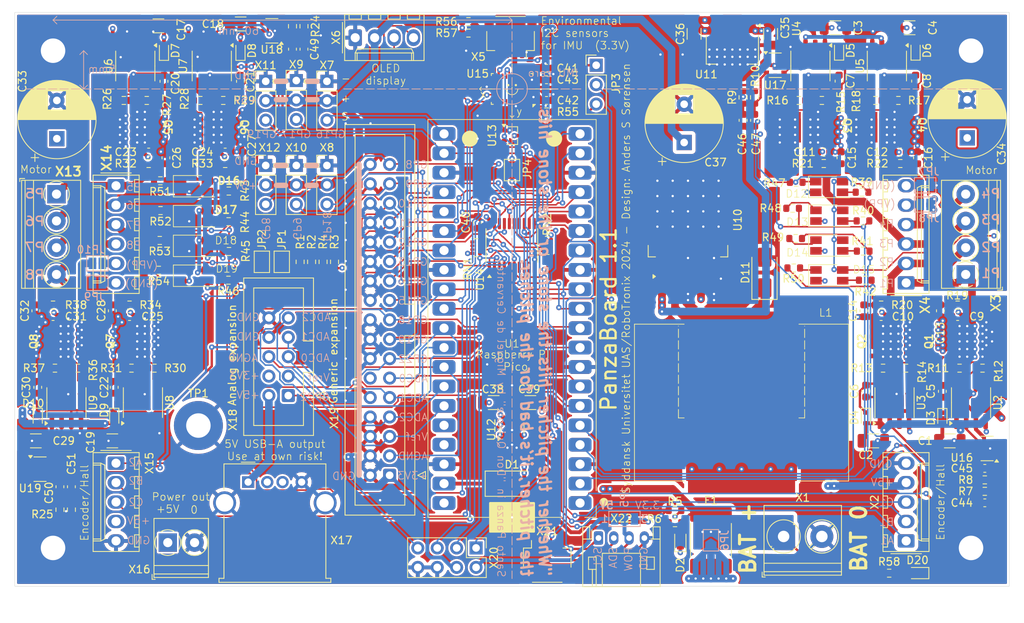
<source format=kicad_pcb>
(kicad_pcb (version 20240108) (generator "pcbnew") (generator_version "8.0")
  (layers (0 "F.Cu" signal) (1 "In1.Cu" signal) (2 "In2.Cu" signal) (31 "B.Cu" signal) (34 "B.Paste" user) (35 "F.Paste" user) (36 "B.SilkS" user "B.Silkscreen") (37 "F.SilkS" user "F.Silkscreen") (38 "B.Mask" user) (39 "F.Mask" user) (44 "Edge.Cuts" user))
  (net 0 "")
  (net 1 "GND")
  (net 2 "VPP")
  (net 3 "Net-(Q1-Pad1)")
  (net 4 "Net-(Q1-Pad8)")
  (net 5 "Net-(U3-HO)")
  (net 6 "Net-(U3-LO)")
  (net 7 "/Motor drivers/P3")
  (net 8 "/Motor drivers/P1")
  (net 9 "/Motor drivers/P2")
  (net 10 "/Motor drivers/P4")
  (net 11 "/Motor drivers/P5")
  (net 12 "/Motor drivers/P7")
  (net 13 "/Motor drivers/P6")
  (net 14 "/Motor drivers/P8")
  (net 15 "Net-(D3-K)")
  (net 16 "Net-(D4-K)")
  (net 17 "Net-(D5-K)")
  (net 18 "Net-(D6-K)")
  (net 19 "Net-(D7-K)")
  (net 20 "Net-(D8-K)")
  (net 21 "Net-(D12-A2)")
  (net 22 "Net-(D12-K1)")
  (net 23 "Net-(D13-A2)")
  (net 24 "Net-(D13-K1)")
  (net 25 "Net-(D14-K1)")
  (net 26 "Net-(D14-A2)")
  (net 27 "Net-(D15-A2)")
  (net 28 "Net-(D15-K1)")
  (net 29 "Net-(D16-A2)")
  (net 30 "Net-(D16-K1)")
  (net 31 "Net-(Q2-Pad1)")
  (net 32 "Net-(Q2-Pad8)")
  (net 33 "Net-(Q3-Pad1)")
  (net 34 "Net-(Q3-Pad8)")
  (net 35 "Net-(Q4-Pad1)")
  (net 36 "Net-(Q4-Pad8)")
  (net 37 "Net-(Q5-Pad1)")
  (net 38 "Net-(Q5-Pad8)")
  (net 39 "Net-(Q6-Pad8)")
  (net 40 "Net-(Q6-Pad1)")
  (net 41 "Net-(Q7-Pad1)")
  (net 42 "Net-(Q7-Pad8)")
  (net 43 "Net-(Q8-Pad8)")
  (net 44 "Net-(Q8-Pad1)")
  (net 45 "Net-(U4-HO)")
  (net 46 "Net-(U4-LO)")
  (net 47 "Net-(U5-HO)")
  (net 48 "Net-(U5-LO)")
  (net 49 "Net-(U6-HO)")
  (net 50 "Net-(U6-LO)")
  (net 51 "Net-(U7-HO)")
  (net 52 "Net-(U7-LO)")
  (net 53 "Net-(U8-HO)")
  (net 54 "Net-(U8-LO)")
  (net 55 "Net-(U9-HO)")
  (net 56 "Net-(U9-LO)")
  (net 57 "+12V")
  (net 58 "+5V")
  (net 59 "Net-(C14-Pad2)")
  (net 60 "Net-(C15-Pad2)")
  (net 61 "Net-(C16-Pad2)")
  (net 62 "Net-(C27-Pad2)")
  (net 63 "Net-(C28-Pad2)")
  (net 64 "Net-(D9-K)")
  (net 65 "Net-(D10-K)")
  (net 66 "Net-(D17-A2)")
  (net 67 "Net-(D17-K1)")
  (net 68 "Net-(D18-A2)")
  (net 69 "Net-(D18-K1)")
  (net 70 "/GP0")
  (net 71 "/GP1")
  (net 72 "/GP2")
  (net 73 "/GP3")
  (net 74 "/GP4")
  (net 75 "/GP5")
  (net 76 "/GP6")
  (net 77 "/GP7")
  (net 81 "/Input buffer/B1")
  (net 82 "/Input buffer/A2")
  (net 83 "/Input buffer/A1")
  (net 84 "/Input buffer/C2")
  (net 85 "/Input buffer/B2")
  (net 86 "/Input buffer/C1")
  (net 87 "/ADC1")
  (net 88 "/GP20")
  (net 89 "/AGND")
  (net 90 "/GP21")
  (net 91 "/GP14")
  (net 92 "/GP13")
  (net 93 "/GP12")
  (net 94 "/GP22")
  (net 95 "/GP8")
  (net 96 "/GP9")
  (net 97 "/GP11")
  (net 98 "/ADC0")
  (net 99 "/GP15")
  (net 100 "/ADC2")
  (net 101 "/GP10")
  (net 102 "/ADC_VREF")
  (net 103 "/Input buffer/nEN_C")
  (net 104 "/Input buffer/nEN_A&B")
  (net 105 "/GP17")
  (net 106 "/GP18")
  (net 107 "/GP16")
  (net 108 "/GP19")
  (net 119 "Net-(U15-CAP)")
  (net 120 "/I2C_POW")
  (net 121 "/IMU_BOSCH/INT")
  (net 122 "/IMU_BOSCH/BOOTLOADn")
  (net 124 "/IMU_BOSCH/IMU_X_SDA")
  (net 125 "/IMU_BOSCH/IMU_X_SCL")
  (net 126 "/RUN")
  (net 127 "Net-(C13-Pad2)")
  (net 128 "Net-(C26-Pad2)")
  (net 129 "Net-(C32-Pad2)")
  (net 130 "Net-(D1-K)")
  (net 131 "Net-(D2-A)")
  (net 132 "Net-(D11-K)")
  (net 133 "Net-(D19-A2)")
  (net 134 "Net-(D19-K1)")
  (net 135 "Vbat")
  (net 136 "Net-(U2-HO)")
  (net 137 "Net-(U2-LO)")
  (net 141 "Net-(D20-A)")
  (net 142 "Net-(C44-Pad1)")
  (net 143 "Net-(C45-Pad1)")
  (net 144 "Net-(C46-Pad1)")
  (net 145 "Net-(C47-Pad1)")
  (net 146 "Net-(C48-Pad1)")
  (net 147 "Net-(C49-Pad1)")
  (net 148 "Net-(C50-Pad1)")
  (net 149 "Net-(C51-Pad1)")
  (net 150 "/Motor drivers/PWM1")
  (net 151 "/Motor drivers/PWM2")
  (net 152 "/Motor drivers/PWM3")
  (net 153 "/Motor drivers/PWM4")
  (net 154 "/Motor drivers/PWM5")
  (net 155 "/Motor drivers/PWM6")
  (net 156 "/Motor drivers/PWM7")
  (net 157 "/Motor drivers/PWM8")
  (net 158 "/PiRUN")
  (net 159 "Net-(JP7-A)")
  (net 160 "Net-(JP8-A)")
  (net 161 "Net-(JP9-A)")
  (net 162 "Net-(JP10-A)")
  (net 165 "SD")
  (footprint "TerminalBlock_Phoenix:TerminalBlock_Phoenix_PT-1,5-4-3.5-H_1x04_P3.50mm_Horizontal" (layer "F.Cu") (at 209.3 84.25 90)
    (property "Reference" "X3")
    (property "Value" "Screw_Terminal_01x04")
  )
  (footprint "Resistor_SMD:R_0603_1608Metric" (layer "F.Cu") (at 112.95 77.35 180)
    (property "Reference" "R44")
    (property "Value" "1k")
  )
  (footprint "Capacitor_THT:CP_Radial_D10.0mm_P5.00mm" (layer "F.Cu") (at 172.5 67 90)
    (property "Reference" "C37")
    (property "Value" "330uF 10V")
  )
  (footprint "Capacitor_SMD:C_1206_3216Metric" (layer "F.Cu") (at 197.225 106 180)
    (property "Reference" "C2")
    (property "Value" "10uF")
  )
  (footprint "TerminalBlock_Phoenix:TerminalBlock_Phoenix_PT-1,5-4-3.5-H_1x04_P3.50mm_Horizontal" (layer "F.Cu") (at 90.45 73.75 -90)
    (property "Reference" "X13")
    (property "Value" "Screw_Terminal_01x04")
  )
  (footprint "Resistor_SMD:R_0603_1608Metric" (layer "F.Cu") (at 211.8 111.1 180)
    (property "Reference" "R8")
    (property "Value" "100k")
  )
  (footprint "ass_misc:PG-TISON8" (layer "F.Cu") (at 189 65 -90)
    (property "Reference" "Q3")
    (property "Value" "BSC0924NDI ")
  )
  (footprint "Capacitor_SMD:C_1206_3216Metric" (layer "F.Cu") (at 87.75 106)
    (property "Reference" "C29")
    (property "Value" "10uF")
  )
  (footprint "Connector_PinHeader_2.54mm:PinHeader_1x03_P2.54mm_Vertical" (layer "F.Cu") (at 161 56.9)
    (property "Reference" "JP3")
    (property "Value" "SolderJumper_3_Open")
  )
  (footprint "Capacitor_SMD:C_0603_1608Metric" (layer "F.Cu") (at 206.25 99.525 -90)
    (property "Reference" "C5")
    (property "Value" "1uF	" (hide yes))
  )
  (footprint "Connector_PinHeader_2.54mm:PinHeader_1x03_P2.54mm_Vertical" (layer "F.Cu") (at 117.8 70)
    (property "Reference" "X12")
    (property "Value" "Conn_01x03")
  )
  (footprint "Capacitor_SMD:C_0603_1608Metric" (layer "F.Cu") (at 193 69 -90)
    (property "Reference" "C15")
    (property "Value" "1nF 25V")
  )
  (footprint "Resistor_SMD:R_0603_1608Metric" (layer "F.Cu") (at 90 88.25 180)
    (property "Reference" "R38")
    (property "Value" "2.2R")
  )
  (footprint "Resistor_SMD:R_0603_1608Metric" (layer "F.Cu") (at 90.9 115 -90)
    (property "Reference" "R25")
    (property "Value" "100k")
  )
  (footprint "Resistor_SMD:R_0603_1608Metric" (layer "F.Cu") (at 112.925 85 180)
    (property "Reference" "R46")
    (property "Value" "1k")
  )
  (footprint "ass_misc:LED_DUAL_3.2x2.7_Kingbright" (layer "F.Cu") (at 191.475 76.565)
    (property "Reference" "D13")
    (property "Value" "LED_Dual_AKAK")
  )
  (footprint "Connector_PinHeader_2.54mm:PinHeader_1x03_P2.54mm_Vertical" (layer "F.Cu") (at 125.8 70)
    (property "Reference" "X8")
    (property "Value" "Conn_01x03")
  )
  (footprint "ass_misc:LED_DUAL_3.2x2.7_Kingbright" (layer "F.Cu") (at 108.425 84.415)
    (property "Reference" "D19")
    (property "Value" "LED_Dual_AKAK")
  )
  (footprint "Capacitor_SMD:C_0603_1608Metric" (layer "F.Cu") (at 102.5 68.25 180)
    (property "Reference" "C23")
    (property "Value" "100nF 25V")
  )
  (footprint "Resistor_SMD:R_0603_1608Metric" (layer "F.Cu") (at 187.075 79.55)
    (property "Reference" "R49")
    (property "Value" "10k")
  )
  (footprint "Fuse:Fuse_2920_7451Metric" (layer "F.Cu") (at 176 119 90)
    (property "Reference" "F1")
    (property "Value" "Polyfuse 2.5A")
  )
  (footprint "Resistor_SMD:R_0603_1608Metric" (layer "F.Cu") (at 112.975 73.35 180)
    (property "Reference" "R43")
    (property "Value" "1k")
  )
  (footprint "Diode_SMD:D_SOD-523" (layer "F.Cu") (at 114.5 55 90)
    (property "Reference" "D8")
    (property "Value" "CES521")
  )
  (footprint "Resistor_SMD:R_0603_1608Metric" (layer "F.Cu") (at 197.5 61.5)
    (property "Reference" "R18")
    (property "Value" "10R")
  )
  (footprint "Capacitor_SMD:C_0603_1608Metric" (layer "F.Cu") (at 196.25 99.5 -90)
    (property "Reference" "C6")
    (property "Value" "1uF	")
  )
  (footprint "Capacitor_SMD:C_1206_3216Metric" (layer "F.Cu") (at 97.75 106)
    (property "Reference" "C19")
    (property "Value" "10uF")
  )
  (footprint "Resistor_SMD:R_0603_1608Metric" (layer "F.Cu") (at 93.25 96.5)
    (property "Reference" "R36")
    (property "Value" "10R")
  )
  (footprint "Resistor_SMD:R_0603_1608Metric" (layer "F.Cu") (at 195.9 81.2 180)
    (property "Reference" "R41")
    (property "Value" "1k")
  )
  (footprint "Resistor_SMD:R_0603_1608Metric" (layer "F.Cu") (at 100 88.25 180)
    (property "Reference" "R34")
    (property "Value" "2.2R")
  )
  (footprint "Resistor_SMD:R_0603_1608Metric" (layer "F.Cu") (at 186.675 75.6)
    (property "Reference" "R48")
    (property "Value" "10k")
  )
  (footprint "Package_SO:TSOP-6_1.65x3.05mm_P0.95mm" (layer "F.Cu") (at 212.1 107 180)
    (property "Reference" "U16")
    (property "Value" "74LVC2G17")
  )
  (footprint "Capacitor_SMD:C_0603_1608Metric" (layer "F.Cu") (at 203 69 -90)
    (property "Reference" "C16")
    (property "Value" "1nF 25V")
  )
  (footprint "LED_SMD:LED_0603_1608Metric" (layer "F.Cu") (at 172 119 90)
    (property "Reference" "D2")
    (property "Value" "RED LED")
  )
  (footprint "Resistor_SMD:R_Array_Convex_4x0402" (layer "F.Cu") (at 145.3 80.75 180)
    (property "Reference" "RN1")
    (property "Value" "10k")
  )
  (footprint "Capacitor_SMD:C_0603_1608Metric" (layer "F.Cu") (at 112.5 68.25 180)
    (property "Reference" "C24")
    (property "Value" "100nF 25V")
  )
  (footprint "Resistor_SMD:R_0603_1608Metric" (layer "F.Cu") (at 102.5 69.75)
    (property "Reference" "R32")
    (property "Value" "2.2R")
  )
  (footprint "ass_misc:LED_DUAL_3.2x2.7_Kingbright" (layer "F.Cu") (at 108.425 72.715)
    (property "Reference" "D16")
    (property "Value" "LED_Dual_AKAK")
  )
  (footprint "Capacitor_SMD:C_0603_1608Metric" (layer "F.Cu") (at 104.5 59 90)
    (property "Reference" "C20")
    (property "Value" "1uF	")
  )
  (footprint "Connector_JST:JST_SH_SM04B-SRSS-TB_1x04-1MP_P1.00mm_Horizontal" (layer "F.Cu") (at 149.805 53.2 180)
    (property "Reference" "X5")
    (property "Value" "JST SH")
  )
  (footprint "Capacitor_SMD:C_0603_1608Metric" (layer "F.Cu") (at 154.5 58.8)
    (property "Reference" "C43")
    (property "Value" "100nF")
  )
  (footprint "Resistor_SMD:R_0603_1608Metric" (layer "F.Cu") (at 90.25 96.5 180)
    (property "Reference" "R37")
    (property "Value" "10R")
  )
  (footprint "Capacitor_SMD:C_0603_1608Metric" (layer "F.Cu") (at 190.75 68.25 180)
    (property "Reference" "C11")
    (property "Value" "100nF 25V")
  )
  (footprint "Package_TO_SOT_SMD:SOT-23-5" (layer "F.Cu") (at 150 104.4375 90)
    (property "Reference" "U12")
    (property "Value" "AP2112K-3.3TRG1")
  )
  (footprint "ass_misc:PG-TISON8" (layer "F.Cu") (at 101.75 93 90)
    (property "Reference" "Q7")
    (property "Value" "BSC0924NDI ")
  )
  (footprint "MountingHole:MountingHole_3.2mm_M3_Pad" (layer "F.Cu") (at 90 55)
    (property "Reference" "H2" (hide yes))
    (property "Value" "MountingHole_Pad")
  )
  (footprint "Resistor_SMD:R_0603_1608Metric" (layer "F.Cu") (at 200.5 61.5 180)
    (property "Reference" "R17")
    (property "Value" "10R")
  )
  (footprint "Resistor_SMD:R_0603_1608Metric" (layer "F.Cu") (at 126.8 82.6 90)
    (property "Reference" "R3")
    (property "Value" "2k2")
  )
  (footprint "Connector_IDC:IDC-Header_2x17_P2.54mm_Vertical" (layer "F.Cu") (at 134 110.5 180)
    (property "Reference" "X19")
    (property "Value" "Conn_02x17_Odd_Even")
  )
  (footprint "Capacitor_SMD:C_0603_1608Metric" (layer "F.Cu") (at 211.8 109.6 180)
    (property "Reference" "C45")
    (property "Value" "10nF")
  )
  (footprint "Capacitor_SMD:C_0603_1608Metric" (layer "F.Cu") (at 145.475 77.4375 -90)
    (property "Reference" "C40")
    (property "Value" "100nF")
  )
  (footprint "Package_SO:SOIC-8_3.9x4.9mm_P1.27mm" (layer "F.Cu") (at 199 57 -90)
    (property "Reference" "U5")
    (property "Value" "IR25602S")
  )
  (footprint "Capacitor_SMD:C_0603_1608Metric" (layer "F.Cu") (at 154.5 61.5 180)
    (property "Reference" "C42")
    (property "Value" "100nF")
  )
  (footprint "Connector_Molex:Molex_KK-254_AE-6410-05A_1x05_P2.54mm_Vertical" (layer "F.Cu") (at 98.23 108.92 -90)
    (property "Reference" "X15")
    (property "Value" "Molex KK")
  )
  (footprint "ass_misc:PG-TISON8" (layer "F.Cu") (at 200 93 90)
    (property "Reference" "Q2")
    (property "Value" "BSC0924NDI ")
  )
  (footprint "Resistor_SMD:R_0603_1608Metric" (layer "F.Cu") (at 171.3 115.1)
    (property "Reference" "R5")
    (property "Value" "10k")
  )
  (footprint "Capacitor_SMD:C_0603_1608Metric" (layer "F.Cu") (at 196 89 90)
    (property "Reference" "C14")
    (property "Value" "1nF 25V")
  )
  (footprint "Package_SO:TSOP-6_1.65x3.05mm_P0.95mm" (layer "F.Cu") (at 184.4 56.9)
    (property "Reference" "U17")
    (property "Value" "74LVC2G17")
  )
  (footprint "Diode_SMD:D_SOD-523" (layer "F.Cu") (at 206.25 103.025 -90)
    (property "Reference" "D3")
    (property "Value" "CES521" (hide yes))
  )
  (footprint "Connector_JST:JST_PH_S4B-PH-K_1x04_P2.00mm_Horizontal" (layer "F.Cu") (at 161.3 118.7)
    (property "Reference" "X22")
    (property "Value" "JST PH")
  )
  (footprint "Connector_IDC:IDC-Header_2x05_P2.54mm_Vertical" (layer "F.Cu") (at 120.7525 100.08 180)
    (property "Reference" "X18")
    (property "Value" "Conn_02x05_Odd_Even")
  )
  (footprint "Resistor_SMD:R_0603_1608Metric" (layer "F.Cu") (at 112.25 61.5)
    (property "Reference" "R29")
    (property "Value" "10R")
  )
  (footprint "Resistor_SMD:R_0603_1608Metric" (layer "F.Cu") (at 104.05 75.9 180)
    (property "Reference" "R52")
    (property "Value" "10k")
  )
  (footprint "Resistor_SMD:R_0603_1608Metric" (layer "F.Cu") (at 195.75 73.5 180)
    (property "Reference" "R39")
    (property "Value" "1k")
  )
  (footprint "Resistor_SMD:R_0603_1608Metric" (layer "F.Cu") (at 99.25 61.5 180)
    (property "Reference" "R26")
    (property "Value" "10R")
  )
  (footprint "MountingHole:MountingHole_3.2mm_M3_Pad" (layer "F.Cu") (at 210 55)
    (property "Reference" "H1" (hide yes))
    (property "Value" "MountingHole_Pad")
  )
  (footprint "Resistor_SMD:R_0603_1608Metric" (layer "F.Cu") (at 186.825 83.4 180)
    (property "Reference" "R50")
    (property "Value" "10k")
  )
  (footprint "Connector_Molex:Molex_KK-254_AE-6410-06A_1x06_P2.54mm_Vertical" (layer "F.Cu") (at 98.23 72.65 -90)
    (property "Reference" "X14")
    (property "Value" "Molex KK")
  )
  (footprint "Jumper:SolderJumper-2_P1.3mm_Open_TrianglePad1.0x1.5mm" (layer "F.Cu") (at 117.3 82.6 90)
    (property "Reference" "JP2")
    (property "Value" "Jumper_2_Open")
  )
  (footprint "Diode_SMD:D_SOD-523" (layer "F.Cu") (at 88 103 -90)
    (property "Reference" "D10")
    (property "Value" "CES521")
  )
  (footprint "Capacitor_SMD:C_0603_1608Metric" (layer "F.Cu") (at 90 89.75)
    (property "Reference" "C31")
    (property "Value" "100nF 25V")
  )
  (footprint "Capacitor_SMD:C_0603_1608Metric" (layer "F.Cu") (at 87.75 89 90)
    (property "Reference" "C32")
    (property "Value" "1nF 25V")
  )
  (footprint "Resistor_SMD:R_0603_1608Metric" (layer "F.Cu") (at 195.875 77.25 180)
    (property "Reference" "R40")
    (property "Value" "1k")
  )
  (footprint "Connector_PinHeader_2.54mm:PinHeader_1x03_P2.54mm_Vertical" (layer "F.Cu") (at 121.8 70)
    (property "Reference" "X10")
    (property "Value" "Conn_01x03")
  )
  (footprint "Package_SO:SOIC-8_3.9x4.9mm_P1.27mm" (layer "F.Cu") (at 110.75 57 -90)
    (property "Reference" "U7")
    (property "Value" "IR25602S")
  )
  (footprint "ass_misc:L_Murata_6000B" (layer "F.Cu") (at 180 101 -90)
    (property "Reference" "L1")
    (property "Value" "330uH")
  )
  (footprint "Package_LGA:LGA-28_5.2x3.8mm_P0.5mm" (layer "F.Cu") (at 150 60 180)
    (property "Reference" "U15")
    (property "Value" "BNO085")
  )
  (footprint "Resistor_SMD:R_0603_1608Metric" (layer "F.Cu") (at 187.15 72.2 180)
    (property "Reference" "R47")
    (property "Value" "10k")
  )
  (footprint "Resistor_SMD:R_0603_1608Metric" (layer "F.Cu") (at 211.8 112.6 180)
    (property "Reference" "R7")
    (property "Value" "100k")
  )
  (footprint "Capacitor_SMD:C_0603_1608Metric" (layer "F.Cu") (at 154.5 57.3 180)
    (property "Reference" "C41")
    (property "Value" "100nF")
  )
  (footprint "Connector_PinHeader_2.54mm:PinHeader_1x03_P2.54mm_Vertical" (layer "F.Cu") (at 125.8 59)
    (property "Reference" "X7")
    (property "Value" "Conn_01x03")
  )
  (footprint "Jumper:SolderJumper-2_P1.3mm_Open_Pad1.0x1.5mm" (layer "F.Cu") (at 150 70.6 90)
    (property "Reference" "JP4")
    (property "Value" "SolderJumper_2_Open")
  )
  (footprint "Capacitor_SMD:C_0603_1608Metric" (layer "F.Cu") (at 180.2 64.1 -90)
    (property "Reference" "C46")
    (property "Value" "10nF")
  )
  (footprint "Resistor_SMD:R_0603_1608Metric" (layer "F.Cu") (at 211.5 96.5 180)
    (property "Reference" "R12")
    (property "Value" "10R")
  )
  (footprint "Diode_SMD:D_SOD-523" (layer "F.Cu") (at 202.75 54.975 90)
    (property "Reference" "D6")
    (property "Value" "CES521")
  )
  (footprint "Connector_PinHeader_2.54mm:PinHeader_1x03_P2.54mm_Vertical" (layer "F.Cu") (at 117.8 59)
    (property "Reference" "X11")
    (property "Value" "Conn_01x03")
  )
  (footprint "Connector_JST:JST_SH_SM04B-SRSS-TB_1x04-1MP_P1.00mm_Horizontal" (layer "F.Cu") (at 154.6 121.8)
    (property "Reference" "X21")
    (property "Value" "JST SH")
  )
  (footprint "Capacitor_SMD:C_0603_1608Metric" (layer "F.Cu") (at 92.4 112 90)
    (property "Reference" "C51")
    (property "Value" "10nF")
  )
  (footprint "Resistor_SMD:R_0603_1608Metric" (layer "F.Cu") (at 198.5 96.5)
    (property "Reference" "R13")
    (property "Value" "10R")
  )
  (footprint "Resistor_SMD:R_0603_1608Metric" (layer "F.Cu") (at 180.2 61.1 90)
    (property "Reference" "R9")
    (property "Value" "100k")
  )
  (footprint "Capacitor_SMD:C_0603_1608Metric" (layer "F.Cu") (at 206 89 90)
    (property "Reference" "C13")
    (property "Value" "1nF 25V")
  )
  (footprint "Connector_PinHeader_2.54mm:PinHeader_1x03_P2.54mm_Vertical" (layer "F.Cu") (at 121.8 58.9)
    (property "Reference" "X9")
    (property "Value" "Conn_01x03")
  )
  (footprint "Resistor_SMD:R_0603_1608Metric" (layer "F.Cu") (at 104.025 72 180)
    (property "Reference" "R51")
    (property "Value" "10k")
  )
  (footprint "Resistor_SMD:R_0603_1608Metric" (layer "F.Cu") (at 103.25 96.5)
    (property "Reference" "R30")
    (property "Value" "10R")
  )
  (footprint "Connector_Molex:Molex_KK-254_AE-6410-04A_1x04_P2.54mm_Vertical" (layer "F.Cu") (at 129.5 53.3)
    (property "Reference" "X6")
    (property "Value" "Conn_01x04")
  )
  (footprint "Capacitor_SMD:C_1206_3216Metric" (layer "F.Cu") (at 192.275 52 180)
    (property "Reference" "C3")
    (property "Value" "10uF")
  )
  (footprint "Resistor_SMD:R_0603_1608Metric" (layer "F.Cu") (at 121.3 51.8 90)
    (property "Reference" "R23" (hide yes))
    (property "Value" "100k")
  )
  (footprint "Package_TO_SOT_SMD:SOT-223-3_TabPin2" (layer "F.Cu") (at 178.8 54.85 -90)
    (property "Reference" "U11")
    (property "Value" "LM2940IMPX")
  )
  (footprint "Resistor_SMD:R_0603_1608Metric" (layer "F.Cu") (at 92.4 115 -90)
    (property "Reference" "R35" (hide yes))
    (property "Value" "100k")
  )
  (footprint "Capacitor_SMD:C_0603_1608Metric" (layer "F.Cu") (at 100 89.75)
    (property "Reference" "C25")
    (property "Value" "100nF 25V")
  )
  (footprint "Connector_Molex:Molex_KK-254_AE-6410-06A_1x06_P2.54mm_Vertical" (layer "F.Cu") (at 201.52 85.35 90)
    (property "Reference" "X4")
    (property "Value" "Conn_01x06")
  )
  (footprint "Diode_SMD:D_SOD-523" (layer "F.Cu") (at 104.5 55 90)
    (property "Reference" "D7")
    (property "Value" "CES521")
  )
  (footprint "Connector_Molex:Molex_KK-254_AE-6410-05A_1x05_P2.54mm_Vertical" (layer "F.Cu") (at 201.52 119.08 90)
    (property "Reference" "X2")
    (property "Value" "Molex KK")
  )
  (footprint "Resistor_SMD:R_0603_1608Metric" (layer "F.Cu") (at 187.5 61.5)
    (property "Reference" "R16")
    (property "Value" "10R")
  )
  (footprint "Resistor_SMD:R_0603_1608Metric" (layer "F.Cu") (at 201.5 96.5 180)
    (property "Reference" "R14")
    (property "Value" "10R")
  )
  (footprint "Package_SO:SOIC-8_3.9x4.9mm_P1.27mm" (layer "F.Cu") (at 101.75 101 90)
    (property "Reference" "U8")
    (property "Value" "IR25602S")
  )
  (footprint "Resistor_SMD:R_0603_1608Metric" (layer "F.Cu") (at 208.25 88.25 180)
    (property "Reference" "R19")
    (property "Value" "2.2R")
  )
  (footprint "Capacitor_SMD:C_0603_1608Metric" (layer "F.Cu") (at 202.75 58.975 90)
    (property "Reference" "C8")
    (property "Value" "1uF	")
  )
  (footprint "Resistor_SMD:R_0603_1608Metric" (layer "F.Cu") (at 200.75 69.75)
    (property "Reference" "R22")
    (property "Value" "2.2R")
  )
  (footprint "Resistor_SMD:R_0603_1608Metric" (layer "F.Cu") (at 112.5 69.75)
    (property "Reference" "R33")
    (property "Value" "2.2R")
  )
  (footprint "Capacitor_SMD:C_1206_3216Metric" (layer "F.Cu") (at 201.975 52 180)
    (property "Reference" "C4")
    (property "Value" "10uF")
  )
  (footprint "ass_misc:PG-TISON8" (layer "F.Cu") (at 110.75 65 -90)
    (property "Reference" "Q6")
    (property "Value" "BSC0924NDI ")
  )
  (footprint "ass_misc:LED_DUAL_3.2x2.7_Kingbright" (layer "F.Cu") (at 191.475 84.365)
    (property "Reference" "D15")
    (property "Value" "LED_Dual_AKAK")
  )
  (footprint "Package_SO:SOIC-8_3.9x4.9mm_P1.27mm" (layer "F.Cu") (at 189 57 -90)
    (property "Reference" "U4")
    (property "Value" "IR25602S")
  )
  (footprint "Capacitor_SMD:C_0603_1608Metric" (layer "F.Cu") (at 90.9 112 90)
    (property "Reference" "C50")
    (property "Value" "10nF")
  )
  (footprint "LED_SMD:LED_0603_1608Metric" (layer "F.Cu") (at 203 123.285 180)
    (property "Reference" "D20")
    (property "Value" "GREEN LED")
  )
  (footprint "Resistor_SMD:R_0603_1608Metric" (layer "F.Cu") (at 122.8 51.8 90)
    (property "Reference" "R24")
    (property "Value" "100k")
  )
  (footprint "Resistor_SMD:R_0603_1608Metric" (layer "F.Cu") (at 144.3 51.2)
    (property "Reference" "R56")
    (property "Value" "2k2")
  )
  (footprint "Capacitor_SMD:C_0603_1608Metric" (layer "F.Cu") (at 121.3 54.8 -90)
    (property "Reference" "C48" (hide yes))
    (property "Value" "10nF")
  )
  (footprint "Resistor_SMD:R_0603_1608Metric" (layer "F.Cu") (at 103.95 79.8 180)
    (property "Reference" "R53")
    (property "Value" "10k")
  )
  (footprint "Capacitor_SMD:C_0603_1608Metric" (layer "F.Cu") (at 181.7 64.1 -90)
    (property "Reference" "C47")
    (property "Value" "10nF")
  )
  (footprint "Diode_SMD:D_SMA" (layer "F.Cu") (at 183 84 90)
    (property "Reference" "D11")
    (property "Value" "SK36A")
  )
  (footprint "Diode_SMD:D_SMA" (layer "F.Cu") (at 150 111.6)
    (property "Reference" "D1")
    (property "Value" "SK36A")
  )
  (footprint "Package_TO_SOT_SMD:TO-263-5_TabPin3" (layer "F.Cu") (at 173 77.125 90)
    (property "Reference" "U10")
    (property "Value" "LM2576-5.0WU ")
  )
  (footprint "Capacitor_THT:CP_Radial_D10.0mm_P5.00mm" (layer "F.Cu") (at 90.5 66.5 90)
    (property "Reference" "C33")
    (property "Value" "330uF 25V")
  )
  (footprint "Resistor_SMD:R_0603_1608Metric" (layer "F.Cu") (at 198.25 88.25 180)
    (property "Reference" "R20")
    (property "Value" "2.2R")
  )
  (footprint "Capacitor_SMD:C_0603_1608Metric" (layer "F.Cu") (at 104.75 69 -90)
    (property "Reference" "C26")
    (property "Value" "1nF 25V")
  )
  (footprint "Resistor_SMD:R_0603_1608Metric" (layer "F.Cu") (at 109.25 61.5 180)
    (property "Reference" "R28")
    (property "Value" "10R")
  )
  (footprint "ass_misc:PG-TISON8" (layer "F.Cu") (at 210 93 90)
    (property "Reference" "Q1")
    (property "Value" "BSC0924NDI ")
  )
  (footprint "Diode_SMD:D_SOD-523" (layer "F.Cu") (at 98 103 -90)
    (property "Reference" "D9")
    (property "Value" "CES521")
  )
  (footprint "Capacitor_SMD:C_1206_3216Metric" (layer "F.Cu") (at 114.525 51.5)
    (property "Reference" "C18")
    (property "Value" "10uF")
  )
  (footprint "ass_misc:PG-TISON8" (layer "F.Cu") (at 91.75 93 90)
    (property "Reference" "Q8")
    (property "Value" "BSC0924NDI ")
  )
  (footprint "Capacitor_SMD:C_0603_1608Metric" (layer "F.Cu") (at 88 99 -90)
    (property "Reference" "C30")
    (property "Value" "1uF	")
  )
  (footprint "TerminalBlock_Phoenix:TerminalBlock_Phoenix_PT-1,5-2-3.5-H_1x02_P3.50mm_Horizontal" (layer "F.Cu") (at 105 119.3)
    (property "Reference" "X16")
    (property "Value" "Screw_Terminal_01x02")
  )
  (footprint "ass_misc:PG-TISON8" (layer "F.Cu") (at 100.75 65 -90)
    (property "Reference" "Q5")
    (property "Value" "BSC0924NDI ")
  )
  (footprint "Resistor_SMD:R_0603_1608Metric" (layer "F.Cu") (at 208.5 96.5)
    (property "Reference" "R11")
    (property "Value" "10R")
  )
  (footprint "Capacitor_SMD:C_0603_1608Metric" (layer "F.Cu") (at 98 99 -90)
    (property "Reference" "C22")
    (property "Value" "1uF	")
  )
  (footprint "ass_misc:LED_DUAL_3.2x2.7_Kingbright" (layer "F.Cu") (at 108.425 80.515)
    (property "Reference" "D18")
    (property "Value" "LED_Dual_AKAK")
  )
  (footprint "Connector_PinHeader_2.54mm:PinHeader_2x04_P2.54mm_Vertical" (layer "F.Cu") (at 145.3 120 -90)
    (property "Reference" "X20")
    (property "Value" "Conn_02x04_Odd_Even")
  )
  (footprint "Resistor_SMD:R_0603_1608Metric" (layer "F.Cu") (at 103.825 83.7 180)
    (property "Reference" "R54")
    (property "Value" "10k")
  )
  (footprint "Capacitor_SMD:C_1206_3216Metric" (layer "F.Cu") (at 207.225 106 180)
    (property "Reference" "C1")
    (property "Value" "10uF")
  )
  (footprint "Capacitor_SMD:C_1206_3216Metric" (layer "F.Cu") (at 183.8 52.8 -90)
    (property "Reference" "C35")
    (property "Value" "10uF 25V")
  )
  (footprint "Capacitor_SMD:C_1206_3216Metric" (layer "F.Cu") (at 103.775 51.75)
    (property "Reference" "C17")
    (property "Value" "10uF")
  )
  (footprint "Package_SO:SOIC-8_3.9x4.9mm_P1.27mm" (layer "F.Cu") (at 100.75 57 -90)
    (property "Reference" "U6")
    (property "Value" "IR25602S")
  )
  (footprint "Capacitor_SMD:C_0603_1608Metric" (layer "F.Cu") (at 97.75 89 90)
    (property "Reference" "C28")
    (property "Value" "1nF 25V")
  )
  (footprint "ass_misc:PG-TISON8" (layer "F.Cu") (at 199 65 -90)
    (property "Reference" "Q4")
    (property "Value" "BSC0924NDI ")
  )
  (footprint "Resistor_SMD:R_0603_1608Metric" (layer "F.Cu") (at 154.5 63 180)
    (property "Reference" "R55")
    (property "Value" "10k")
  )
  (footprint "Capacitor_SMD:C_0603_1608Metric" (layer "F.Cu") (at 211.8 114.1 180)
    (property "Reference" "C44")
    (property "Value" "10nF")
  )
  (footprint "Package_SO:TSOP-6_1.65x3.05mm_P0.95mm" (layer "F.Cu") (at 118.6 52.4 180)
    (property "Reference" "U18")
    (property "Value" "74LVC2G17")
  )
  (footprint "Diode_SMD:D_SOD-523" (layer "F.Cu") (at 192.75 54.975 90)
    (property "Reference" "D5")
    (property "Value" "CES521")
  )
  (footprint "Resistor_SMD:R_0603_1608Metric" (layer "F.Cu") (at 190.75 69.75)
    (property "Reference" "R21")
    (property "Value" "2.2R")
  )
  (footprint "Resistor_SMD:R_0603_1608Metric" (layer "F.Cu") (at 144.3 52.7)
    (property "Reference" "R57")
    (property "Value" "2k2")
  )
  (footprint "Jumper:SolderJumper-2_P1.3mm_Open_TrianglePad1.0x1.5mm" (layer "F.Cu") (at 119.9 82.6 90)
    (property "Reference" "JP1")
    (property "Value" "Jumper_2_Open")
  )
  (footprint "Resistor_SMD:R_0603_1608Metric" (layer "F.Cu") (at 196.175 85 180)
    (property "Reference" "R42")
    (property "Value" "1k")
  )
  (footprint "Resistor_SMD:R_0603_1608Metric" (layer "F.Cu") (at 102.25 61.5)
    (property "Reference" "R27")
    (property "Value" "10R")
  )
  (footprint "Resistor_SMD:R_0603_1608Metric" (layer "F.Cu") (at 181.7 61.1 90)
    (property "Reference" "R10")
    (property "Value" "100k")
  )
  (footprint "Connector_USB:USB_A_Molex_67643_Horizontal" (layer "F.Cu") (at 115.5 111.39)
    (property "Reference" "X17")
    (property "Value" "USB_A")
  )
  (footprint "Resistor_SMD:R_0603_1608Metric" (layer "F.Cu") (at 123.8 82.6 90)
    (property "Reference" "R2")
    (property "Value" "2k2")
  )
  (footprint "Capacitor_SMD:C_0603_1608Metric" (layer "F.Cu") (at 114.5 59 90)
    (property "Reference" "C21")
    (property "Value" "1uF	")
  )
  (footprint "Package_SO:TSOP-6_1.65x3.05mm_P0.95mm" (layer "F.Cu") (at 88.3 109.7)
    (property "Reference" "U19")
    (property "Value" "74LVC2G17")
  )
  (footprint "Package_SO:SOIC-8_3.9x4.9mm_P1.27mm" (layer "F.Cu") (at 210 101 90)
    (property "Reference" "U2")
    (property "Value" "IR25602S")
  )
  (footprint "Capacitor_SMD:C_1206_3216Metric" (layer "F.Cu") (at 152.4 101 180)
    (property "Reference" "C38")
    (property "Value" "1uF")
  )
  (footprint "Resistor_SMD:R_0603_1608Metric" (layer "F.Cu") (at 100.25 96.5 180)
    (property "Reference" "R31")
    (property "Value" "10R")
  )
  (footprint "Resistor_SMD:R_0603_1608Metric" (layer "F.Cu") (at 190.5 61.5 180)
    (property "Reference" "R15")
    (property "Value" "10R")
  )
  (footprint "Package_SO:SOIC-8_3.9x4.9mm_P1.27mm" (layer "F.Cu") (at 200 101 90)
    (property "Reference" "U3")
    (property "Value" "IR25602S")
  )
  (footprint "Capacitor_SMD:C_0603_1608Metric" (layer "F.Cu") (at 200.75 68.25 180)
    (property "Reference" "C12")
    (property "Value" "100nF 25V")
  )
  (footprint "Resistor_SMD:R_0603_1608Metric" (layer "F.Cu") (at 125.3 82.6 90)
    (property "Reference" "R4")
    (property "Value" "2k2")
  )
  (footprint "ass_misc:LED_DUAL_3.2x2.7_Kingbright" (layer "F.Cu") (at 191.475 80.465)
    (property "Reference" "D14")
    (property "Value" "LED_Dual_AKAK")
  )
  (footprint "ass_misc:LED_DUAL_3.2x2.7_Kingbright" (layer "F.Cu") (at 191.445 72.81)
    (property "Reference" "D12")
    (property "Value" "LED_Dual_AKAK" (hide yes))
  )
  (footprint "Capacitor_SMD:C_0603_1608Metric" (layer "F.Cu") (at 114.75 69 -90)
    (property "Reference" "C27")
    (property "Value" "1nF 25V")
  )
  (footprint "Capacitor_SMD:C_0603_1608Metric" (layer "F.Cu") (at 192.75 58.975 90)
    (property "Reference" "C7")
    (property "Value" "1uF	")
  )
  (footprint "Capacitor_SMD:C_1206_3216Metric" (layer "F.Cu") (at 147.6 101)
    (property "Reference" "C39")
    (property "Value" "1uF")
  )
  (footprint "Capacitor_SMD:C_0603_1608Metric" (layer "F.Cu") (at 198.25 89.75)
    (property "Reference" "C10")
    (property "Value" "100nF 25V")
  )
  (footprint "MountingHole:MountingHole_3.2mm_M3_Pad" (layer "F.Cu") (at 90 120)
    (property "Reference" "H3" (hide yes))
    (property "Value" "MountingHole_Pad")
  )
  (footprint "TerminalBlock_Phoenix:TerminalBlock_Phoenix_PT-1,5-2-5.0-H_1x02_P5.00mm_Horizontal" (layer "F.Cu") (at 185.5 118.5)
    (property "Reference" "X1")
    (property "Value" "Screw_Terminal_01x02")
  )
  (footprint "Package_SO:TSSOP-20_4.4x6.5mm_P0.65mm" (layer "F.Cu") (at 149.975 80.4625 90)
    (property "Reference" "U14")
    (property "Value" "74LV244")
  )
  (footprint "Resistor_SMD:R_0603_1608Metric" (layer "F.Cu") (at 171.3 116.7)
    (property "Reference" "R6")
    (property "Value" "10k")
  )
  (footprint "Capacitor_SMD:C_0603_1608Metric" (layer "F.Cu") (at 122.8 54.8 -90)
    (property "Reference" "C49")
    (property "Value" "10nF")
  )
  (footprint "Resistor_SMD:R_0603_1608Metric" (layer "F.Cu") (at 113 81.25 180)
    (property "Reference" "R45")
    (property "Value" "1k")
  )
  (footprint "ass_misc:LED_DUAL_3.2x2.7_Kingbright" (layer "F.Cu") (at 108.425 76.615)
    (property "Reference" "D17")
    (property "Value" "LED_Dual_AKAK")
  )
  (footprint "Capacitor_THT:CP_Radial_D10.0mm_P5.00mm" (layer "F.Cu") (at 209.5 66.4 90)
    (property "Reference" "C34")
    (property "Value" "330uF 25V")
  )
  (footprint "Package_SO:SOIC-8_3.9x4.9mm_P1.27mm" (layer "F.Cu") (at 91.75 101 90)
    (property "Reference" "U9")
    (property "Value" "IR25602S")
  )
  (footprint "Capacitor_SMD:C_1206_3216Metric" (layer "F.Cu") (at 173.8 52.8 -90)
    (property "Reference" "C36")
    (property "Value" "10uF 25V")
  )
  (footprint "MountingHole:MountingHole_3.2mm_M3_Pad" (layer "F.Cu") (at 210 120)
    (property "Reference" "H4" (hide yes))
    (property "Value" "MountingHole_Pad")
  )
  (footprint "Capacitor_SMD:C_0603_1608Metric" (layer "F.Cu") (at 208.25 89.75)
    (property "Reference" "C9")
    (property "Value" "100nF 25V")
  )
  (footprint "Resistor_SMD:R_0603_1608Metric" (layer "F.Cu") (at 199.3 123.3 180)
    (property "Reference" "R58")
    (property "Value" "10k")
  )
  (footprint "ass_connectors:RP_pico" (layer "F.Cu") (at 150 90 180)
    (property "Reference" "U1")
    (property "Value" "Raspberry Pi Pico")
  )
  (footprint "Resistor_SMD:R_0603_1608Metric" (layer "F.Cu") (at 122.3 82.6 90)
    (property "Reference" "R1")
    (property "Value" "2k2")
  )
  (footprint "Diode_SMD:D_SOD-523" (layer "F.Cu") (at 196.25 103 -90)
    (property "Reference" "D4")
    (property "Value" "CES521")
  )
  (footprint "Package_TO_SOT_SMD:SOT-323_SC-70" (layer "F.Cu") (at 150 66.1)
    (property "Reference" "U13")
    (property "Value" "TCM809T")
  )
  (footprint "Resistor_SMD:R_Array_Convex_4x0402" (layer "F.Cu") (at 154.6 80.45)
    (property "Reference" "RN2")
    (property "Value" "10k")
  )
  (footprint "MountingHole:MountingHole_3.2mm_M3_Pad" (layer "F.Cu") (at 109 104)
    (property "Reference" "TP1")
    (property "Value" "MountingHole_Pad")
  )
  (footprint "Jumper:SolderJumper-2_P1.3mm_Open_Pad1.0x1.5mm" (layer "B.Cu") (at 95.8 85.35 180)
    (property "Reference" "JP9")
    (property "Value" "SolderJumper_2_Open")
  )
  (footprint "Jumper:SolderJumper-2_P1.3mm_Open_Pad1.0x1.5mm" (layer "B.Cu") (at 95.8 82.8 180)
    (property "Reference" "JP10")
    (property "Value" "SolderJumper_2_Open")
  )
  (footprint "Jumper:SolderJumper-2_P1.3mm_Open_TrianglePad1.0x1.5mm" (layer "B.Cu") (at 176 119 90)
    (property "Reference" "JP6")
    (property "Value" "Jumper_2_Open")
  )
  (footprint "Jumper:SolderJumper-3_P1.3mm_Bridged12_Pad1.0x1.5mm_NumberLabels" (layer "B.Cu") (at 164.7 116.2)
    (property "Reference" "JP5")
    (property "Value" "SolderJumper_3_Bridged12")
  )
  (footprint "Jumper:SolderJumper-2_P1.3mm_Open_Pad1.0x1.5mm" (layer "B.Cu") (at 204 72.6)
    (property "Reference" "JP7")
    (property "Value" "SolderJumper_2_Open")
  )
  (footprint "Jumper:SolderJumper-2_P1.3mm_Open_Pad1.0x1.5mm" (layer "B.Cu") (at 204 75.1)
    (property "Reference" "JP8")
    (property "Value" "SolderJumper_2_Open")
  )
  (gr_line (start 90 51) (end 150 51) (stroke (width 0.1)) (layer "B.SilkS"))
  (gr_line (start 119.2 59) (end 120.4 59) (stroke (width 0.7)) (layer "B.SilkS"))
  (gr_line (start 119.2 70) (end 120.4 70) (stroke (width 0.7)) (layer "B.SilkS"))
  (gr_line (start 119.2 61.4) (end 120.4 61.4) (stroke (width 0.7)) (layer "B.SilkS"))
  (gr_line (start 123.3 61.4) (end 124.5 61.4) (stroke (width 0.7)) (layer "B.SilkS"))
  (gr_line (start 119.2 72.6) (end 120.4 72.6) (stroke (width 0.7)) (layer "B.SilkS"))
  (gr_line (start 93.5 55.5) (end 94 55) (stroke (width 0.1)) (layer "B.SilkS"))
  (gr_line (start 90.5 51.5) (end 90 51) (stroke (width 0.1)) (layer "B.SilkS"))
  (gr_line (start 94 55) (end 94 60) (stroke (width 0.1)) (layer "B.SilkS"))
  (gr_line (start 116 60) (end 86 60) (stroke (width 0.1) (type dash)) (layer "B.SilkS"))
  (gr_line (start 94.5 59.5) (end 94 60) (stroke (width 0.1)) (layer "B.SilkS"))
  (gr_circle (center 150 60) (end 148 60) (stroke (width 0.1)) (fill none) (layer "B.SilkS"))
  (gr_line (start 150 51) (end 149.5 50.5) (stroke (width 0.1)) (layer "B.SilkS"))
  (gr_line (start 94.5 55.5) (end 94 55) (stroke (width 0.1)) (layer "B.SilkS"))
  (gr_line (start 90.5 50.5) (end 90 51) (stroke (width 0.1)) (layer "B.SilkS"))
  (gr_line (start 123.2 70) (end 124.4 70) (stroke (width 0.7)) (layer "B.SilkS"))
  (gr_line (start 123.3 59) (end 124.5 59) (stroke (width 0.7)) (layer "B.SilkS"))
  (gr_line (start 150 51) (end 150 124) (stroke (width 0.1) (type dash)) (layer "B.SilkS"))
  (gr_line (start 159 60) (end 128 60) (stroke (width 0.1) (type dash)) (layer "B.SilkS"))
  (gr_line (start 123.2 72.6) (end 124.4 72.6) (stroke (width 0.7)) (layer "B.SilkS"))
  (gr_line (start 93.5 59.5) (end 94 60) (stroke (width 0.1)) (layer "B.SilkS"))
  (gr_line (start 149.5 51.5) (end 150 51) (stroke (width 0.1)) (layer "B.SilkS"))
  (gr_line (start 214 60) (end 162 60) (stroke (width 0.1) (type dash)) (layer "B.SilkS"))
  (gr_line (start 130 110.49) (end 130 69.85) (stroke (width 0.7)) (layer "B.SilkS"))
  (gr_line (start 172.5 103) (end 171.75 103) (stroke (width 0.1)) (layer "F.SilkS"))
  (gr_line (start 145.75 60) (end 146 60.25) (stroke (width 0.1)) (layer "F.SilkS"))
  (gr_line (start 156 60) (end 152.25 60) (stroke (width 0.1)) (layer "F.SilkS"))
  (gr_line (start 150 59.75) (end 150 60) (stroke (width 0.1)) (layer "F.SilkS"))
  (gr_line (start 123.1 59) (end 124.5 59) (stroke (width 0.7)) (layer "F.SilkS"))
  (gr_line (start 187.5 103) (end 188.25 103) (stroke (width 0.1)) (layer "F.SilkS"))
  (gr_line (start 171.75 103) (end 171.75 91) (stroke (width 0.1) (type dash)) (layer "F.SilkS"))
  (gr_arc (start 150.75 60) (mid 150 60.75) (end 149.25 60) (stroke (width 0.1)) (layer "F.SilkS"))
  (gr_line (start 119 59) (end 120.4 59) (stroke (width 0.7)) (layer "F.SilkS"))
  (gr_line (start 147.75 60) (end 145.75 60) (stroke (width 0.1)) (layer "F.SilkS"))
  (gr_line (start 145.75 60) (end 146 59.75) (stroke (width 0.1)) (layer "F.SilkS"))
  (gr_circle (center 149.5 59.5) (end 149.65 59.5) (fill solid) (layer "F.SilkS"))
  (gr_circle (center 144.5 66.5) (end 145.5 66.5) (stroke (width 0.1)) (fill solid) (layer "F.SilkS"))
  (gr_circle (center 155.5 66.5) (end 156.5 66.5) (stroke (width 0.1)) (fill solid) (layer "F.SilkS"))
  (gr_line (start 119.1 70) (end 120.5 70) (stroke (width 0.7)) (layer "F.SilkS"))
  (gr_circle (center 162 114) (end 162.5 114) (stroke (width 0.1)) (fill solid) (layer "F.SilkS"))
  (gr_line (start 150 57.75) (end 150 56.75) (stroke (width 0.1)) (layer "F.SilkS"))
  (gr_line (start 150 62.25) (end 150 63.75) (stroke (width 0.1)) (layer "F.SilkS"))
  (gr_line (start 188.25 103) (end 188.25 91) (stroke (width 0.1) (type dash)) (layer "F.SilkS"))
  (gr_line (start 123.1 70) (end 124.5 70) (stroke (width 0.7)) (layer "F.SilkS"))
  (gr_circle (center 150.5 59.5) (end 150.65 59.5) (fill solid) (layer "F.SilkS"))
  (gr_line (start 149.75 63.5) (end 150 63.75) (stroke (width 0.1)) (layer "F.SilkS"))
  (gr_line (start 150 63.75) (end 150.25 63.5) (stroke (width 0.1)) (layer "F.SilkS"))
  (gr_rect (start 85 50) (end 215 125) (stroke (width 0.05)) (fill none) (layer "Edge.Cuts"))
  (gr_text "GP19" (at 139.065 93.345 0) (layer "B.SilkS") (effects (font (size 1 1) (thickness 0.1)) (justify left bottom mirror)))
  (gr_text "GND" (at 167.8 119.8 90) (layer "B.SilkS") (effects (font (size 1 1) (thickness 0.1)) (justify left bottom mirror)))
  (gr_text "(VPP)" (at 103.8 83.6 0) (layer "B.SilkS") (effects (font (size 1 1) (thickness 0.1)) (justify left bottom mirror)))
  (gr_text "GND" (at 116.8 70 0) (layer "B.SilkS") (effects (font (size 1 1) (thickness 0.1)) (justify left bottom mirror)))
  (gr_text "(VPP)" (at 200.2 75.6 0) (layer "B.SilkS") (effects (font (size 1 1) (thickness 0.1)) (justify left bottom mirror)))
  (gr_text "GP8" (at 139.065 70.485 0) (layer "B.SilkS") (effects (font (size 1 1) (thickness 0.1)) (justify left bottom mirror)))
  (gr_text "GP14" (at 139.065 85.725 0) (layer "B.SilkS") (effects (font (size 1 1) (thickness 0.1)) (justify left bottom mirror)))
  (gr_text "P4" (at 214 74.4 0) (layer "B.SilkS") (effects (font (size 1.2 1.3) (thickness 0.2) (bold yes)) (justify left bottom mirror)))
  (gr_text "P2" (at 200 83.2 0) (layer "B.SilkS") (effects (font (size 1 1) (thickness 0.1)) (justify left bottom mirror)))
  (gr_text "GP16" (at 126.3 66.5 0) (layer "B.SilkS") (effects (font (size 1 1) (thickness 0.1)) (justify bottom mirror)))
  (gr_text "GP13" (at 139.065 83.185 0) (layer "B.SilkS") (effects (font (size 1 1) (thickness 0.1)) (justify left bottom mirror)))
  (gr_text "GP9" (at 139.065 73.025 0) (layer "B.SilkS") (effects (font (size 1 1) (thickness 0.1)) (justify left bottom mirror)))
  (gr_text "+5V" (at 116.8 62 0) (layer "B.SilkS") (effects (font (size 1 1) (thickness 0.1)) (justify left bottom mirror)))
  (gr_text "AGND" (at 139.065 108.585 0) (layer "B.SilkS") (effects (font (size 1 1) (thickness 0.1)) (justify left bottom mirror)))
  (gr_text "SCL" (at 161.8 119.8 90) (layer "B.SilkS") (effects (font (size 1 1) (thickness 0.1)) (justify left bottom mirror)))
  (gr_text "GP18" (at 125.2 80 270) (layer "B.SilkS") (effects (font (size 1 1) (thickness 0.1)) (justify left bottom mirror)))
  (gr_text "GP9" (at 121.3 79.8 270) (layer "B.SilkS") (effects (font (size 1 1) (thickness 0.1)) (justify left bottom mirror)))
  (gr_text "Vref" (at 139.065 106.045 0) (layer "B.SilkS") (effects (font (size 1 1) (thickness 0.1)) (justify left bottom mirror)))
  (gr_text "B2" (at 99.8 111.8 0) (layer "B.SilkS") (effects (font (size 1 1) (thickness 0.1)) (justify right bottom mirror)))
  (gr_text "60 mm" (at 117 53 0) (layer "B.SilkS") (effects (font (size 1 1) (thickness 0.1)) (justify left bottom mirror)))
  (gr_text "+3V3" (at 139.065 111.125 0) (layer "B.SilkS") (effects (font (size 1 1) (thickness 0.1)) (justify left bottom mirror)))
  (gr_text "GP22" (at 126.238 100.838 0) (layer "B.SilkS") (effects (font (size 1 1) (thickness 0.1)) (justify left bottom mirror)))
  (gr_text "{dblquote}Whether the pitcher hits the stone or the stone hits\nthe pitcher, it's bad for the pitcher.{dblquote}" (at 151 124 270) (layer "B.SilkS") (effects (font (size 1.5 1.5) (thickness 0.3) (italic yes)) (justify left bottom mirror)))
  (gr_text "P3" (at 214 77.8 0) (layer "B.SilkS") (effects (font (size 1.2 1.3) (thickness 0.2) (bold yes)) (justify left bottom mirror)))
  (gr_text "A2" (at 99.8 109.4 0) (layer "B.SilkS") (effects (font (size 1 1) (thickness 0.1)) (justify right bottom mirror)))
  (gr_text "GP18" (at 139.065 90.805 0) (layer "B.SilkS") (effects (font (size 1 1) (thickness 0.1)) (justify left bottom mirror)))
  (gr_text "P4" (at 200 78.2 0) (layer "B.SilkS") (effects (font (size 1 1) (thickness 0.1)) (justify left bottom mirror)))
  (gr_text "5V" (at 163.4 115 0) (layer "B.SilkS") (effects (font (size 1 1) (thickness 0.2) (bold yes)) (justify left bottom mirror)))
  (gr_text "GND" (at 117.094 90.424 0) (layer "B.SilkS") (effects (font (size 1 1) (thickness 0.1)) (justify left bottom mirror)))
  (gr_text "+5V" (at 200 112 0) (layer "B.SilkS") (effects (font (size 1 1) (thickness 0.1)) (justify left bottom mirror)))
  (gr_text "Santo Panza in {dblquote}Don Quixote{dblquote} by Miguel de Cervantes\n" (at 148 103 270) (layer "B.SilkS") (effects (font (size 1 1) (thickness 0.1)) (justify bottom mirror)))
  (gr_text "A1\n" (at 200 119.6 0) (layer "B.SilkS") (effects (font (size 1 1) (thickness 0.1)) (justify left bottom mirror)))
  (gr_text "GP19" (at 117.3 66.5 0) (layer "B.SilkS") (effects (font (size 1 1) (thickness 0.1)) (justify bottom mirror)))
  (gr_text "P7" (at 89 81.4 0) (layer "B.SilkS") (effects (font (size 1.2 1.3) (thickness 0.2) (bold yes)) (justify left bottom mirror)))
  (gr_text "+3V3" (at 117.094 98.044 0) (layer "B.SilkS") (effects (font (size 1 1) (thickness 0.1)) (justify left bottom mirror)))
  (gr_text "5mm" (at 94.5 58 0) (layer "B.SilkS") (effects (font (size 1 1) (thickness 0.1)) (justify right bottom mirror)))
  (gr_text "ADC1" (at 139.065 100.965 0) (layer "B.SilkS") (effects (font (size 1 1) (thickness 0.1)) (justify left bottom mirror)))
  (gr_text "C2" (at 99.8 114.6 0) (layer "B.SilkS") (effects (font (size 1 1) (thickness 0.1)) (justify right bottom mirror)))
  (gr_text "AGND" (at 116.84 95.758 0) (layer "B.SilkS") (effects (font (size 1 1) (thickness 0.1)) (justify left bottom mirror)))
  (gr_text "GP22" (at 139.065 95.885 0) (layer "B.SilkS") (effects (font (size 1 1) (thickness 0.1)) (justify left bottom mirror)))
  (gr_text "P8" (at 101.6 81 0) (layer "B.SilkS") (effects (font (size 1 1) (thickness 0.1)) (justify left bottom mirror)))
  (gr_text "GP8" (at 117.2 79.8 270) (layer "B.SilkS") (effects (font (size 1 1) (thickness 0.1)) (justify left bottom mirror)))
  (gr_text "+5V" (at 116.8 73.2 0) (layer "B.SilkS") (effects (font (size 1 1) (thickness 0.1)) (justify left bottom mirror)))
  (gr_text "C1" (at 200 114.6 0) (layer "B.SilkS") (effects (font (size 1 1) (thickness 0.1)) (justify left bottom mirror)))
  (gr_text "POW" (at 165.8 119.8 90) (layer "B.SilkS") (effects (font (size 1 1) (thickness 0.1)) (justify left bottom mirror)))
  (gr_text "SDA" (at 163.8 119.8 90) (layer "B.SilkS") (effects (font (size 1 1) (thickness 0.1)) (justify left bottom mirror)))
  (gr_text "Vref" (at 126.238 98.298 0) (layer "B.SilkS") (effects (font (size 1 1) (thickness 0.1)) (justify left bottom mirror)))
  (gr_text "GP11" (at 139.065 78.105 0) (layer "B.SilkS") (effects (font (size 1 1) (thickness 0.1)) (justify left bottom mirror)))
  (gr_text "3.3V" (at 169.4 115 0) (layer "B.SilkS") (effects (font (size 1 1) (thickness 0.1)) (justify left bottom mirror)))
  (gr_text "ADC0" (at 126.238 95.758 0) (layer "B.SilkS") (effects (font (size 1 1) (thickness 0.1)) (justify left bottom mirror)))
  (gr_text "ADC0" (at 139.065 98.425 0) (layer "B.SilkS") (effects (font (size 1 1) (thickness 0.1)) (justify left bottom mirror)))
  (gr_text "ADC1" (at 126.238 92.964 0) (layer "B.SilkS") (effects (font (size 1 1) (thickness 0.1)) (justify left bottom mirror)))
  (gr_text "P5" (at 89 74.4 0) (layer "B.SilkS") (effects (font (size 1.2 1.3) (thickness 0.2) (bold yes)) (justify left bottom mirror)))
  (gr_text "(GND)" (at 200.2 73.2 0) (layer "B.SilkS") (effects (font (size 1 1) (thickness 0.1)) (justify left bottom mirror)))
  (gr_text "ADC2" (at 126.365 90.424 0) (layer "B.SilkS") (effects (font (size 1 1) (thickness 0.1)) (justify left bottom mirror)))
  (gr_text "P3" (at 200 80.8 0) (layer "B.SilkS") (effects (font (size 1 1) (thickness 0.1)) (justify left bottom mirror)))
  (gr_text "GND" (at 199.8 109.6 0) (layer "B.SilkS") (effects (font (size 1 1) (thickness 0.1)) (justify left bottom mirror)))
  (gr_text "P8" (at 89 85 0) (layer "B.SilkS") (effects (font (size 1.2 1.3) (thickness 0.2) (bold yes)) (justify left bottom mirror)))
  (gr_text "GP17" (at 121.8 66.5 0) (layer "B.SilkS") (effects (font (size 1 1) (thickness 0.1)) (justify bottom mirror)))
  (gr_text "IMU zero" (at 152 58.5 0) (layer "B.SilkS") (effects (font (size 1 1) (thickness 0.1)) (justify right bottom mirror)))
  (gr_text "P6" (at 89 78 0) (layer "B.SilkS") (effects (font (size 1.2 1.3) (thickness 0.2) (bold yes)) (justify left bottom mirror)))
  (gr_text "B1\n" (at 200 117.2 0) (layer "B.SilkS") (effects (font (size 1 1) (thickness 0.1)) (justify left bottom mirror)))
  (gr_text "P5" (at 101.6 73.4 0) (layer "B.SilkS") (effects (font (size 1 1) (thickness 0.1)) (justify left bottom mirror)))
  (gr_text "P1" (at 200 86 0) (layer "B.SilkS") (effects (font (size 1 1) (thickness 0.1)) (justify left bottom mirror)))
  (gr_text "GND" (at 99.6 119.6 0) (layer "B.SilkS") (effects (font (size 1 1) (thickness 0.1)) (justify right bottom mirror)))
  (gr_text "P1" (at 214 84.8 0) (layer "B.SilkS") (effects (font (size 1.2 1.3) (thickness 0.2) (bold yes)) (justify left bottom mirror)))
  (gr_text "+5V" (at 117.094 100.584 0) (layer "B.SilkS") (effects (font (size 1 1) (thickness 0.1)) (justify left bottom mirror)))
  (gr_text "P2" (at 214 81.4 0) (layer "B.SilkS") (effects (font (size 1.2 1.3) (thickness 0.2) (bold yes)) (justify left bottom mirror)))
  (gr_text "P6" (at 101.6 75.8 0) (layer "B.SilkS") (effects (font (size 1 1) (thickness 0.1)) (justify left bottom mirror)))
  (gr_text "ADC2" (at 139.065 103.505 0) (layer "B.SilkS") (effects (font (size 1 1) (thickness 0.1)) (justify left bottom mirror)))
  (gr_text "+5V" (at 99.6 117 0) (layer "B.SilkS") (effects (font (size 1 1) (thickness 0.1)) (justify right bottom mirror)))
  (gr_text "GND" (at 117.094 92.964 0) (layer "B.SilkS") (effects (font (size 1 1) (thickness 0.1)) (justify left bottom mirror)))
  (gr_text "P7" (at 101.6 78.4 0) (layer "B.SilkS") (effects (font (size 1 1) (thickness 0.1)) (justify left bottom mirror)))
  (gr_text "GND" (at 116.8 58.8 0) (layer "B.SilkS") (effects (font (size 1 1) (thickness 0.1)) (justify left bottom mirror)))
  (gr_text "GP12" (at 139.065 80.645 0) (layer "B.SilkS") (effects (font (size 1 1) (thickness 0.1)) (justify left bottom mirror)))
  (gr_text "GND" (at 129.6 111.2 0) (layer "B.SilkS") (effects (font (size 1 1) (thickness 0.1)) (justify left bottom mirror)))
  (gr_text "(GND)" (at 103.85 86 0) (layer "B.SilkS") (effects (font (size 1 1) (thickness 0.1)) (justify left bottom mirror)))
  (gr_text "GP10" (at 139.065 75.565 0) (layer "B.SilkS") (effects (font (size 1 1) (thickness 0.1)) (justify left bottom mirror)))
  (gr_text "GP15" (at 139.065 88.265 0) (layer "B.SilkS") (effects (font (size 1 1) (thickness 0.1)) (justify left bottom mirror)))
  (gr_text "5V USB-A output\nUse at own risk!" (at 119 108.6 0) (layer "F.SilkS") (effects (font (size 1 1) (thickness 0.1)) (justify bottom)))
  (gr_text "Syddansk Universitet UAS/RoboTronix 2024 - Design: Anders S Sørensen" (at 165.5 113 90) (layer "F.SilkS") (effects (font (size 1 1) (thickness 0.1)) (justify left bottom)))
  (gr_text "Environmental\nI2C sensors\nfor IMU  (3.3V)" (at 153.7 54.9 0) (layer "F.SilkS") (effects (font (size 1 1) (thickness 0.1)) (justify left bottom)))
  (gr_text "+5V" (at 105 115.5 0) (layer "F.SilkS") (effects (font (size 1 1) (thickness 0.1)) (justify bottom)))
  (gr_text "x" (at 145.75 61.25 0) (layer "F.SilkS") (effects (font (size 1 1) (thickness 0.1)) (justify left bottom)))
  (gr_text "S" (at 127.6 64.2 0) (layer "F.SilkS") (effects (font (size 1 1) (thickness 0.1)) (justify left bottom)))
  (gr_text "Generic expansion" (at 127.25 101.25 90) (layer "F.SilkS") (effects (font (size 1 1)) (justify left bottom)))
  (gr_text "-" (at 127.6 59.2 0) (layer "F.SilkS") (effects (font (size 1 1) (thickness 0.1)) (justify left bottom)))
  (gr_text "y" (at 150.5 63.5 0) (layer "F.SilkS") (effects (font (size 1 1) (thickness 0.1)) (justify left bottom)))
  (gr_text "Encoder/Hall" (at 94.7 114.1 90) (layer "F.SilkS") (effects (font (size 1 1) (thickness 0.1)) (justify bottom)))
  (gr_text "Motor" (at 213.5 71.2 0) (layer "F.SilkS") (effects (font (size 1 1) (thickness 0.1)) (justify right bottom)))
  (gr_text "Power out" (at 106.7 113.9 0) (layer "F.SilkS") (effects (font (size 1 1) (thickness 0.1)) (justify bottom)))
  (gr_text "0" (at 107.9 115.6 0) (layer "F.SilkS") (effects (font (size 1 1) (thickness 0.1)) (justify left bottom)))
  (gr_text "Raspberry PI\n Pico" (at 150.1 96.9 0) (layer "F.SilkS") (effects (font (size 1 1) (thickness 0.1)) (justify bottom)))
  (gr_text "+" (at 127.6 61.8 0) (layer "F.SilkS") (effects (font (size 1 1) (thickness 0.1)) (justify left bottom)))
  (gr_text "Motor" (at 89.9 71.1 0) (layer "F.SilkS") (effects (font (size 1 1) (thickness 0.1)) (justify right bottom)))
  (gr_text "Encoder/Hall" (at 206.6 114 90) (layer "F.SilkS") (effects (font (size 1 1) (thickness 0.1)) (justify bottom)))
  (gr_text "BAT +" (at 182 118.75 90) (layer "F.SilkS") (effects (font (size 2 2) (thickness 0.4) (bold yes)) (justify bottom)))
  (gr_text "Analog expansion" (at 114 101.5 90) (layer "F.SilkS") (effects (font (size 1 1)) (justify left bottom)))
  (gr_text "OLED\ndisplay" (at 133.5 59.5 0) (layer "F.SilkS") (effects (font (size 1 1) (thickness 0.1)) (justify bottom)))
  (gr_text "PanzaBoard 1.1" (at 163.8 90.1 90) (layer "F.SilkS") (effects (font (size 2 2) (thickness 0.3)) (justify bottom)))
  (gr_text "BAT 0\n" (at 196.5 118.75 90) (layer "F.SilkS") (effects (font (size 2 2) (thickness 0.4) (bold yes)) (justify bottom)))
  (segment (start 113.325 68.2) (end 113.275 68.25) (width 0.3) (layer "F.Cu") (net 1))
  (segment (start 190.865 77.265) (end 190.9 77.3) (width 0.2) (layer "F.Cu") (net 1))
  (segment (start 201.55 68.225) (end 201.525 68.25) (width 0.75) (layer "F.Cu") (net 1))
  (segment (start 197.425 89.8) (end 197.475 89.75) (width 0.75) (layer "F.Cu") (net 1))
  (segment (start 108.845 55.745) (end 108.845 54.525) (width 0.3) (layer "F.Cu") (net 1))
  (segment (start 87.75 89.775) (end 88.475 89.775) (width 0.5) (layer "F.Cu") (net 1))
  (segment (start 152.9 82.35) (end 152.95 82.3) (width 0.3) (layer "F.Cu") (net 1))
  (segment (start 205.7 90.7) (end 206.3 90.3) (width 0.75) (layer "F.Cu") (net 1))
  (segment (start 151.305 55.2) (end 151.9 55.2) (width 0.2) (layer "F.Cu") (net 1))
  (segment (start 155.275 57.9297) (end 155.4 58.0547) (width 0.3) (layer "F.Cu") (net 1))
  (segment (start 205.7 93.1) (end 206.3 92.5) (width 0.75) (layer "F.Cu") (net 1))
  (segment (start 193 68.225) (end 192.275 68.225) (width 0.5) (layer "F.Cu") (net 1))
  (segment (start 114 68.2) (end 113.325 68.2) (width 0.3) (layer "F.Cu") (net 1))
  (segment (start 121.3 50.975) (end 121.22 50.895) (width 0.3) (layer "F.Cu") (net 1))
  (segment (start 88.91 91.095) (end 88.91 90.59) (width 0.5) (layer "F.Cu") (net 1))
  (segment (start 201.84 67.935) (end 201.525 68.25) (width 0.75) (layer "F.Cu") (net 1))
  (segment (start 202.565 65.635) (end 202.6 65.6) (width 0.75) (layer "F.Cu") (net 1))
  (segment (start 107.785 81.215) (end 107.8 81.2) (width 0.5) (layer "F.Cu") (net 1))
  (segment (start 104.125 68.225) (end 104.1 68.2) (width 0.5) (layer "F.Cu") (net 1))
  (segment (start 170.475 115.1) (end 170.2 115.1) (width 0.3) (layer "F.Cu") (net 1))
  (segment (start 211.905 103.475) (end 211.905 104.705) (width 0.3) (layer "F.Cu") (net 1))
  (segment (start 150.5 61.9125) (end 150.25 61.6625) (width 0.2) (layer "F.Cu") (net 1))
  (segment (start 193 68.225) (end 193 67.4) (width 0.5) (layer "F.Cu") (net 1))
  (segment (start 183.24 56.9) (end 184.274863 56.9) (width 0.3) (layer "F.Cu") (net 1))
  (segment (start 118.6 50.9) (end 118.6 52.2) (width 0.3) (layer "F.Cu") (net 1))
  (segment (start 155.275 60.825) (end 155.4 60.7) (width 0.3) (layer "F.Cu") (net 1))
  (segment (start 167.3 119.3) (end 167.3 118.7) (width 0.3) (layer "F.Cu") (net 1))
  (segment (start 213.26 107) (end 212.5 107) (width 0.3) (layer "F.Cu") (net 1))
  (segment (start 114.725 68.2) (end 114.75 68.225) (width 0.3) (layer "F.Cu") (net 1))
  (segment (start 99.225 89.75) (end 99.225 90.275) (width 0.5) (layer "F.Cu") (net 1))
  (segment (start 88.91 90.59) (end 89 90.5) (width 0.5) (layer "F.Cu") (net 1))
  (segment (start 107.785 85.115) (end 107.8 85.1) (width 0.5) (layer "F.Cu") (net 1))
  (segment (start 106.675 81.215) (end 107.785 81.215) (width 0.5) (layer "F.Cu") (net 1))
  (segment (start 197.45 89.775) (end 197.475 89.75) (width 0.75) (layer "F.Cu") (net 1))
  (segment (start 211.905 104.705) (end 212 104.8) (width 0.3) (layer "F.Cu") (net 1))
  (segment (start 205.7 93.9) (end 205.7 93.1) (width 0.75) (layer "F.Cu") (net 1))
  (segment (start 186.425 54.525) (end 186.4 54.5) (width 0.3) (layer "F.Cu") (net 1))
  (segment (start 118.8 50.7) (end 118.6 50.9) (width 0.3) (layer "F.Cu") (net 1))
  (segment (start 207.16 93.635) (end 206.435 93.635) (width 0.75) (layer "F.Cu") (net 1))
  (segment (start 205.7 92.3) (end 206.3 91.9) (width 0.75) (layer "F.Cu") (net 1))
  (segment (start 206.3 94.279173) (end 206.3 93.7) (width 0.75) (layer "F.Cu") (net 1))
  (segment (start 192.275 68.225) (end 192.25 68.25) (width 0.5) (layer "F.Cu") (net 1))
  (segment (start 196 89.775) (end 197.45 89.775) (width 0.75) (layer "F.Cu") (net 1))
  (segment (start 152.25 58.3375) (end 152.25 58.45) (width 0.2) (layer "F.Cu") (net 1))
  (segment (start 193.75 52) (end 192.8 52) (width 0.2) (layer "F.Cu") (net 1))
  (segment (start 113.05 51.5) (end 113.1 51.5) (width 0.5) (layer "F.Cu") (net 1))
  (segment (start 202.495 66.905) (end 202.6 66.8) (width 0.75) (layer "F.Cu") (net 1))
  (segment (start 176.4 84.775) (end 176.4 82.1) (width 1) (layer "F.Cu") (net 1))
  (segment (start 191.84 66.905) (end 191.84 67.84) (width 0.5) (layer "F.Cu") (net 1))
  (segment (start 155.275 58.1797) (end 155.4 58.0547) (width 0.3) (layer "F.Cu") (net 1))
  (segment (start 206.3 92.5) (end 206.3 90.3) (width 0.75) (layer "F.Cu") (net 1))
  (segment (start 146.690186 59.709426) (end 147.571926 59.709426) (width 0.2) (layer "F.Cu") (net 1))
  (segment (start 122.825 86.25) (end 128.25 86.25) (width 0.3) (layer "F.Cu") (net 1))
  (segment (start 93.655 103.475) (end 93.655 104.845) (width 0.3) (layer "F.Cu") (net 1))
  (segment (start 103.655 104.755) (end 103.655 103.475) (width 0.3) (layer "F.Cu") (net 1))
  (segment (start 155.275 61.5) (end 155.275 60.825) (width 0.3) (layer "F.Cu") (net 1))
  (segment (start 114.5 67.25) (end 114.5 67.975) (width 0.3) (layer "F.Cu") (net 1))
  (segment (start 191.55 68.225) (end 191.525 68.25) (width 0.5) (layer "F.Cu") (net 1))
  (segment (start 88.475 89.775) (end 88.5 89.75) (width 0.5) (layer "F.Cu") (net 1))
  (segment (start 89.225 89.75) (end 88.5 89.75) (width 0.5) (layer "F.Cu") (net 1))
  (segment (start 206.3 93.5) (end 206.3 92.7) (width 0.75) (layer "F.Cu") (net 1))
  (segment (start 191.84 66.905) (end 192.295 66.905) (width 0.5) (layer "F.Cu") (net 1))
  (segment (start 149.65 65.45) (end 149.7 65.4) (width 0.5) (layer "F.Cu") (net 1))
  (segment (start 202.25 68.25) (end 202.25 64.775) (width 0.5) (layer "F.Cu") (net 1))
  (segment (start 98.845 55.845) (end 98.845 54.525) (width 0.5) (layer "F.Cu") (net 1))
  (segment (start 102.35 51.75) (end 103.1 52.5) (width 0.5) (layer "F.Cu") (net 1))
  (segment (start 106.675 77.315) (end 107.785 77.315) (width 0.5) (layer "F.Cu") (net 1))
  (segment (start 189.725 77.265) (end 190.865 77.265) (width 0.2) (layer "F.Cu") (net 1))
  (segment (start 114 68.2) (end 114.725 68.2) (width 0.3) (layer "F.Cu") (net 1))
  (segment (start 191.84 66.905) (end 192.505 66.905) (width 0.5) (layer "F.Cu") (net 1))
  (segment (start 201.905 103.475) (end 201.905 104.705) (width 0.5) (layer "F.Cu") (net 1))
  (segment (start 106.675 73.415) (end 107.785 73.415) (width 0.5) (layer "F.Cu") (net 1))
  (segment (start 164.4 122.2) (end 167.3 119.3) (width 0.3) (layer "F.Cu") (net 1))
  (segment (start 189.695 73.51) (end 188.61 73.51) (width 0.2) (layer "F.Cu") (net 1))
  (segment (start 98.925 52.5) (end 99.660751 52.5) (width 0.5) (layer "F.Cu") (net 1))
  (segment (start 107.785 73.415) (end 107.8 73.4) (width 0.5) (layer "F.Cu") (net 1))
  (segment (start 197.175 54.445) (end 197.095 54.525) (width 0.2) (layer "F.Cu") (net 1))
  (segment (start 153.3 77.6) (end 153.4 77.5) (width 0.3) (layer "F.Cu") (net 1))
  (segment (start 106.675 85.115) (end 107.785 85.115) (width 0.5) (layer "F.Cu") (net 1))
  (segment (start 118.8 52.4) (end 119 52.4) (width 0.3) (layer "F.Cu") (net 1))
  (segment (start 206.944173 93.635) (end 206.3 94.279173) (width 0.75) (layer "F.Cu") (net 1))
  (segment (start 98.475 89.775) (end 98.5 89.75) (width 0.5) (layer "F.Cu") (net 1))
  (segment (start 176.4 86.8) (end 176.4 87.5) (width 1) (layer "F.Cu") (net 1))
  (segment (start 119.9 83.325) (end 122.825 86.25) (width 0.3) (layer "F.Cu") (net 1))
  (segment (start 104.75 68.225) (end 104.125 68.225) (width 0.5) (layer "F.Cu") (net 1))
  (segment (start 205.7 91.5) (end 206.3 91.1) (width 0.75) (layer "F.Cu") (net 1))
  (segment (start 150.5 61.9125) (end 150.75 61.6625) (width 0.2) (layer "F.Cu") (net 1))
  (segment (start 203.7875 123.285) (end 206.715 123.285) (width 0.3) (layer "F.Cu") (net 1))
  (segment (start 170.2 115.1) (end 169.5 115.8) (width 0.3) (layer "F.Cu") (net 1))
  (segment (start 86.275 106) (end 87.25 106) (width 0.5) (layer "F.Cu") (net 1))
  (segment (start 155.275 58.8) (end 155.275 58.1797) (width 0.3) (layer "F.Cu") (net 1))
  (segment (start 107.785 77.315) (end 107.8 77.3) (width 0.5) (layer "F.Cu") (net 1))
  (segment (start 122.8 50.975) (end 121.3 50.975) (width 0.3) (layer "F.Cu") (net 1))
  (segment (start 145.475 76.6625) (end 145.475 76.735444) (width 0.5) (layer "F.Cu") (net 1))
  (segment (start 98.845 52.58) (end 98.925 52.5) (width 0.5) (layer "F.Cu") (net 1))
  (segment (start 152.3875 59.25) (end 152.3875 59.0125) (width 0.2) (layer "F.Cu") (net 1))
  (segment (start 103.9 105) (end 103.655 104.755) (width 0.3) (layer "F.Cu") (net 1))
  (segment (start 205.7 93.1) (end 205.7 93.1) (width 0.75) (layer "F.Cu") (net 1))
  (segment (start 197.16 90.065) (end 197.475 89.75) (width 0.75) (layer "F.Cu") (net 1))
  (segment (start 206.3 91.9) (end 205.7 91.5) (width 0.75) (layer "F.Cu") (net 1))
  (segment (start 191.84 67.84) (end 192.25 68.25) (width 0.5) (layer "F.Cu") (net 1))
  (segment (start 190.865 85.065) (end 190.9 85.1) (width 0.2) (layer "F.Cu") (net 1))
  (segment (start 173 84.775) (end 173 82.1) (width 1) (layer "F.Cu") (net 1))
  (segment (start 153.1 119.8) (end 153.1 120.499999) (width 0.3) (layer "F.Cu") (net 1))
  (segment (start 201.84 65.635) (end 202.565 65.635) (width 0.75) (layer "F.Cu") (net 1))
  (segment (start 191.84 64.365) (end 192.435 64.365) (width 0.75) (layer "F.Cu") (net 1))
  (segment (start 207.16 90.065) (end 207.475 89.75) (width 0.75) (layer "F.Cu") (net 1))
  (segment (start 91.7 115.825) (end 92.4 115.825) (width 0.3) (layer "F.Cu") (net 1))
  (segment (start 152.25 58.45) (end 152.6 58.8) (width 0.2) (layer "F.Cu") (net 1))
  (segment (start 195.2 89.8) (end 197.425 89.8) (width 0.75) (layer "F.Cu") (net 1))
  (segment (start 173 86.8) (end 173 87.5) (width 1) (layer "F.Cu") (net 1))
  (segment (start 98.91 91.095) (end 98.91 90.59) (width 0.5) (layer "F.Cu") (net 1))
  (segment (start 176.4 84.775) (end 176.4 86.8) (width 1) (layer "F.Cu") (net 1))
  (segment (start 201.84 66.905) (end 201.84 67.935) (width 0.75) (layer "F.Cu") (net 1))
  (segment (start 202.25 64.775) (end 201.84 64.365) (width 0.5) (layer "F.Cu") (net 1))
  (segment (start 206.3 93.7) (end 206.5 93.9) (width 0.75) (layer "F.Cu") (net 1))
  (segment (start 207.16 93.635) (end 206.944173 93.635) (width 0.75) (layer "F.Cu") (net 1))
  (segment (start 180.2 61.00576) (end 180.20962 61.01538) (width 0.3) (layer "F.Cu") (net 1))
  (segment (start 98.845 54.525) (end 98.845 52.58) (width 0.5) (layer "F.Cu") (net 1))
  (segment (start 149 65.45) (end 149.65 65.45) (width 0.5) (layer "F.Cu") (net 1))
  (segment (start 114.5 66.5) (end 114.25 66.25) (width 0.3) (layer "F.Cu") (net 1))
  (segment (start 120.5 50.7) (end 118.8 50.7) (width 0.3) (layer "F.Cu") (net 1))
  (segment (start 197.175 52.45) (end 197.175 54.445) (width 0.2) (layer "F.Cu") (net 1))
  (segment (start 206.3 92.7) (end 205.7 92.3) (width 0.75) (layer "F.Cu") (net 1))
  (segment (start 189.725 81.165) (end 190.865 81.165) (width 0.2) (layer "F.Cu") (net 1))
  (segment (start 103.275 68.25) (end 104.05 68.25) (width 0.5) (layer "F.Cu") (net 1))
  (segment (start 192.565 64.365) (end 192.6 64.4) (width 0.5) (layer "F.Cu") (net 1))
  (segment (start 192.435 64.365) (end 193 63.8) (width 0.75) (layer "F.Cu") (net 1))
  (segment (start 206 89.775) (end 207.45 89.775) (width 0.75) (layer "F.Cu") (net 1))
  (segment (start 201.84 64.365) (end 202.565 64.365) (width 0.5) (layer "F.Cu") (net 1))
  (segment (start 202.275 68.225) (end 202.25 68.25) (width 0.5) (layer "F.Cu") (net 1))
  (segment (start 193 68.225) (end 191.55 68.225) (width 0.5) (layer "F.Cu") (net 1))
  (segment (start 203.45 52) (end 202.6 52) (width 0.2) (layer "F.Cu") (net 1))
  (segment (start 188.61 73.51) (end 188.6 73.5) (width 0.2) (layer "F.Cu") (net 1))
  (segment (start 180.2 60.275) (end 180.2 61.00576) (width 0.3) (layer "F.Cu") (net 1))
  (segment (start 114.5 67.25) (end 114.5 66.5) (width 0.3) (layer "F.Cu") (net 1))
  (segment (start 98.91 90.59) (end 99 90.5) (width 0.5) (layer "F.Cu") (net 1))
  (segment (start 184.274863 56.9) (end 184.337382 56.962519) (width 0.3) (layer "F.Cu") (net 1))
  (segment (start 108.9 55.8) (end 108.845 55.745) (width 0.3) (layer "F.Cu") (net 1))
  (segment (start 93.655 104.845) (end 93.5 105) (width 0.3) (layer "F.Cu") (net 1))
  (segment (start 152.695612 61.058112) (end 152.3875 60.75) (width 0.2) (layer "F.Cu") (net 1))
  (segment (start 192.295 66.905) (end 193 66.2) (width 0.5) (layer "F.Cu") (net 1))
  (segment (start 206.3 91.1) (end 205.7 90.7) (width 0.75) (layer "F.Cu") (net 1))
  (segment (start 176.4 84.775) (end 177.275 84.775) (width 1) (layer "F.Cu") (net 1))
  (segment (start 113.59 66.905) (end 114.155 66.905) (width 0.3) (layer "F.Cu") (net 1))
  (segment (start 206.925 90.3) (end 207.16 90.065) (width 0.75) (layer "F.Cu") (net 1))
  (segment (start 152.3875 59.0125) (end 152.6 58.8) (width 0.2) (layer "F.Cu") (net 1))
  (segment (start 150.5 62.25) (end 150.5 61.9125) (width 0.2) (layer "F.Cu") (net 1))
  (segment (start 198.7 106) (end 197.8 106) (width 0.5) (layer "F.Cu") (net 1))
  (segment (start 190.865 81.165) (end 190.9 81.2) (width 0.2) (layer "F.Cu") (net 1))
  (segment (start 202.565 64.365) (end 202.6 64.4) (width 0.5) (layer "F.Cu") (net 1))
  (segment (start 197.095 54.525) (end 196.425 54.525) (width 0.2) (layer "F.Cu") (net 1))
  (segment (start 201.905 104.705) (end 202 104.8) (width 0.5) (layer "F.Cu") (net 1))
  (segment (start 208.7 106) (end 207.8 106) (width 0.5) (layer "F.Cu") (net 1))
  (segment (start 197.16 93.635) (end 197.16 90.065) (width 0.75) (layer "F.Cu") (net 1))
  (segment (start 191.84 65.635) (end 192.365 65.635) (width 0.75) (layer "F.Cu") (net 1))
  (segment (start 114.725 68.25) (end 114.75 68.225) (width 0.3) (layer "F.Cu") (net 1))
  (segment (start 173 84.775) (end 173 86.8) (width 1) (layer "F.Cu") (net 1))
  (segment (start 206.435 93.635) (end 206.3 93.5) (width 0.75) (layer "F.Cu") (net 1))
  (segment (start 96.275 106) (end 97.25 106) (width 0.5) (layer "F.Cu") (net 1))
  (segment (start 192.365 65.635) (end 193 65) (width 0.75) (layer "F.Cu") (net 1))
  (segment (start 155.275 57.3) (end 155.275 57.9297) (width 0.3) (layer "F.Cu") (net 1))
  (segment (start 152.9 77.6) (end 153.3 77.6) (width 0.3) (layer "F.Cu") (net 1))
  (segment (start 192.505 66.905) (end 193 67.4) (width 0.5) (layer "F.Cu") (net 1))
  (segment (start 89.225 89.75) (end 89.225 90.275) (width 0.5) (layer "F.Cu") (net 1))
  (segment (start 206.5 93.9) (end 205.7 93.9) (width 0.75) (layer "F.Cu") (net 1))
  (segment (start 207.16 93.635) (end 207.16 90.065) (width 0.75) (layer "F.Cu") (net 1))
  (segment (start 114.155 66.905) (end 114.5 67.25) (width 0.3) (layer "F.Cu") (net 1))
  (segment (start 121.22 50.895) (end 120.695 50.895) (width 0.3) (layer "F.Cu") (net 1))
  (segment (start 113.275 68.25) (end 114.725 68.25) (width 0.3) (layer "F.Cu") (net 1))
  (segment (start 99.225 90.275) (end 99 90.5) (width 0.5) (layer "F.Cu") (net 1))
  (segment (start 97.75 89.775) (end 98.475 89.775) (width 0.5) (layer "F.Cu") (net 1))
  (segment (start 104.05 68.25) (end 104.1 68.2) (width 0.5) (layer "F.Cu") (net 1))
  (segment (start 153.1 120.499999) (end 154.800001 122.2) (width 0.3) (layer "F.Cu") (net 1))
  (segment (start 152.9 83.325) (end 152.9 82.35) (width 0.3) (layer "F.Cu") (net 1))
  (segment (start 118.6 52.2) (end 118.8 52.4) (width 0.3) (layer "F.Cu") (net 1))
  (segment (start 206.3 90.3) (end 206.925 90.3) (width 0.75) (layer "F.Cu") (net 1))
  (segment (start 113.1 51.5) (end 113.9 52.3) (width 0.5) (layer "F.Cu") (net 1))
  (segment (start 207.45 89.775) (end 207.475 89.75) (width 0.75) (layer "F.Cu") (net 1))
  (segment (start 90.9 115.825) (end 91.7 115.825) (width 0.3) (layer "F.Cu") (net 1))
  (segment (start 113.59 67.935) (end 113.275 68.25) (width 0.3) (layer "F.Cu") (net 1))
  (segment (start 151.6 77.6) (end 151.6 78.7) (width 0.3) (layer "F.Cu") (net 1))
  (segment (start 203 68.225) (end 201.55 68.225) (width 0.75) (layer "F.Cu") (net 1))
  (segment (start 187.095 54.525) (end 186.425 54.525) (width 0.3) (layer "F.Cu") (net 1))
  (segment (start 99.660751 52.5) (end 99.675 52.485751) (width 0.5) (layer "F.Cu") (net 1))
  (segment (start 91.7 115.825) (end 91.7 115.2) (width 0.3) (layer "F.Cu") (net 1))
  (segment (start 120.695 50.895) (end 120.5 50.7) (width 0.3) (layer "F.Cu") (net 1))
  (segment (start 114.5 67.975) (end 114.75 68.225) (width 0.3) (layer "F.Cu") (net 1))
  (segment (start 154.800001 122.2) (end 164.4 122.2) (width 0.3) (layer "F.Cu") (net 1))
  (segment (start 212.075 104.875) (end 212 104.8) (width 0.3) (layer "F.Cu") (net 1))
  (segment (start 113.59 66.905) (end 113.59 67.935) (width 0.3) (layer "F.Cu") (net 1))
  (segment (start 152.799814 61.058112) (end 152.695612 61.058112) (width 0.2) (layer "F.Cu") (net 1))
  (segment (start 206.715 123.285) (end 210 120) (width 0.3) (layer "F.Cu") (net 1))
  (segment (start 89.225 90.275) (end 89 90.5) (width 0.5) (layer "F.Cu") (net 1))
  (segment (start 145.475 76.735444) (end 146.117095 77.377539) (width 0.5) (layer "F.Cu") (net 1))
  (segment (start 102.3 51.75) (end 102.35 51.75) (width 0.5) (layer "F.Cu") (net 1))
  (segment (start 191.525 68.25) (end 192.25 68.25) (width 0.5) (layer "F.Cu") (net 1))
  (segment (start 196.425 54.525) (end 196.4 54.5) (width 0.2) (layer "F.Cu") (net 1))
  (segment (start 147.571926 59.709426) (end 147.6125 59.75) (width 0.2) (layer "F.Cu") (net 1))
  (segment (start 119.9 83.325) (end 117.3 83.325) (width 0.3) (layer "F.Cu") (net 1))
  (segment (start 99.225 89.75) (end 98.5 89.75) (width 0.5) (layer "F.Cu") (net 1))
  (segment (start 189.725 85.065) (end 190.865 85.065) (width 0.2) (layer "F.Cu") (net 1))
  (segment (start 201.84 66.905) (end 202.495 66.905) (width 0.75) (layer "F.Cu") (net 1))
  (segment (start 177.275 84.775) (end 177.3 84.8) (width 1) (layer "F.Cu") (net 1))
  (segment (start 119.76 52.4) (end 119 52.4) (width 0.3) (layer "F.Cu") (net 1))
  (via (at 205.7 90.7) (size 0.7) (drill 0.3) (layers "F.Cu" "B.Cu") (net 1))
  (via (at 128.25 82.5) (size 0.7) (drill 0.3) (layers "F.Cu" "B.Cu") (net 1))
  (via (at 175 78) (size 1) (drill 0.3) (layers "F.Cu" "B.Cu") (net 1))
  (via (at 203 67.4) (size 0.7) (drill 0.3) (layers "F.Cu" "B.Cu") (net 1))
  (via (at 150.5 62.25) (size 0.7) (drill 0.3) (layers "F.Cu" "B.Cu") (net 1))
  (via (at 87.8 94.9) (size 0.7) (drill 0.3) (layers "F.Cu" "B.Cu") (net 1))
  (via (at 150.6 106.9) (size 0.7) (drill 0.3) (layers "F.Cu" "B.Cu") (net 1))
  (via (at 97.25 106) (size 0.7) (drill 0.3) (layers "F.Cu" "B.Cu") (net 1))
  (via (at 173 74) (size 1) (drill 0.3) (layers "F.Cu" "B.Cu") (net 1))
  (via (at 128.25 86.25) (size 0.7) (drill 0.3) (layers "F.Cu" "B.Cu") (net 1))
  (via (at 202.6 52) (size 0.7) (drill 0.3) (layers "F.Cu" "B.Cu") (net 1))
  (via (at 212.5 107) (size 0.7) (drill 0.3) (layers "F.Cu" "B.Cu") (net 1))
  (via (at 98.2 93.5) (size 0.7) (drill 0.3) (layers "F.Cu" "B.Cu") (net 1))
  (via (at 181.8 55.8) (size 0.7) (drill 0.3) (layers "F.Cu" "B.Cu") (net 1))
  (via (at 128.25 95.25) (size 0.7) (drill 0.3) (layers "F.Cu" "B.Cu") (net 1))
  (via (at 107.8 73.4) (size 0.7) (drill 0.3) (layers "F.Cu" "B.Cu") (net 1))
  (via (at 88.2 92.3) (size 0.7) (drill 0.3) (layers "F.Cu" "B.Cu") (net 1))
  (via (at 87.8 91.7) (size 0.7) (drill 0.3) (layers "F.Cu" "B.Cu") (net 1))
  (via (at 169 72) (size 1) (drill 0.3) (layers "F.Cu" "B.Cu") (net 1))
  (via (at 104.65 63.6) (size 0.7) (drill 0.3) (layers "F.Cu" "B.Cu") (net 1))
  (via (at 178.8 56.8) (size 0.7) (drill 0.3) (layers "F.Cu" "B.Cu") (net 1))
  (via (at 115 65) (size 0.7) (drill 0.3) (layers "F.Cu" "B.Cu") (net 1))
  (via (at 190.9 85.1) (size 0.7) (drill 0.3) (layers "F.Cu" "B.Cu") (net 1))
  (via (at 115 66.25) (size 0.7) (drill 0.3) (layers "F.Cu" "B.Cu") (net 1))
  (via (at 103.9 105) (size 0.7) (drill 0.3) (layers "F.Cu" "B.Cu") (net 1))
  (via (at 173 76) (size 1) (drill 0.3) (layers "F.Cu" "B.Cu") (net 1))
  (via (at 152.799814 61.058112) (size 0.7) (drill 0.3) (layers "F.Cu" "B.Cu") (net 1))
  (via (at 205.7 92.3) (size 0.7) (drill 0.3) (layers "F.Cu" "B.Cu") (net 1))
  (via (at 206.3 93.5) (size 0.7) (drill 0.3) (layers "F.Cu" "B.Cu") (net 1))
  (via (at 98.845 55.845) (size 0.7) (drill 0.3) (layers "F.Cu" "B.Cu") (net 1))
  (via (at 152.6 58.8) (size 0.7) (drill 0.3) (layers "F.Cu" "B.Cu") (net 1))
  (via (at 192.6 66.8) (size 0.7) (drill 0.3) (layers "F.Cu" "B.Cu") (net 1))
  (via (at 192.6 64.4) (size 0.7) (drill 0.3) (layers "F.Cu" "B.Cu") (net 1))
  (via (at 151.6 78.7) (size 0.7) (drill 0.3) (layers "F.Cu" "B.Cu") (net 1))
  (via (at 206.3 94.279173) (size 0.7) (drill 0.3) (layers "F.Cu" "B.Cu") (net 1))
  (via (at 196.4 54.5) (size 0.7) (drill 0.3) (layers "F.Cu" "B.Cu") (net 1))
  (via (at 193 63.8) (size 0.7) (drill 0.3) (layers "F.Cu" "B.Cu") (net 1))
  (via (at 98.2 91.1) (size 0.7) (drill 0.3) (layers "F.Cu" "B.Cu") (net 1))
  (via (at 169 74) (size 1) (drill 0.3) (layers "F.Cu" "B.Cu") (net 1))
  (via (at 188.6 73.5) (size 0.7) (drill 0.3) (layers "F.Cu" "B.Cu") (net 1))
  (via (at 176.4 87.6) (size 0.7) (drill 0.3) (layers "F.Cu" "B.Cu") (net 1))
  (via (at 177 76) (size 1) (drill 0.3) (layers "F.Cu" "B.Cu") (net 1))
  (via (at 192.6 65.6) (size 0.7) (drill 0.3) (layers "F.Cu" "B.Cu") (net 1))
  (via (at 104.4 65.6) (size 0.7) (drill 0.3) (layers "F.Cu" "B.Cu") (net 1))
  (via (at 197.8 106) (size 0.7) (drill 0.3) (layers "F.Cu" "B.Cu") (net 1))
  (via (at 128.25 64.5) (size 0.7) (drill 0.3) (layers "F.Cu" "B.Cu") (net 1))
  (via (at 181.8 54.85) (size 0.7) (drill 0.3) (layers "F.Cu" "B.Cu") (net 1))
  (via (at 104.65 62.85) (size 0.7) (drill 0.3) (layers "F.Cu" "B.Cu") (net 1))
  (via (at 177 74) (size 1) (drill 0.3) (layers "F.Cu" "B.Cu") (net 1))
  (via (at 190.9 77.3) (size 0.7) (drill 0.3) (layers "F.Cu" "B.Cu") (net 1))
  (via (at 93.5 105) (size 0.7) (drill 0.3) (layers "F.Cu" "B.Cu") (net 1))
  (via (at 150 91.75) (size 0.7) (drill 0.3) (layers "F.Cu" "B.Cu") (net 1))
  (via (at 107.8 77.3) (size 0.7) (drill 0.3) (layers "F.Cu" "B.Cu") (net 1))
  (via (at 103.1 52.5) (size 0.7) (drill 0.3) (layers "F.Cu" "B.Cu") (net 1))
  (via (at 150 104.6) (size 0.7) (drill 0.3) (layers "F.Cu" "B.Cu") (net 1))
  (via (at 176.8 54.85) (size 0.7) (drill 0.3) (layers "F.Cu" "B.Cu") (net 1))
  (via (at 149.7 65.4) (size 0.7) (drill 0.3) (layers "F.Cu" "B.Cu") (net 1))
  (via (at 104.7 66.25) (size 0.7) (drill 0.3) (layers "F.Cu" "B.Cu") (net 1))
  (via (at 88.5 89.75) (size 0.7) (drill 0.3) (layers "F.Cu" "B.Cu") (net 1))
  (via (at 108.9 55.8) (size 0.7) (drill 0.3) (layers "F.Cu" "B.Cu") (net 1))
  (via (at 179.8 56.8) (size 0.7) (drill 0.3) (layers "F.Cu" "B.Cu") (net 1))
  (via (at 171 78) (size 1) (drill 0.3) (layers "F.Cu" "B.Cu") (net 1))
  (via (at 177.8 56.8) (size 0.7) (drill 0.3) (layers "F.Cu" "B.Cu") (net 1))
  (via (at 176.8 55.8) (size 0.7) (drill 0.3) (layers "F.Cu" "B.Cu") (net 1))
  (via (at 146.75 96) (size 0.7) (drill 0.3) (layers "F.Cu" "B.Cu") (net 1))
  (via (at 206.3 90.3) (size 0.7) (drill 0.3) (layers "F.Cu" "B.Cu") (net 1))
  (via (at 202.6 64.4) (size 0.7) (drill 0.3) (layers "F.Cu" "B.Cu") (net 1))
  (via (at 114.25 65) (size 0.7) (drill 0.3) (layers "F.Cu" "B.Cu") (net 1))
  (via (at 176.4 86.8) (size 0.7) (drill 0.3) (layers "F.Cu" "B.Cu") (net 1))
  (via (at 186.4 54.5) (size 0.7) (drill 0.3) (layers "F.Cu" "B.Cu") (net 1))
  (via (at 180.20962 61.01538) (size 0.7) (drill 0.3) (layers "F.Cu" "B.Cu") (net 1))
  (via (at 175.8 56.8) (size 0.7) (drill 0.3) (layers "F.Cu" "B.Cu") (net 1))
  (via (at 104.7 64.95) (size 0.7) (drill 0.3) (layers "F.Cu" "B.Cu") (net 1))
  (via (at 202.6 66.8) (size 0.7) (drill 0.3) (layers "F.Cu" "B.Cu") (net 1))
  (via (at 202.6 65.6) (size 0.7) (drill 0.3) (layers "F.Cu" "B.Cu") (net 1))
  (via (at 177.8 54.85) (size 0.7) (drill 0.3) (layers "F.Cu" "B.Cu") (net 1))
  (via (at 190.9 81.2) (size 0.7) (drill 0.3) (layers "F.Cu" "B.Cu") (net 1))
  (via (at 114 68.2) (size 0.7) (drill 0.3) (layers "F.Cu" "B.Cu") (net 1))
  (via (at 146.690186 59.709426) (size 0.7) (drill 0.3) (layers "F.Cu" "B.Cu") (net 1))
  (via (at 203 63.8) (size 0.7) (drill 0.3) (layers "F.Cu" "B.Cu") (net 1))
  (via (at 169 78) (size 1) (drill 0.3) (layers "F.Cu" "B.Cu") (net 1))
  (via (at 202.25 68.25) (size 0.7) (drill 0.3) (layers "F.Cu" "B.Cu") (net 1))
  (via (at 206.3 92.7) (size 0.7) (drill 0.3) (layers "F.Cu" "B.Cu") (net 1))
  (via (at 88.2 91.1) (size 0.7) (drill 0.3) (layers "F.Cu" "B.Cu") (net 1))
  (via (at 205.7 93.1) (size 0.7) (drill 0.3) (layers "F.Cu" "B.Cu") (net 1))
  (via (at 119 52.4) (size 0.7) (drill 0.3) (layers "F.Cu" "B.Cu") (net 1))
  (via (at 193 65) (size 0.7) (drill 0.3) (layers "F.Cu" "B.Cu") (net 1))
  (via (at 128.25 72.25) (size 0.7) (drill 0.3) (layers "F.Cu" "B.Cu") (net 1))
  (via (at 212 104.8) (size 0.7) (drill 0.3) (layers "F.Cu" "B.Cu") (net 1))
  (via (at 203 65) (size 0.7) (drill 0.3) (layers "F.Cu" "B.Cu") (net 1))
  (via (at 177.8 55.8) (size 0.7) (drill 0.3) (layers "F.Cu" "B.Cu") (net 1))
  (via (at 132.75 113.75) (size 0.7) (drill 0.3) (layers "F.Cu" "B.Cu") (net 1))
  (via (at 178.8 55.8) (size 0.7) (drill 0.3) (layers "F.Cu" "B.Cu") (net 1))
  (via (at 173 72) (size 1) (drill 0.3) (layers "F.Cu" "B.Cu") (net 1))
  (via (at 184.337382 56.962519) (size 0.7) (drill 0.3) (layers "F.Cu" "B.Cu") (net 1))
  (via (at 104.4 64.3) (size 0.7) (drill 0.3) (layers "F.Cu" "B.Cu") (net 1))
  (via (at 149.4 106.9) (size 0.7) (drill 0.3) (layers "F.Cu" "B.Cu") (net 1))
  (via (at 97.9 94.9) (size 0.7) (drill 0.3) (layers "F.Cu" "B.Cu") (net 1))
  (via (at 99 90.5) (size 0.7) (drill 0.3) (layers "F.Cu" "B.Cu") (net 1))
  (via (at 173 82.1) (size 0.7) (drill 0.3) (layers "F.Cu" "B.Cu") (net 1))
  (via (at 178.8 54.85) (size 0.7) (drill 0.3) (layers "F.Cu" "B.Cu") (net 1))
  (via (at 180.8 55.8) (size 0.7) (drill 0.3) (layers "F.Cu" "B.Cu") (net 1))
  (via (at 114.75 62.75) (size 0.7) (drill 0.3) (layers "F.Cu" "B.Cu") (net 1))
  (via (at 152.95 82.3) (size 0.7) (drill 0.3) (layers "F.Cu" "B.Cu") (net 1))
  (via (at 97.8 91.7) (size 0.7) (drill 0.3) (layers "F.Cu" "B.Cu") (net 1))
  (via (at 169 76) (size 1) (drill 0.3) (layers "F.Cu" "B.Cu") (net 1))
  (via (at 150 98.75) (size 0.7) (drill 0.3) (layers "F.Cu" "B.Cu") (net 1))
  (via (at 175 72) (size 1) (drill 0.3) (layers "F.Cu" "B.Cu") (net 1))
  (via (at 131.5 64.5) (size 0.7) (drill 0.3) (layers "F.Cu" "B.Cu") (net 1))
  (via (at 177.3 84.8) (size 0.7) (drill 0.3) (layers "F.Cu" "B.Cu") (net 1))
  (via (at 99.675 52.485751) (size 0.7) (drill 0.3) (layers "F.Cu" "B.Cu") (net 1))
  (via (at 169.4 55.5) (size 0.7) (drill 0.3) (layers "F.Cu" "B.Cu") (net 1))
  (via (at 128.25 75) (size 0.7) (drill 0.3) (layers "F.Cu" "B.Cu") (net 1))
  (via (at 155.4 58.0547) (size 0.7) (drill 0.3) (layers "F.Cu" "B.Cu") (net 1))
  (via (at 144 55) (size 0.7) (drill 0.3) (layers "F.Cu" "B.Cu") (net 1))
  (via (at 205.7 93.9) (size 0.7) (drill 0.3) (layers "F.Cu" "B.Cu") (net 1))
  (via (at 109.675 52.5) (size 0.7) (drill 0.3) (layers "F.Cu" "B.Cu") (net 1))
  (via (at 98.5 89.75) (size 0.7) (drill 0.3) (layers "F.Cu" "B.Cu") (net 1))
  (via (at 87.8 94.1) (size 0.7) (drill 0.3) (layers "F.Cu" "B.Cu") (net 1))
  (via (at 128.25 100.75) (size 0.7) (drill 0.3) (layers "F.Cu" "B.Cu") (net 1))
  (via (at 155.4 60.7) (size 0.7) (drill 0.3) (layers "F.Cu" "B.Cu") (net 1))
  (via (at 150 116) (size 0.7) (drill 0.3) (layers "F.Cu" "B.Cu") (net 1))
  (via (at 195.2 89.8) (size 0.7) (drill 0.3) (layers "F.Cu" "B.Cu") (net 1))
  (via (at 151.9 55.2) (size 0.7) (drill 0.3) (layers "F.Cu" "B.Cu") (net 1))
  (via (at 179.8 54.85) (size 0.7) (drill 0.3) (layers "F.Cu" "B.Cu") (net 1))
  (via (at 107.8 81.2) (size 0.7) (drill 0.3) (layers "F.Cu" "B.Cu") (net 1))
  (via (at 88.2 93.5) (size 0.7) (drill 0.3) (layers "F.Cu" "B.Cu") (net 1))
  (via (at 205.7 91.5) (size 0.7) (drill 0.3) (layers "F.Cu" "B.Cu") (net 1))
  (via (at 175.8 55.8) (size 0.7) (drill 0.3) (layers "F.Cu" "B.Cu") (net 1))
  (via (at 153.4 77.5) (size 0.7) (drill 0.3) (layers "F.Cu" "B.Cu") (net 1))
  (via (at 128.25 77.5) (size 0.7) (drill 0.3) (layers "F.Cu" "B.Cu") (net 1))
  (via (at 97.8 94.1) (size 0.7) (drill 0.3) (layers "F.Cu" "B.Cu") (net 1))
  (via (at 145.5 63.5) (size 0.7) (drill 0.3) (layers "F.Cu" "B.Cu") (net 1))
  (via (at 87.8 92.9) (size 0.7) (drill 0.3) (layers "F.Cu" "B.Cu") (net 1))
  (via (at 114.5 63.75) (size 0.7) (drill 0.3) (layers "F.Cu" "B.Cu") (net 1))
  (via (at 98.2 92.3) (size 0.7) (drill 0.3) (layers "F.Cu" "B.Cu") (net 1))
  (via (at 125 53) (size 0.7) (drill 0.3) (layers "F.Cu" "B.Cu") (net 1))
  (via (at 197.175 52.45) (size 0.7) (drill 0.3) (layers "F.Cu" "B.Cu") (net 1))
  (via (at 172.3 55.5) (size 0.7) (drill 0.3) (layers "F.Cu" "B.Cu") (net 1))
  (via (at 97.8 92.9) (size 0.7) (drill 0.3) (layers "F.Cu" "B.Cu") (net 1))
  (via (at 128.25 79.75) (size 0.7) (drill 0.3) (layers "F.Cu" "B.Cu") (net 1))
  (via (at 192.25 68.25) (size 0.7) (drill 0.3) (layers "F.Cu" "B.Cu") (net 1))
  (via (at 176.4 82.1) (size 0.7) (drill 0.3) (layers "F.Cu" "B.Cu") (net 1))
  (via (at 171 74) (size 1) (drill 0.3) (layers "F.Cu" "B.Cu") (net 1))
  (via (at 150 106.5) (size 0.7) (drill 0.3) (layers "F.Cu" "B.Cu") (net 1))
  (via (at 179.8 55.8) (size 0.7) (drill 0.3) (layers "F.Cu" "B.Cu") (net 1))
  (via (at 104.4 66.9) (size 0.7) (drill 0.3) (layers "F.Cu" "B.Cu") (net 1))
  (via (at 193 67.4) (size 0.7) (drill 0.3) (layers "F.Cu" "B.Cu") (net 1))
  (via (at 145.5 66.5) (size 0.7) (drill 0.3) (layers "F.Cu" "B.Cu") (net 1))
  (via (at 173 86.8) (size 0.7) (drill 0.3) (layers "F.Cu" "B.Cu") (net 1))
  (via (at 202 104.8) (size 0.7) (drill 0.3) (layers "F.Cu" "B.Cu") (net 1))
  (via (at 205.5 72.6) (size 0.7) (drill 0.3) (layers "F.Cu" "B.Cu") (net 1))
  (via (at 114.5 67.25) (size 0.7) (drill 0.3) (layers "F.Cu" "B.Cu") (net 1))
  (via (at 87.25 106) (size 0.7) (drill 0.3) (layers "F.Cu" "B.Cu") (net 1))
  (via (at 173 78) (size 1) (drill 0.3) (layers "F.Cu" "B.Cu") (net 1))
  (via (at 177 72) (size 1) (drill 0.3) (layers "F.Cu" "B.Cu") (net 1))
  (via (at 128.25 91.25) (size 0.7) (drill 0.3) (layers "F.Cu" "B.Cu") (net 1))
  (via (at 113.9 52.3) (size 0.7) (drill 0.3) (layers "F.Cu" "B.Cu") (net 1))
  (via (at 175 74) (size 1) (drill 0.3) (layers "F.Cu" "B.Cu") (net 1))
  (via (at 173 87.6) (size 0.7) (drill 0.3) (layers "F.Cu" "B.Cu") (net 1))
  (via (at 192.8 52) (size 0.7) (drill 0.3) (layers "F.Cu" "B.Cu") (net 1))
  (via (at 107.8 85.1) (size 0.7) (drill 0.3) (layers "F.Cu" "B.Cu") (net 1))
  (via (at 207.8 106) (size 0.7) (drill 0.3) (layers "F.Cu" "B.Cu") (net 1))
  (via (at 175 76) (size 1) (drill 0.3) (layers "F.Cu" "B.Cu") (net 1))
  (via (at 169.5 115.8) (size 0.7) (drill 0.3) (layers "F.Cu" "B.Cu") (net 1))
  (via (at 180.8 56.8) (size 0.7) (drill 0.3) (layers "F.Cu" "B.Cu") (net 1))
  (via (at 175.8 54.85) (size 0.7) (drill 0.3) (layers "F.Cu" "B.Cu") (net 1))
  (via (at 89 90.5) (size 0.7) (drill 0.3) (layers "F.Cu" "B.Cu") (net 1))
  (via (at 177 78) (size 1) (drill 0.3) (layers "F.Cu" "B.Cu") (net 1))
  (via (at 104.1 68.2) (size 0.7) (drill 0.3) (layers "F.Cu" "B.Cu") (net 1))
  (via (at 193 66.2) (size 0.7) (drill 0.3) (layers "F.Cu" "B.Cu") (net 1))
  (via (at 181.8 56.8) (size 0.7) (drill 0.3) (layers "F.Cu" "B.Cu") (net 1))
  (via (at 206.3 91.9) (size 0.7) (drill 0.3) (layers "F.Cu" "B.Cu") (net 1))
  (via (at 146.117095 77.377539) (size 0.7) (drill 0.3) (layers "F.Cu" "B.Cu") (net 1))
  (via (at 206.3 91.1) (size 0.7) (drill 0.3) (layers "F.Cu" "B.Cu") (net 1))
  (via (at 171 72) (size 1) (drill 0.3) (layers "F.Cu" "B.Cu") (net 1))
  (via (at 114.25 66.25) (size 0.7) (drill 0.3) (layers "F.Cu" "B.Cu") (net 1))
  (via (at 91.7 115.2) (size 0.7) (drill 0.3) (layers "F.Cu" "B.Cu") (net 1))
  (via (at 203 66.2) (size 0.7) (drill 0.3) (layers "F.Cu" "B.Cu") (net 1))
  (via (at 171 76) (size 1) (drill 0.3) (layers "F.Cu" "B.Cu") (net 1))
  (via (at 176.8 56.8) (size 0.7) (drill 0.3) (layers "F.Cu" "B.Cu") (net 1))
  (via (at 180.8 54.85) (size 0.7) (drill 0.3) (layers "F.Cu" "B.Cu") (net 1))
  (segment (start 114 68.2) (end 114 67.75) (width 0.3) (layer "B.Cu") (net 1))
  (segment (start 204.65 72.6) (end 205.5 72.6) (width 1) (layer "B.Cu") (net 1))
  (segment (start 204.65 72.6) (end 204.65 66.25) (width 1) (layer "B.Cu") (net 1))
  (segment (start 167.5 118.9) (end 167.3 118.7) (width 0.5) (layer "B.Cu") (net 1))
  (segment (start 204.65 66.25) (end 209.5 61.4) (width 1) (layer "B.Cu") (net 1))
  (segment (start 114 67.75) (end 114.5 67.25) (width 0.3) (layer "B.Cu") (net 1))
  (segment (start 109.25 67.5) (end 109.25 63.5) (width 0.75) (layer "F.Cu") (net 2))
  (segment (start 172.125 115.1) (end 172.1 115.1) (width 0.3) (layer "F.Cu") (net 2))
  (segment (start 176 123) (end 177 124) (width 0.75) (layer "F.Cu") (net 2))
  (segment (start 172.1 115.1) (end 171.3 115.9) (width 0.3) (layer "F.Cu") (net 2))
  (segment (start 108.5 64) (end 108.5 67) (width 0.75) (layer "F.Cu") (net 2))
  (segment (start 209.025 89.75) (end 208.934529 89.75) (width 0.5) (layer "F.Cu") (net 2))
  (segment (start 109.25 67.5) (end 109 67.5) (width 0.75) (layer "F.Cu") (net 2))
  (segment (start 177 123.1) (end 177.1 123.1) (width 0.75) (layer "F.Cu") (net 2))
  (segment (start 172 119.7875) (end 172 120.6) (width 0.3) (layer "F.Cu") (net 2))
  (segment (start 208.934529 89.75) (end 208.34246 89.157931) (width 0.5) (layer "F.Cu") (net 2))
  (segment (start 101.75 68.25) (end 102.4 68.9) (width 0.5) (layer "F.Cu") (net 2))
  (segment (start 176.3875 122.3875) (end 177 123) (width 0.75) (layer "F.Cu") (net 2))
  (segment (start 200.55934 68.25) (end 200.575 68.26566) (width 0.5) (layer "F.Cu") (net 2))
  (segment (start 100.651525 89.75) (end 100.124927 89.223402) (width 0.5) (layer "F.Cu") (net 2))
  (segment (start 100.775 89.75) (end 100.651525 89.75) (width 0.5) (layer "F.Cu") (net 2))
  (segment (start 198.443019 89.168019) (end 199.025 89.75) (width 0.5) (layer "F.Cu") (net 2))
  (segment (start 177 123) (end 177 123.1) (width 0.75) (layer "F.Cu") (net 2))
  (segment (start 190.521338 68.25) (end 190.575 68.196338) (width 0.5) (layer "F.Cu") (net 2))
  (segment (start 189.975 68.25) (end 190.521338 68.25) (width 0.5) (layer "F.Cu") (net 2))
  (segment (start 176 122.3875) (end 175.6125 122.3875) (width 0.75) (layer "F.Cu") (net 2))
  (segment (start 101.725 68.25) (end 101.75 68.25) (width 0.5) (layer "F.Cu") (net 2))
  (segment (start 198.348261 89.168019) (end 198.443019 89.168019) (width 0.5) (layer "F.Cu") (net 2))
  (segment (start 111.811614 68.25) (end 112.413476 68.851862) (width 0.5) (layer "F.Cu") (net 2))
  (segment (start 199.975 68.25) (end 200.55934 68.25) (width 0.5) (layer "F.Cu") (net 2))
  (segment (start 176 122.3875) (end 176 124) (width 0.75) (layer "F.Cu") (net 2))
  (segment (start 90.775 89.75) (end 90.651525 89.75) (width 0.5) (layer "F.Cu") (net 2))
  (segment (start 109 67.5) (end 108.5 67) (width 0.75) (layer "F.Cu") (net 2))
  (segment (start 90.651525 89.75) (end 90.124927 89.223402) (width 0.5) (layer "F.Cu") (net 2))
  (segment (start 109.25 63.5) (end 109 63.5) (width 0.75) (layer "F.Cu") (net 2))
  (segment (start 175.6125 122.3875) (end 174 124) (width 0.75) (layer "F.Cu") (net 2))
  (segment (start 176 122.3875) (end 176 123) (width 0.75) (layer "F.Cu") (net 2))
  (segment (start 176 123) (end 175 124) (width 0.75) (layer "F.Cu") (net 2))
  (segment (start 109 63.5) (end 108.5 64) (width 0.75) (layer "F.Cu") (net 2))
  (segment (start 177.1 123.1) (end 178 124) (width 0.75) (layer "F.Cu") (net 2))
  (segment (start 176 122.3875) (end 176.3875 122.3875) (width 0.75) (layer "F.Cu") (net 2))
  (segment (start 111.725 68.25) (end 111.811614 68.25) (width 0.5) (layer "F.Cu") (net 2))
  (via (at 202 92.5) (size 0.7) (drill 0.3) (layers "F.Cu" "B.Cu") (net 2))
  (via (at 108.5 64) (size 0.7) (drill 0.3) (layers "F.Cu" "B.Cu") (net 2))
  (via (at 174 124) (size 0.7) (drill 0.3) (layers "F.Cu" "B.Cu") (net 2))
  (via (at 112.413476 68.851862) (size 0.7) (drill 0.3) (layers "F.Cu" "B.Cu") (net 2))
  (via (at 98.75 67) (size 0.7) (drill 0.3) (layers "F.Cu" "B.Cu") (net 2))
  (via (at 202 93.5) (size 0.7) (drill 0.3) (layers "F.Cu" "B.Cu") (net 2))
  (via (at 103.75 92.5) (size 0.7) (drill 0.3) (layers "F.Cu" "B.Cu") (net 2))
  (via (at 171.3 115.9) (size 0.7) (drill 0.3) (layers "F.Cu" "B.Cu") (net 2))
  (via (at 197 64) (size 0.7) (drill 0.3) (layers "F.Cu" "B.Cu") (net 2))
  (via (at 103.75 90.5) (size 0.7) (drill 0.3) (layers "F.Cu" "B.Cu") (net 2))
  (via (at 211.5 94) (size 0.7) (drill 0.3) (layers "F.Cu" "B.Cu") (net 2))
  (via (at 201.5 93) (size 0.7) (drill 0.3) (layers "F.Cu" "B.Cu") (net 2))
  (via (at 93.25 94) (size 0.7) (drill 0.3) (layers "F.Cu" "B.Cu") (net 2))
  (via (at 99.5 64.5) (size 0.7) (drill 0.3) (layers "F.Cu" "B.Cu") (net 2))
  (via (at 202 91.5) (size 0.7) (drill 0.3) (layers "F.Cu" "B.Cu") (net 2))
  (via (at 195 66) (size 0.7) (drill 0.3) (layers "F.Cu" "B.Cu") (net 2))
  (via (at 211.5 93) (size 0.7) (drill 0.3) (layers "F.Cu" "B.Cu") (net 2))
  (via (at 108.5 67) (size 0.7) (drill 0.3) (layers "F.Cu" "B.Cu") (net 2))
  (via (at 212 92.5) (size 0.7) (drill 0.3) (layers "F.Cu" "B.Cu") (net 2))
  (via (at 195 64) (size 0.7) (drill 0.3) (layers "F.Cu" "B.Cu") (net 2))
  (via (at 201.5 95) (size 0.7) (drill 0.3) (layers "F.Cu" "B.Cu") (net 2))
  (via (at 211.5 91) (size 0.7) (drill 0.3) (layers "F.Cu" "B.Cu") (net 2))
  (via (at 178.9 124) (size 0.7) (drill 0.3) (layers "F.Cu" "B.Cu") (net 2))
  (via (at 98.75 65) (size 0.7) (drill 0.3) (layers "F.Cu" "B.Cu") (net 2))
  (via (at 93.25 93) (size 0.7) (drill 0.3) (layers "F.Cu" "B.Cu") (net 2))
  (via (at 201.5 92) (size 0.7) (drill 0.3) (layers "F.Cu" "B.Cu") (net 2))
  (via (at 212 93.5) (size 0.7) (drill 0.3) (layers "F.Cu" "B.Cu") (net 2))
  (via (at 212.75 93) (size 0.7) (drill 0.3) (layers "F.Cu" "B.Cu") (net 2))
  (via (at 200.575 68.26566) (size 0.7) (drill 0.3) (layers "F.Cu" "B.Cu") (net 2))
  (via (at 175 124) (size 0.7) (drill 0.3) (layers "F.Cu" "B.Cu") (net 2))
  (via (at 187 64) (size 0.7) (drill 0.3) (layers "F.Cu" "B.Cu") (net 2))
  (via (at 108.5 65) (size 0.7) (drill 0.3) (layers "F.Cu" "B.Cu") (net 2))
  (via (at 185 64) (size 0.7) (drill 0.3) (layers "F.Cu" "B.Cu") (net 2))
  (via (at 201.5 94) (size 0.7) (drill 0.3) (layers "F.Cu" "B.Cu") (net 2))
  (via (at 211.5 92) (size 0.7) (drill 0.3) (layers "F.Cu" "B.Cu") (net 2))
  (via (at 93.75 92.5) (size 0.7) (drill 0.3) (layers "F.Cu" "B.Cu") (net 2))
  (via (at 90.124927 89.223402) (size 0.7) (drill 0.3) (layers "F.Cu" "B.Cu") (net 2))
  (via (at 212.75 91.75) (size 0.7) (drill 0.3) (layers "F.Cu" "B.Cu") (net 2))
  (via (at 109.25 66.5) (size 0.7) (drill 0.3) (layers "F.Cu" "B.Cu") (net 2))
  (via (at 93.25 95) (size 0.7) (drill 0.3) (layers "F.Cu" "B.Cu") (net 2))
  (via (at 197 66) (size 0.7) (drill 0.3) (layers "F.Cu" "B.Cu") (net 2))
  (via (at 187 65) (size 0.7) (drill 0.3) (layers "F.Cu" "B.Cu") (net 2))
  (via (at 205.2 74.4) (size 0.7) (drill 0.3) (layers "F.Cu" "B.Cu") (net 2))
  (via (at 208.34246 89.157931) (size 0.7) (drill 0.3) (layers "F.Cu" "B.Cu") (net 2))
  (via (at 103.75 91.5) (size 0.7) (drill 0.3) (layers "F.Cu" "B.Cu") (net 2))
  (via (at 103.75 93.5) (size 0.7) (drill 0.3) (layers "F.Cu" "B.Cu") (net 2))
  (via (at 202 90.5) (size 0.7) (drill 0.3) (layers "F.Cu" "B.Cu") (net 2))
  (via (at 99.5 66.5) (size 0.7) (drill 0.3) (layers "F.Cu" "B.Cu") (net 2))
  (via (at 173.1 124) (size 0.7) (drill 0.3) (layers "F.Cu" "B.Cu") (net 2))
  (via (at 212 91.5) (size 0.7) (drill 0.3) (layers "F.Cu" "B.Cu") (net 2))
  (via (at 93.75 93.5) (size 0.7) (drill 0.3) (layers "F.Cu" "B.Cu") (net 2))
  (via (at 185 67) (size 0.7) (drill 0.3) (layers "F.Cu" "B.Cu") (net 2))
  (via (at 93.25 91) (size 0.7) (drill 0.3) (layers "F.Cu" "B.Cu") (net 2))
  (via (at 99.5 63.5) (size 0.7) (drill 0.3) (layers "F.Cu" "B.Cu") (net 2))
  (via (at 185 65) (size 0.7) (drill 0.3) (layers "F.Cu" "B.Cu") (net 2))
  (via (at 198.348261 89.168019) (size 0.7) (drill 0.3) (layers "F.Cu" "B.Cu") (net 2))
  (via (at 197 65) (size 0.7) (drill 0.3) (layers "F.Cu" "B.Cu") (net 2))
  (via (at 103.25 94) (size 0.7) (drill 0.3) (layers "F.Cu" "B.Cu") (net 2))
  (via (at 195 65) (size 0.7) (drill 0.3) (layers "F.Cu" "B.Cu") (net 2))
  (via (at 93.75 91.5) (size 0.7) (drill 0.3) (layers "F.Cu" "B.Cu") (net 2))
  (via (at 108.5 66) (size 0.7) (drill 0.3) (layers "F.Cu" "B.Cu") (net 2))
  (via (at 99.5 67.5) (size 0.7) (drill 0.3) (layers "F.Cu" "B.Cu") (net 2))
  (via (at 109.25 64.5) (size 0.7) (drill 0.3) (layers "F.Cu" "B.Cu") (net 2))
  (via (at 93.25 92) (size 0.7) (drill 0.3) (layers "F.Cu" "B.Cu") (net 2))
  (via (at 109.25 67.5) (size 0.7) (drill 0.3) (layers "F.Cu" "B.Cu") (net 2))
  (via (at 211.5 95) (size 0.7) (drill 0.3) (layers "F.Cu" "B.Cu") (net 2))
  (via (at 103.25 91) (size 0.7) (drill 0.3) (layers "F.Cu" "B.Cu") (net 2))
  (via (at 187 68) (size 0.7) (drill 0.3) (layers "F.Cu" "B.Cu") (net 2))
  (via (at 197 67) (size 0.7) (drill 0.3) (layers "F.Cu" "B.Cu") (net 2))
  (via (at 190.575 68.196338) (size 0.7) (drill 0.3) (layers "F.Cu" "B.Cu") (net 2))
  (via (at 93.75 90.5) (size 0.7) (drill 0.3) (layers "F.Cu" "B.Cu") (net 2))
  (via (at 205.1 75.8) (size 0.7) (drill 0.3) (layers "F.Cu" "B.Cu") (net 2))
  (via (at 201.5 91) (size 0.7) (drill 0.3) (layers "F.Cu" "B.Cu") (net 2))
  (via (at 172 120.6) (size 0.7) (drill 0.3) (layers "F.Cu" "B.Cu") (net 2))
  (via (at 98.75 64) (size 0.7) (drill 0.3) (layers "F.Cu" "B.Cu") (net 2))
  (via (at 99.5 65.5) (size 0.7) (drill 0.3) (layers "F.Cu" "B.Cu") (net 2))
  (via (at 100.124927 89.223402) (size 0.7) (drill 0.3) (layers "F.Cu" "B.Cu") (net 2))
  (via (at 187 67) (size 0.7) (drill 0.3) (layers "F.Cu" "B.Cu") (net 2))
  (via (at 103.25 95) (size 0.7) (drill 0.3) (layers "F.Cu" "B.Cu") (net 2))
  (via (at 176 124) (size 0.7) (drill 0.3) (layers "F.Cu" "B.Cu") (net 2))
  (via (at 103.25 92) (size 0.7) (drill 0.3) (layers "F.Cu" "B.Cu") (net 2))
  (via (at 177 124) (size 0.7) (drill 0.3) (layers "F.Cu" "B.Cu") (net 2))
  (via (at 109.25 63.5) (size 0.7) (drill 0.3) (layers "F.Cu" "B.Cu") (net 2))
  (via (at 109.25 65.5) (size 0.7) (drill 0.3) (layers "F.Cu" "B.Cu") (net 2))
  (via (at 178 124) (size 0.7) (drill 0.3) (layers "F.Cu" "B.Cu") (net 2))
  (via (at 187 66) (size 0.7) (drill 0.3) (layers "F.Cu" "B.Cu") (net 2))
  (via (at 185 66) (size 0.7) (drill 0.3) (layers "F.Cu" "B.Cu") (net 2))
  (via (at 102.4 68.9) (size 0.7) (drill 0.3) (layers "F.Cu" "B.Cu") (net 2))
  (via (at 212 90.5) (size 0.7) (drill 0.3) (layers "F.Cu" "B.Cu") (net 2))
  (via (at 195 67) (size 0.7) (drill 0.3) (layers "F.Cu" "B.Cu") (net 2))
  (via (at 103.25 93) (size 0.7) (drill 0.3) (layers "F.Cu" "B.Cu") (net 2))
  (via (at 98.75 66) (size 0.7) (drill 0.3) (layers "F.Cu" "B.Cu") (net 2))
  (segment (start 95.15 82.8) (end 93.9 82.8) (width 1) (layer "B.Cu") (net 2))
  (segment (start 175 124) (end 175 120.725) (width 0.75) (layer "B.Cu") (net 2))
  (segment (start 178 124) (end 178.9 124) (width 1) (layer "B.Cu") (net 2))
  (segment (start 174 124) (end 178 124) (width 1) (layer "B.Cu") (net 2))
  (segment (start 174 124) (end 173.1 124) (width 1) (layer "B.Cu") (net 2))
  (segment (start 174 123) (end 174 121.725) (width 0.75) (layer "B.Cu") (net 2))
  (segment (start 204.65 74.95) (end 204.65 75.1) (width 1) (layer "B.Cu") (net 2))
  (segment (start 174 124) (end 174 123) (width 0.75) (layer "B.Cu") (net 2))
  (segment (start 177 120.725) (end 176 119.725) (width 0.75) (layer "B.Cu") (net 2))
  (segment (start 205.2 74.4) (end 204.65 74.95) (width 1) (layer "B.Cu") (net 2))
  (segment (start 176 119.725) (end 176 124) (width 1) (layer "B.Cu") (net 2))
  (segment (start 178 124) (end 178 123.1) (width 0.75) (layer "B.Cu") (net 2))
  (segment (start 178 123.1) (end 178 121.725) (width 0.75) (layer "B.Cu") (net 2))
  (segment (start 178 121.725) (end 176 119.725) (width 0.75) (layer "B.Cu") (net 2))
  (segment (start 204.65 75.35) (end 204.65 75.1) (width 1) (layer "B.Cu") (net 2))
  (segment (start 177 124) (end 177 120.725) (width 0.75) (layer "B.Cu") (net 2))
  (segment (start 93.75 82.95) (end 93.75 91.5) (width 1) (layer "B.Cu") (net 2))
  (segment (start 93.9 82.8) (end 93.75 82.95) (width 1) (layer "B.Cu") (net 2))
  (segment (start 205.1 75.8) (end 204.65 75.35) (width 1) (layer "B.Cu") (net 2))
  (segment (start 174 121.725) (end 176 119.725) (width 0.75) (layer "B.Cu") (net 2))
  (segment (start 175 120.725) (end 176 119.725) (width 0.75) (layer "B.Cu") (net 2))
  (segment (start 209.325 96.5) (end 210.125 95.7) (width 0.2) (layer "F.Cu") (net 3))
  (segment (start 212.045 95.7) (end 212.84 94.905) (width 0.2) (layer "F.Cu") (net 3))
  (segment (start 210.125 95.7) (end 212.045 95.7) (width 0.2) (layer "F.Cu") (net 3))
  (segment (start 210.675 96.5) (end 209.95 97.225) (width 0.2) (layer "F.Cu") (net 4))
  (segment (start 208.325 96.7) (end 208.325 96.025) (width 0.2) (layer "F.Cu") (net 4))
  (segment (start 207.205 94.905) (end 207.16 94.905) (width 0.2) (layer "F.Cu") (net 4))
  (segment (start 207.41 94.905) (end 207.41 94.91) (width 0.2) (layer "F.Cu") (net 4))
  (segment (start 209.95 97.225) (end 208.85 97.225) (width 0.2) (layer "F.Cu") (net 4))
  (segment (start 208.325 96.025) (end 207.205 94.905) (width 0.2) (layer "F.Cu") (net 4))
  (segment (start 208.85 97.225) (end 208.325 96.7) (width 0.2) (layer "F.Cu") (net 4))
  (segment (start 199.365 98.525) (end 199.365 98.19) (width 0.2) (layer "F.Cu") (net 5))
  (segment (start 199.365 98.19) (end 197.675 96.5) (width 0.2) (layer "F.Cu") (net 5))
  (segment (start 201.905 96.92) (end 202.325 96.5) (width 0.3) (layer "F.Cu") (net 6))
  (segment (start 201.905 98.525) (end 201.905 96.92) (width 0.3) (layer "F.Cu") (net 6))
  (segment (start 188.365 58.585) (end 188.75 58.2) (width 0.2) (layer "F.Cu") (net 7))
  (segment (start 195.965 74.715) (end 192.215 74.715) (width 1) (layer "F.Cu") (net 7))
  (segment (start 191.095 73.595) (end 191.095 70.96) (width 1) (layer "F.Cu") (net 7))
  (segment (start 188.75 58.2) (end 192.75 58.2) (width 0.2) (layer "F.Cu") (net 7))
  (segment (start 188.875 70.335) (end 188.875 65.65) (width 1) (layer "F.Cu") (net 7))
  (segment (start 188.875 65.65) (end 189.525 65) (width 1) (layer "F.Cu") (net 7))
  (segment (start 191.095 70.96) (end 189.5 70.96) (width 1) (layer "F.Cu") (net 7))
  (segment (start 188.365 59.475) (end 188.365 58.585) (width 0.2) (layer "F.Cu") (net 7))
  (segment (start 201.52 80.27) (end 206.28 80.27) (width 1) (layer "F.Cu") (net 7))
  (segment (start 206.28 80.27) (end 209.3 77.25) (width 1) (layer "F.Cu") (net 7))
  (segment (start 189.5 70.96) (end 188.875 70.335) (width 1) (layer "F.Cu") (net 7))
  (segment (start 192.215 74.715) (end 191.095 73.595) (width 1) (layer "F.Cu") (net 7))
  (segment (start 201.52 80.27) (end 195.965 74.715) (width 1) (layer "F.Cu") (net 7))
  (via (at 190 66) (size 0.7) (drill 0.3) (layers "F.Cu" "B.Cu") (net 7))
  (via (at 190 64) (size 0.7) (drill 0.3) (layers "F.Cu" "B.Cu") (net 7))
  (via (at 190 67) (size 0.7) (drill 0.3) (layers "F.Cu" "B.Cu") (net 7))
  (via (at 189 67) (size 0.7) (drill 0.3) (layers "F.Cu" "B.Cu") (net 7))
  (via (at 190 65) (size 0.7) (drill 0.3) (layers "F.Cu" "B.Cu") (net 7))
  (via (at 189 64) (size 0.7) (drill 0.3) (layers "F.Cu" "B.Cu") (net 7))
  (via (at 190 63) (size 0.7) (drill 0.3) (layers "F.Cu" "B.Cu") (net 7))
  (via (at 189 66) (size 0.7) (drill 0.3) (layers "F.Cu" "B.Cu") (net 7))
  (via (at 188.75 58.2) (size 0.7) (drill 0.3) (layers "F.Cu" "B.Cu") (net 7))
  (via (at 189 65) (size 0.7) (drill 0.3) (layers "F.Cu" "B.Cu") (net 7))
  (segment (start 188.75 61.75) (end 190 63) (width 0.2) (layer "B.Cu") (net 7))
  (segment (start 188.75 58.2) (end 188.75 61.75) (width 0.2) (layer "B.Cu") (net 7))
  (segment (start 206.25 100.3) (end 209.834999 100.3) (width 0.3) (layer "F.Cu") (net 8))
  (segment (start 209.3 84.25) (end 210.125 85.075) (width 1) (layer "F.Cu") (net 8))
  (segment (start 201.52 85.35) (end 208.2 85.35) (width 1) (layer "F.Cu") (net 8))
  (segment (start 208.2 85.35) (end 209.3 84.25) (width 1) (layer "F.Cu") (net 8))
  (segment (start 210.635 98.525) (end 210.635 99.5) (width 0.3) (layer "F.Cu") (net 8))
  (segment (start 209.725 93) (end 209.5 93) (width 0.2) (layer "F.Cu") (net 8))
  (segment (start 210.125 85.075) (end 210.125 92.35) (width 1) (layer "F.Cu") (net 8))
  (segment (start 210.635 99.5) (end 210.3175 99.8175) (width 0.3) (layer "F.Cu") (net 8))
  (segment (start 209.834999 100.3) (end 210.3175 99.8175) (width 0.3) (layer "F.Cu") (net 8))
  (segment (start 209.75 92.975) (end 209.75 92.5) (width 0.2) (layer "F.Cu") (net 8))
  (segment (start 210.125 92.35) (end 209.475 93) (width 1) (layer "F.Cu") (net 8))
  (segment (start 209.5 93) (end 209.75 92.975) (width 0.2) (layer "F.Cu") (net 8))
  (via (at 210.5 92) (size 0.7) (drill 0.3) (layers "F.Cu" "B.Cu") (net 8))
  (via (at 210.5 91) (size 0.7) (drill 0.3) (layers "F.Cu" "B.Cu") (net 8))
  (via (at 209.5 92) (size 0.7) (drill 0.3) (layers "F.Cu" "B.Cu") (net 8))
  (via (at 208.5 91) (size 0.7) (drill 0.3) (layers "F.Cu" "B.Cu") (net 8))
  (via (at 208.5 94) (size 0.7) (drill 0.3) (layers "F.Cu" "B.Cu") (net 8))
  (via (at 208.5 95) (size 0.7) (drill 0.3) (layers "F.Cu" "B.Cu") (net 8))
  (via (at 209.5 93) (size 0.7) (drill 0.3) (layers "F.Cu" "B.Cu") (net 8))
  (via (at 208.5 93) (size 0.7) (drill 0.3) (layers "F.Cu" "B.Cu") (net 8))
  (via (at 209.5 91) (size 0.7) (drill 0.3) (layers "F.Cu" "B.Cu") (net 8))
  (via (at 210.5 95) (size 0.7) (drill 0.3) (layers "F.Cu" "B.Cu") (net 8))
  (via (at 209.5 95) (size 0.7) (drill 0.3) (layers "F.Cu" "B.Cu") (net 8))
  (via (at 210.5 94) (size 0.7) (drill 0.3) (layers "F.Cu" "B.Cu") (net 8))
  (via (at 208.5 92) (size 0.7) (drill 0.3) (layers "F.Cu" "B.Cu") (net 8))
  (via (at 209.5 94) (size 0.7) (drill 0.3) (layers "F.Cu" "B.Cu") (net 8))
  (via (at 210.3175 99.8175) (size 0.7) (drill 0.3) (layers "F.Cu" "B.Cu") (net 8))
  (via (at 210.5 93) (size 0.7) (drill 0.3) (layers "F.Cu" "B.Cu") (net 8))
  (segment (start 209.75 92.5) (end 209.75 92.75) (width 0.2) (layer "B.Cu") (net 8))
  (segment (start 210.5 93) (end 210.25 93.25) (width 0.2) (layer "B.Cu") (net 8))
  (segment (start 210 93) (end 210.5 93) (width 0.2) (layer "B.Cu") (net 8))
  (segment (start 209.8 99.3) (end 209.8 95.7) (width 0.3) (layer "B.Cu") (net 8))
  (segment (start 209.75 92.75) (end 210 93) (width 0.2) (layer "B.Cu") (net 8))
  (segment (start 210.3175 99.8175) (end 209.8 99.3) (width 0.3) (layer "B.Cu") (net 8))
  (segment (start 209.8 95.7) (end 210.5 95) (width 0.3) (layer "B.Cu") (net 8))
  (segment (start 200.635 99.5) (end 200.2675 99.8675) (width 0.3) (layer "F.Cu") (net 9))
  (segment (start 200.2675 99.8675) (end 199.859999 100.275) (width 0.3) (layer "F.Cu") (net 9))
  (segment (start 199.5 84.62528) (end 199.5 88.5) (width 1) (layer "F.Cu") (net 9))
  (segment (start 200.125 89.125) (end 200.125 92.35) (width 1) (layer "F.Cu") (net 9))
  (segment (start 207.24 82.81) (end 209.3 80.75) (width 1) (layer "F.Cu") (net 9))
  (segment (start 199.5 88.5) (end 200.125 89.125) (width 1) (layer "F.Cu") (net 9))
  (segment (start 201.52 82.81) (end 201.31528 82.81) (width 1) (layer "F.Cu") (net 9))
  (segment (start 201.52 82.81) (end 207.24 82.81) (width 1) (layer "F.Cu") (net 9))
  (segment (start 200.125 92.35) (end 199.475 93) (width 1) (layer "F.Cu") (net 9))
  (segment (start 200.635 98.525) (end 200.635 99.5) (width 0.3) (layer "F.Cu") (net 9))
  (segment (start 199.859999 100.275) (end 196.25 100.275) (width 0.3) (layer "F.Cu") (net 9))
  (segment (start 201.31528 82.81) (end 199.5 84.62528) (width 1) (layer "F.Cu") (net 9))
  (via (at 200.2675 99.8675) (size 0.7) (drill 0.3) (layers "F.Cu" "B.Cu") (net 9))
  (via (at 198.5 91) (size 0.7) (drill 0.3) (layers "F.Cu" "B.Cu") (net 9))
  (via (at 200.5 92) (size 0.7) (drill 0.3) (layers "F.Cu" "B.Cu") (net 9))
  (via (at 198.5 92) (size 0.7) (drill 0.3) (layers "F.Cu" "B.Cu") (net 9))
  (via (at 199.5 95) (size 0.7) (drill 0.3) (layers "F.Cu" "B.Cu") (net 9))
  (via (at 200.5 95) (size 0.7) (drill 0.3) (layers "F.Cu" "B.Cu") (net 9))
  (via (at 199.5 94) (size 0.7) (drill 0.3) (layers "F.Cu" "B.Cu") (net 9))
  (via (at 199.5 93) (size 0.7) (drill 0.3) (layers "F.Cu" "B.Cu") (net 9))
  (via (at 199.5 92) (size 0.7) (drill 0.3) (layers "F.Cu" "B.Cu") (net 9))
  (via (at 200.5 94) (size 0.7) (drill 0.3) (layers "F.Cu" "B.Cu") (net 9))
  (via (at 199.5 91) (size 0.7) (drill 0.3) (layers "F.Cu" "B.Cu") (net 9))
  (via (at 198.5 93) (size 0.7) (drill 0.3) (layers "F.Cu" "B.Cu") (net 9))
  (via (at 198.5 95) (size 0.7) (drill 0.3) (layers "F.Cu" "B.Cu") (net 9))
  (via (at 200.5 93) (size 0.7) (drill 0.3) (layers "F.Cu" "B.Cu") (net 9))
  (via (at 198.5 94) (size 0.7) (drill 0.3) (layers "F.Cu" "B.Cu") (net 9))
  (via (at 200.5 91) (size 0.7) (drill 0.3) (layers "F.Cu" "B.Cu") (net 9))
  (segment (start 200.3 99.835) (end 200.3 95.2) (width 0.3) (layer "B.Cu") (net 9))
  (segment (start 200.2675 99.8675) (end 200.3 99.835) (width 0.3) (layer "B.Cu") (net 9))
  (segment (start 200.3 95.2) (end 200.5 95) (width 0.3) (layer "B.Cu") (net 9))
  (segment (start 205.32 77.73) (end 209.3 73.75) (width 1) (layer "F.Cu") (net 10))
  (segment (start 201.52 77.73) (end 205.32 77.73) (width 1) (layer "F.Cu") (net 10))
  (segment (start 198.875 65.65) (end 199.525 65) (width 1) (layer "F.Cu") (net 10))
  (segment (start 201.006328 71) (end 198.875 68.868672) (width 1) (layer "F.Cu") (net 10))
  (segment (start 203.265 77.465) (end 203.265 72.020395) (width 1) (layer "F.Cu") (net 10))
  (segment (start 203 77.73) (end 203.265 77.465) (width 1) (layer "F.Cu") (net 10))
  (segment (start 198.875 68.868672) (end 198.875 65.65) (width 1) (layer "F.Cu") (net 10))
  (segment (start 198.365 59.475) (end 198.365 58.500001) (width 0.2) (layer "F.Cu") (net 10))
  (segment (start 198.365 58.500001) (end 198.665001 58.2) (width 0.2) (layer "F.Cu") (net 10))
  (segment (start 202.244605 71) (end 201.006328 71) (width 1) (layer "F.Cu") (net 10))
  (segment (start 201.52 77.73) (end 203 77.73) (width 1) (layer "F.Cu") (net 10))
  (segment (start 203.265 72.020395) (end 202.244605 71) (width 1) (layer "F.Cu") (net 10))
  (segment (start 198.665001 58.2) (end 202.75 58.2) (width 0.2) (layer "F.Cu") (net 10))
  (via (at 200 67) (size 0.7) (drill 0.3) (layers "F.Cu" "B.Cu") (net 10))
  (via (at 199 66) (size 0.7) (drill 0.3) (layers "F.Cu" "B.Cu") (net 10))
  (via (at 200 65) (size 0.7) (drill 0.3) (layers "F.Cu" "B.Cu") (net 10))
  (via (at 200 63) (size 0.7) (drill 0.3) (layers "F.Cu" "B.Cu") (net 10))
  (via (at 198.665001 58.2) (size 0.7) (drill 0.3) (layers "F.Cu" "B.Cu") (net 10))
  (via (at 200 64) (size 0.7) (drill 0.3) (layers "F.Cu" "B.Cu") (net 10))
  (via (at 200 66) (size 0.7) (drill 0.3) (layers "F.Cu" "B.Cu") (net 10))
  (via (at 199 65) (size 0.7) (drill 0.3) (layers "F.Cu" "B.Cu") (net 10))
  (via (at 199 67) (size 0.7) (drill 0.3) (layers "F.Cu" "B.Cu") (net 10))
  (via (at 199 64) (size 0.7) (drill 0.3) (layers "F.Cu" "B.Cu") (net 10))
  (segment (start 199 58.534999) (end 199 64) (width 0.2) (layer "B.Cu") (net 10))
  (segment (start 198.665001 58.2) (end 199 58.534999) (width 0.2) (layer "B.Cu") (net 10))
  (segment (start 98.23 72.65) (end 91.55 72.65) (width 1) (layer "F.Cu") (net 11))
  (segment (start 100.875 65.4) (end 101 65.275) (width 0.5) (layer "F.Cu") (net 11))
  (segment (start 100.115 59.475) (end 100.115 58.500001) (width 0.5) (layer "F.Cu") (net 11))
  (segment (start 100.875 66.125) (end 101 66) (width 0.5) (layer "F.Cu") (net 11))
  (segment (start 100.875 65.875) (end 100.875 65.4) (width 0.5) (layer "F.Cu") (net 11))
  (segment (start 91.55 72.65) (end 90.45 73.75) (width 1) (layer "F.Cu") (net 11))
  (segment (start 100.875 67.125) (end 101 67) (width 0.5) (layer "F.Cu") (net 11))
  (segment (start 101.75 70.5) (end 101.675 70.425) (width 1) (layer "F.Cu") (net 11))
  (segment (start 101 65) (end 101.275 65) (width 0.5) (layer "F.Cu") (net 11))
  (segment (start 104.375 58.1) (end 100.515001 58.1) (width 0.5) (layer "F.Cu") (net 11))
  (segment (start 100.875 66.875) (end 100.875 66.125) (width 0.5) (layer "F.Cu") (net 11))
  (segment (start 101.275 65) (end 101.275 65) (width 0.5) (layer "F.Cu") (net 11))
  (segment (start 98.23 72.65) (end 100.6 72.65) (width 1) (layer "F.Cu") (net 11))
  (segment (start 100.115 58.500001) (end 100.515001 58.1) (width 0.5) (layer "F.Cu") (net 11))
  (segment (start 101 67) (end 100.875 66.875) (width 0.5) (layer "F.Cu") (net 11))
  (segment (start 101 66) (end 100.875 65.875) (width 0.5) (layer "F.Cu") (net 11))
  (segment (start 101 65.275) (end 101 65) (width 0.5) (layer "F.Cu") (net 11))
  (segment (start 101.675 70.425) (end 101.675 69.75) (width 1) (layer "F.Cu") (net 11))
  (segment (start 100.6 72.65) (end 101.75 71.5) (width 1) (layer "F.Cu") (net 11))
  (segment (start 101.675 69.75) (end 100.875 68.95) (width 0.5) (layer "F.Cu") (net 11))
  (segment (start 101.75 71.5) (end 101.75 70.5) (width 1) (layer "F.Cu") (net 11))
  (segment (start 104.5 58.225) (end 104.375 58.1) (width 0.5) (layer "F.Cu") (net 11))
  (segment (start 100.875 68.95) (end 100.875 67.125) (width 0.5) (layer "F.Cu") (net 11))
  (via (at 101 64) (size 0.7) (drill 0.3) (layers "F.Cu" "B.Cu") (net 11))
  (via (at 101 65) (size 0.7) (drill 0.3) (layers "F.Cu" "B.Cu") (net 11))
  (via (at 101 66) (size 0.7) (drill 0.3) (layers "F.Cu" "B.Cu") (net 11))
  (via (at 102 64) (size 0.7) (drill 0.3) (layers "F.Cu" "B.Cu") (net 11))
  (via (at 102 65) (size 0.7) (drill 0.3) (layers "F.Cu" "B.Cu") (net 11))
  (via (at 102 66) (size 0.7) (drill 0.3) (layers "F.Cu" "B.Cu") (net 11))
  (via (at 101 67) (size 0.7) (drill 0.3) (layers "F.Cu" "B.Cu") (net 11))
  (via (at 102 63) (size 0.7) (drill 0.3) (layers "F.Cu" "B.Cu") (net 11))
  (via (at 100.515001 58.1) (size 0.7) (drill 0.3) (layers "F.Cu" "B.Cu") (net 11))
  (via (at 102 67) (size 0.7) (drill 0.3) (layers "F.Cu" "B.Cu") (net 11))
  (via (at 101 63) (size 0.7) (drill 0.3) (layers "F.Cu" "B.Cu") (net 11))
  (segment (start 100.515001 62.515001) (end 101 63) (width 0.5) (layer "B.Cu") (net 11))
  (segment (start 100.515001 58.1) (end 100.515001 62.515001) (width 0.5) (layer "B.Cu") (net 11))
  (segment (start 93.47 77.73) (end 90.45 80.75) (width 1) (layer "F.Cu") (net 12))
  (segment (start 100.825 88.25) (end 101.875 88.25) (width 0.5) (layer "F.Cu") (net 12))
  (segment (start 101.625 92.6) (end 102 93) (width 0.5) (layer "F.Cu") (net 12))
  (segment (start 102.385 98.525) (end 102.385 99.499999) (width 0.5) (layer "F.Cu") (net 12))
  (segment (start 98 99.775) (end 98.125 99.9) (width 0.5) (layer "F.Cu") (net 12))
  (segment (start 102 91) (end 101.875 91.125) (width 1) (layer "F.Cu") (net 12))
  (segment (start 101.875 81.375) (end 101.875 89.875) (width 1) (layer "F.Cu") (net 12))
  (segment (start 101.875 92.35) (end 101.225 93) (width 1) (layer "F.Cu") (net 12))
  (segment (start 101.875 92.125) (end 101.875 92.35) (width 1) (layer "F.Cu") (net 12))
  (segment (start 98.125 99.9) (end 101.984999 99.9) (width 0.5) (layer "F.Cu") (net 12))
  (segment (start 102 92) (end 101.875 92.125) (width 1) (layer "F.Cu") (net 12))
  (segment (start 101.875 89.875) (end 102 90) (width 1) (layer "F.Cu") (net 12))
  (segment (start 101.875 91.125) (end 101.875 91.875) (width 1) (layer "F.Cu") (net 12))
  (segment (start 101.875 90.875) (end 102 91) (width 1) (layer "F.Cu") (net 12))
  (segment (start 102.385 99.499999) (end 101.984999 99.9) (width 0.5) (layer "F.Cu") (net 12))
  (segment (start 98.23 77.73) (end 93.47 77.73) (width 1) (layer "F.Cu") (net 12))
  (segment (start 98.23 77.73) (end 101.875 81.375) (width 1) (layer "F.Cu") (net 12))
  (segment (start 101.875 91.875) (end 102 92) (width 1) (layer "F.Cu") (net 12))
  (segment (start 102 90) (end 101.875 90.125) (width 1) (layer "F.Cu") (net 12))
  (segment (start 101.875 90.125) (end 101.875 90.875) (width 1) (layer "F.Cu") (net 12))
  (segment (start 102 93) (end 101 93) (width 0.5) (layer "F.Cu") (net 12))
  (segment (start 101 93) (end 101.225 93) (width 0.5) (layer "F.Cu") (net 12))
  (via (at 102 95) (size 0.7) (drill 0.3) (layers "F.Cu" "B.Cu") (net 12))
  (via (at 101 91) (size 0.7) (drill 0.3) (layers "F.Cu" "B.Cu") (net 12))
  (via (at 101 92) (size 0.7) (drill 0.3) (layers "F.Cu" "B.Cu") (net 12))
  (via (at 102 93) (size 0.7) (drill 0.3) (layers "F.Cu" "B.Cu") (net 12))
  (via (at 101.984999 99.9) (size 0.7) (drill 0.3) (layers "F.Cu" "B.Cu") (net 12))
  (via (at 102 94) (size 0.7) (drill 0.3) (layers "F.Cu" "B.Cu") (net 12))
  (via (at 102 91) (size 0.7) (drill 0.3) (layers "F.Cu" "B.Cu") (net 12))
  (via (at 101 93) (size 0.7) (drill 0.3) (layers "F.Cu" "B.Cu") (net 12))
  (via (at 102 90) (size 0.7) (drill 0.3) (layers "F.Cu" "B.Cu") (net 12))
  (via (at 101 94) (size 0.7) (drill 0.3) (layers "F.Cu" "B.Cu") (net 12))
  (via (at 101 95) (size 0.7) (drill 0.3) (layers "F.Cu" "B.Cu") (net 12))
  (via (at 102 92) (size 0.7) (drill 0.3) (layers "F.Cu" "B.Cu") (net 12))
  (segment (start 101.984999 99.9) (end 101.984999 95.015001) (width 0.5) (layer "B.Cu") (net 12))
  (segment (start 101.984999 95.015001) (end 102 95) (width 0.5) (layer "B.Cu") (net 12))
  (segment (start 110.875 67.125) (end 111 67) (width 0.5) (layer "F.Cu") (net 13))
  (segment (start 92.51 75.19) (end 90.45 77.25) (width 1) (layer "F.Cu") (net 13))
  (segment (start 111 65.275) (end 111 65) (width 0.5) (layer "F.Cu") (net 13))
  (segment (start 111 63) (end 112 63) (width 0.75) (layer "F.Cu") (net 13))
  (segment (start 111 63) (end 111 67) (width 0.75) (layer "F.Cu") (net 13))
  (segment (start 111 66) (end 110.875 65.875) (width 0.5) (layer "F.Cu") (net 13))
  (segment (start 111 65) (end 111.275 65) (width 0.5) (layer "F.Cu") (net 13))
  (segment (start 110.875 66.125) (end 111 66) (width 0.5) (layer "F.Cu") (net 13))
  (segment (start 110.875 65.875) (end 110.875 65.4) (width 0.5) (layer "F.Cu") (net 13))
  (segment (start 110.115 58.585) (end 110.5 58.2) (width 0.3) (layer "F.Cu") (net 13))
  (segment (start 112 67) (end 111 67) (width 0.75) (layer "F.Cu") (net 13))
  (segment (start 110.875 65.4) (end 111 65.275) (width 0.5) (layer "F.Cu") (net 13))
  (segment (start 98.23 75.19) (end 92.51 75.19) (width 1) (layer "F.Cu") (net 13))
  (segment (start 110.115 59.475) (end 110.115 58.585) (width 0.3) (layer "F.Cu") (net 13))
  (segment (start 114.475 58.2) (end 110.5 58.2) (width 0.3) (layer "F.Cu") (net 13))
  (segment (start 112 66) (end 112 67) (width 0.75) (layer "F.Cu") (net 13))
  (segment (start 110.875 68.95) (end 110.875 67.125) (width 0.5) (layer "F.Cu") (net 13))
  (segment (start 112 63) (end 112 64) (width 0.75) (layer "F.Cu") (net 13))
  (segment (start 111 63) (end 111 64) (width 0.75) (layer "F.Cu") (net 13))
  (segment (start 114.5 58.225) (end 114.475 58.2) (width 0.3) (layer "F.Cu") (net 13))
  (segment (start 111.675 69.75) (end 110.875 68.95) (width 0.5) (layer "F.Cu") (net 13))
  (segment (start 110.875 66.875) (end 110.875 66.125) (width 0.5) (layer "F.Cu") (net 13))
  (segment (start 111 67) (end 110.875 66.875) (width 0.5) (layer "F.Cu") (net 13))
  (segment (start 111.275 65) (end 111.275 65) (width 0.5) (layer "F.Cu") (net 13))
  (via (at 112 66) (size 0.7) (drill 0.3) (layers "F.Cu" "B.Cu") (net 13))
  (via (at 111 66) (size 0.7) (drill 0.3) (layers "F.Cu" "B.Cu") (net 13))
  (via (at 110.5 58.2) (size 0.7) (drill 0.3) (layers "F.Cu" "B.Cu") (net 13))
  (via (at 112 65) (size 0.7) (drill 0.3) (layers "F.Cu" "B.Cu") (net 13))
  (via (at 111 63) (size 0.7) (drill 0.3) (layers "F.Cu" "B.Cu") (net 13))
  (via (at 112 63) (size 0.7) (drill 0.3) (layers "F.Cu" "B.Cu") (net 13))
  (via (at 111 65) (size 0.7) (drill 0.3) (layers "F.Cu" "B.Cu") (net 13))
  (via (at 112 64) (size 0.7) (drill 0.3) (layers "F.Cu" "B.Cu") (net 13))
  (via (at 111 64) (size 0.7) (drill 0.3) (layers "F.Cu" "B.Cu") (net 13))
  (via (at 111 67) (size 0.7) (drill 0.3) (layers "F.Cu" "B.Cu") (net 13))
  (via (at 112 67) (size 0.7) (drill 0.3) (layers "F.Cu" "B.Cu") (net 13))
  (segment (start 98.23 75.19) (end 99.02 74.4) (width 1) (layer "B.Cu") (net 13))
  (segment (start 99.02 74.4) (end 108.214214 74.4) (width 1) (layer "B.Cu") (net 13))
  (segment (start 110.5 62.5) (end 111 63) (width 0.3) (layer "B.Cu") (net 13))
  (segment (start 110.5 58.2) (end 110.5 62.5) (width 0.3) (layer "B.Cu") (net 13))
  (segment (start 110.25 63.75) (end 111 63) (width 1) (layer "B.Cu") (net 13))
  (segment (start 110.25 72.364214) (end 110.25 63.75) (width 1) (layer "B.Cu") (net 13))
  (segment (start 108.214214 74.4) (end 110.25 72.364214) (width 1) (layer "B.Cu") (net 13))
  (segment (start 92.385 98.525) (end 92.385 99.499999) (width 0.5) (layer "F.Cu") (net 14))
  (segment (start 88.125 99.9) (end 91.984999 99.9) (width 0.5) (layer "F.Cu") (net 14))
  (segment (start 98.23 80.27) (end 94.43 80.27) (width 1) (layer "F.Cu") (net 14))
  (segment (start 91.225 93) (end 91.225 93) (width 1) (layer "F.Cu") (net 14))
  (segment (start 92.385 99.499999) (end 91.984999 99.9) (width 0.5) (layer "F.Cu") (net 14))
  (segment (start 90.45 84.25) (end 91.875 85.675) (width 1) (layer "F.Cu") (net 14))
  (segment (start 91.875 85.675) (end 91.875 89.875) (width 1) (layer "F.Cu") (net 14))
  (segment (start 91.875 90.125) (end 91.875 90.875) (width 1) (layer "F.Cu") (net 14))
  (segment (start 92 90) (end 91.875 90.125) (width 1) (layer "F.Cu") (net 14))
  (segment (start 91 93.225) (end 91.225 93) (width 1) (layer "F.Cu") (net 14))
  (segment (start 94.43 80.27) (end 90.45 84.25) (width 1) (layer "F.Cu") (net 14))
  (segment (start 91 94) (end 91 93.225) (width 1) (layer "F.Cu") (net 14))
  (segment (start 91.875 92.35) (end 92 92.225) (width 1) (layer "F.Cu") (net 14))
  (segment (start 91.875 92.125) (end 91.875 92.35) (width 1) (layer "F.Cu") (net 14))
  (segment (start 90.825 88.25) (end 91.875 88.25) (width 0.5) (layer "F.Cu") (net 14))
  (segment (start 88 99.775) (end 88.125 99.9) (width 0.5) (layer "F.Cu") (net 14))
  (segment (start 91.875 91.875) (end 92 92) (width 1) (layer "F.Cu") (net 14))
  (segment (start 91.875 90.875) (end 92 91) (width 1) (layer "F.Cu") (net 14))
  (segment (start 92 92) (end 91.875 92.125) (width 1) (layer "F.Cu") (net 14))
  (segment (start 91.625 92.6) (end 91.225 93) (width 0.5) (layer "F.Cu") (net 14))
  (segment (start 92 91) (end 91.875 91.125) (width 1) (layer "F.Cu") (net 14))
  (segment (start 91.875 89.875) (end 92 90) (width 1) (layer "F.Cu") (net 14))
  (segment (start 91.875 91.125) (end 91.875 91.875) (width 1) (layer "F.Cu") (net 14))
  (segment (start 92 93) (end 91.225 93) (width 1) (layer "F.Cu") (net 14))
  (segment (start 91.225 93) (end 91 93) (width 1) (layer "F.Cu") (net 14))
  (segment (start 92 92.225) (end 92 93) (width 1) (layer "F.Cu") (net 14))
  (segment (start 91 93) (end 91 94) (width 1) (layer "F.Cu") (net 14))
  (via (at 91.984999 99.9) (size 0.7) (drill 0.3) (layers "F.Cu" "B.Cu") (net 14))
  (via (at 91 94) (size 0.7) (drill 0.3) (layers "F.Cu" "B.Cu") (net 14))
  (via (at 92 90) (size 0.7) (drill 0.3) (layers "F.Cu" "B.Cu") (net 14))
  (via (at 91 91) (size 0.7) (drill 0.3) (layers "F.Cu" "B.Cu") (net 14))
  (via (at 92 93) (size 0.7) (drill 0.3) (layers "F.Cu" "B.Cu") (net 14))
  (via (at 91 95) (size 0.7) (drill 0.3) (layers "F.Cu" "B.Cu") (net 14))
  (via (at 92 91) (size 0.7) (drill 0.3) (layers "F.Cu" "B.Cu") (net 14))
  (via (at 92 94) (size 0.7) (drill 0.3) (layers "F.Cu" "B.Cu") (net 14))
  (via (at 91 92) (size 0.7) (drill 0.3) (layers "F.Cu" "B.Cu") (net 14))
  (via (at 92 95) (size 0.7) (drill 0.3) (layers "F.Cu" "B.Cu") (net 14))
  (via (at 91 93) (size 0.7) (drill 0.3) (layers "F.Cu" "B.Cu") (net 14))
  (via (at 92 92) (size 0.7) (drill 0.3) (layers "F.Cu" "B.Cu") (net 14))
  (segment (start 91.984999 99.9) (end 91.984999 95.015001) (width 0.5) (layer "B.Cu") (net 14))
  (segment (start 91.984999 95.015001) (end 92 95) (width 0.5) (layer "B.Cu") (net 14))
  (segment (start 206.25 102.325) (end 205.475 101.55) (width 0.3) (layer "F.Cu") (net 15))
  (segment (start 205.475 99.525) (end 206.25 98.75) (width 0.3) (layer "F.Cu") (net 15))
  (segment (start 208.095 98.525) (end 206.475 98.525) (width 0.3) (layer "F.Cu") (net 15))
  (segment (start 206.475 98.525) (end 206.25 98.75) (width 0.3) (layer "F.Cu") (net 15))
  (segment (start 205.475 101.55) (end 205.475 99.525) (width 0.3) (layer "F.Cu") (net 15))
  (segment (start 196.25 102.3) (end 195.475 101.525) (width 0.3) (layer "F.Cu") (net 16))
  (segment (start 198.095 98.525) (end 196.45 98.525) (width 0.3) (layer "F.Cu") (net 16))
  (segment (start 196.45 98.525) (end 196.25 98.725) (width 0.3) (layer "F.Cu") (net 16))
  (segment (start 195.475 99.5) (end 196.25 98.725) (width 0.3) (layer "F.Cu") (net 16))
  (segment (start 195.475 101.525) (end 195.475 99.5) (width 0.3) (layer "F.Cu") (net 16))
  (segment (start 193.525 58.975) (end 192.75 59.75) (width 0.3) (layer "F.Cu") (net 17))
  (segment (start 192.75 55.675) (end 193.525 56.45) (width 0.3) (layer "F.Cu") (net 17))
  (segment (start 190.905 59.475) (end 192.475 59.475) (width 0.2) (layer "F.Cu") (net 17))
  (segment (start 192.475 59.475) (end 192.75 59.75) (width 0.2) (layer "F.Cu") (net 17))
  (segment (start 193.525 56.45) (end 193.525 58.975) (width 0.3) (layer "F.Cu") (net 17))
  (segment (start 202.75 59.75) (end 203.475 59.025) (width 0.2) (layer "F.Cu") (net 18))
  (segment (start 201.18 59.75) (end 200.905 59.475) (width 0.2) (layer "F.Cu") (net 18))
  (segment (start 203.475 59.025) (end 203.475 56.4) (width 0.2) (layer "F.Cu") (net 18))
  (segment (start 203.475 56.4) (end 202.75 55.675) (width 0.2) (layer "F.Cu") (net 18))
  (segment (start 202.75 59.75) (end 201.18 59.75) (width 0.2) (layer "F.Cu") (net 18))
  (segment (start 102.655 59.475) (end 104.2 59.475) (width 0.5) (layer "F.Cu") (net 19))
  (segment (start 104.2 59.475) (end 104.5 59.775) (width 0.5) (layer "F.Cu") (net 19))
  (segment (start 104.5 59.775) (end 105.5 58.775) (width 0.5) (layer "F.Cu") (net 19))
  (segment (start 105.5 58.775) (end 105.5 56.7) (width 0.5) (layer "F.Cu") (net 19))
  (segment (start 105.5 56.7) (end 104.5 55.7) (width 0.5) (layer "F.Cu") (net 19))
  (segment (start 114.5 59.775) (end 115.275 59) (width 0.3) (layer "F.Cu") (net 20))
  (segment (start 114.2 59.475) (end 114.5 59.775) (width 0.3) (layer "F.Cu") (net 20))
  (segment (start 112.655 59.475) (end 114.2 59.475) (width 0.3) (layer "F.Cu") (net 20))
  (segment (start 115.275 59) (end 115.275 56.475) (width 0.3) (layer "F.Cu") (net 20))
  (segment (start 115.275 56.475) (end 114.5 55.7) (width 0.3) (layer "F.Cu") (net 20))
  (segment (start 194.925 73.5) (end 193.205 73.5) (width 0.2) (layer "F.Cu") (net 21))
  (segment (start 193.205 73.5) (end 193.195 73.51) (width 0.2) (layer "F.Cu") (net 21))
  (segment (start 189.695 72.11) (end 188.065 72.11) (width 0.2) (layer "F.Cu") (net 22))
  (segment (start 188.065 72.11) (end 187.975 72.2) (width 0.2) (layer "F.Cu") (net 22))
  (segment (start 195.035 77.265) (end 195.05 77.25) (width 0.2) (layer "F.Cu") (net 23))
  (segment (start 193.225 77.265) (end 195.035 77.265) (width 0.2) (layer "F.Cu") (net 23))
  (segment (start 185.85 75.6) (end 186.575 74.875) (width 0.2) (layer "F.Cu") (net 24))
  (segment (start 188.735 74.875) (end 189.725 75.865) (width 0.2) (layer "F.Cu") (net 24))
  (segment (start 186.575 74.875) (end 188.735 74.875) (width 0.2) (layer "F.Cu") (net 24))
  (segment (start 189.725 79.765) (end 189.215 80.275) (width 0.2) (layer "F.Cu") (net 25))
  (segment (start 189.215 80.275) (end 186.975 80.275) (width 0.2) (layer "F.Cu") (net 25))
  (segment (start 186.975 80.275) (end 186.25 79.55) (width 0.2) (layer "F.Cu") (net 25))
  (segment (start 193.225 81.165) (end 195.04 81.165) (width 0.2) (layer "F.Cu") (net 26))
  (segment (start 195.04 81.165) (end 195.075 81.2) (width 0.2) (layer "F.Cu") (net 26))
  (segment (start 193.29 85) (end 193.225 85.065) (width 0.2) (layer "F.Cu") (net 27))
  (segment (start 195.3 85.05) (end 195.35 85) (width 0.2) (layer "F.Cu") (net 27))
  (segment (start 195.35 85) (end 193.29 85) (width 0.2) (layer "F.Cu") (net 27))
  (segment (start 189.725 83.665) (end 187.915 83.665) (width 0.2) (layer "F.Cu") (net 28))
  (segment (start 187.915 83.665) (end 187.65 83.4) (width 0.2) (layer "F.Cu") (net 28))
  (segment (start 110.175 73.415) (end 112.085 73.415) (width 0.5) (layer "F.Cu") (net 29))
  (segment (start 112.085 73.415) (end 112.15 73.35) (width 0.5) (layer "F.Cu") (net 29))
  (segment (start 104.865 72.015) (end 104.85 72) (width 0.5) (layer "F.Cu") (net 30))
  (segment (start 106.675 72.015) (end 104.865 72.015) (width 0.5) (layer "F.Cu") (net 30))
  (segment (start 202.425001 94.905) (end 202.425001 94.923528) (width 0.2) (layer "F.Cu") (net 31))
  (segment (start 201.573529 95.775) (end 200.05 95.775) (width 0.2) (layer "F.Cu") (net 31))
  (segment (start 202.425001 94.923528) (end 201.573529 95.775) (width 0.2) (layer "F.Cu") (net 31))
  (segment (start 202.84 94.905) (end 202.425001 94.905) (width 0.2) (layer "F.Cu") (net 31))
  (segment (start 200.05 95.775) (end 199.325 96.5) (width 0.2) (layer "F.Cu") (net 31))
  (segment (start 198.5 96.791938) (end 198.5 96.208062) (width 0.2) (layer "F.Cu") (net 32))
  (segment (start 199.95 97.225) (end 198.933062 97.225) (width 0.2) (layer "F.Cu") (net 32))
  (segment (start 198.933062 97.225) (end 198.5 96.791938) (width 0.2) (layer "F.Cu") (net 32))
  (segment (start 197.196938 94.905) (end 197.16 94.905) (width 0.2) (layer "F.Cu") (net 32))
  (segment (start 200.675 96.5) (end 199.95 97.225) (width 0.2) (layer "F.Cu") (net 32))
  (segment (start 198.5 96.208062) (end 197.196938 94.905) (width 0.2) (layer "F.Cu") (net 32))
  (segment (start 189.675 61.5) (end 188.425 62.75) (width 0.2) (layer "F.Cu") (net 33))
  (segment (start 188.425 62.75) (end 186.505 62.75) (width 0.2) (layer "F.Cu") (net 33))
  (segment (start 186.505 62.75) (end 186.16 63.095) (width 0.2) (layer "F.Cu") (net 33))
  (segment (start 189.05 60.775) (end 190.066938 60.775) (width 0.2) (layer "F.Cu") (net 34))
  (segment (start 188.325 61.5) (end 189.05 60.775) (width 0.2) (layer "F.Cu") (net 34))
  (segment (start 190.325 61.616938) (end 191.803062 63.095) (width 0.2) (layer "F.Cu") (net 34))
  (segment (start 190.325 61.033062) (end 190.325 61.616938) (width 0.2) (layer "F.Cu") (net 34))
  (segment (start 190.066938 60.775) (end 190.325 61.033062) (width 0.2) (layer "F.Cu") (net 34))
  (segment (start 191.803062 63.095) (end 191.84 63.095) (width 0.2) (layer "F.Cu") (net 34))
  (segment (start 196.505 62.75) (end 196.16 63.095) (width 0.2) (layer "F.Cu") (net 35))
  (segment (start 199.5 61.5) (end 198.25 62.75) (width 0.2) (layer "F.Cu") (net 35))
  (segment (start 199.675 61.5) (end 199.5 61.5) (width 0.2) (layer "F.Cu") (net 35))
  (segment (start 198.25 62.75) (end 196.505 62.75) (width 0.2) (layer "F.Cu") (net 35))
  (segment (start 200.066938 60.775) (end 200.325 61.033062) (width 0.2) (layer "F.Cu") (net 36))
  (segment (start 200.325 61.033062) (end 200.325 62.125) (width 0.2) (layer "F.Cu") (net 36))
  (segment (start 198.325 61.5) (end 199.05 60.775) (width 0.2) (layer "F.Cu") (net 36))
  (segment (start 200.325 62.125) (end 201.295 63.095) (width 0.2) (layer "F.Cu") (net 36))
  (segment (start 201.295 63.095) (end 201.84 63.095) (width 0.2) (layer "F.Cu") (net 36))
  (segment (start 199.05 60.775) (end 200.066938 60.775) (width 0.2) (layer "F.Cu") (net 36))
  (segment (start 97.91 63.095) (end 97.91 62.015) (width 0.5) (layer "F.Cu") (net 37))
  (segment (start 97.91 62.015) (end 98.425 61.5) (width 0.5) (layer "F.Cu") (net 37))
  (segment (start 103.59 63.095) (end 103.59 62.015) (width 0.5) (layer "F.Cu") (net 38))
  (segment (start 103.59 62.015) (end 103.075 61.5) (width 0.5) (layer "F.Cu") (net 38))
  (segment (start 113.59 63.095) (end 113.59 62.015) (width 0.5) (layer "F.Cu") (net 39))
  (segment (start 113.59 62.015) (end 113.075 61.5) (width 0.5) (layer "F.Cu") (net 39))
  (segment (start 107.91 62.015) (end 108.425 61.5) (width 0.5) (layer "F.Cu") (net 40))
  (segment (start 107.91 63.095) (end 107.91 62.015) (width 0.5) (layer "F.Cu") (net 40))
  (segment (start 104.59 95.985) (end 104.075 96.5) (width 0.5) (layer "F.Cu") (net 41))
  (segment (start 104.59 94.905) (end 104.59 95.985) (width 0.5) (layer "F.Cu") (net 41))
  (segment (start 98.91 94.905) (end 98.91 95.985) (width 0.5) (layer "F.Cu") (net 42))
  (segment (start 98.91 95.985) (end 99.425 96.5) (width 0.5) (layer "F.Cu") (net 42))
  (segment (start 88.91 95.985) (end 89.425 96.5) (width 0.5) (layer "F.Cu") (net 43))
  (segment (start 88.91 94.905) (end 88.91 95.985) (width 0.5) (layer "F.Cu") (net 43))
  (segment (start 94.59 94.905) (end 94.59 95.985) (width 0.5) (layer "F.Cu") (net 44))
  (segment (start 94.59 95.985) (end 94.075 96.5) (width 0.5) (layer "F.Cu") (net 44))
  (segment (start 189.635 59.81) (end 191.325 61.5) (width 0.2) (layer "F.Cu") (net 45))
  (segment (start 189.635 59.475) (end 189.635 59.81) (width 0.2) (layer "F.Cu") (net 45))
  (segment (start 187.095 59.475) (end 187.095 61.08) (width 0.2) (layer "F.Cu") (net 46))
  (segment (start 187.095 61.08) (end 186.675 61.5) (width 0.2) (layer "F.Cu") (net 46))
  (segment (start 201.325 61.5) (end 199.635 59.81) (width 0.2) (layer "F.Cu") (net 47))
  (segment (start 199.635 59.81) (end 199.635 59.475) (width 0.2) (layer "F.Cu") (net 47))
  (segment (start 197.095 59.475) (end 197.095 61.08) (width 0.2) (layer "F.Cu") (net 48))
  (segment (start 197.095 61.08) (end 196.675 61.5) (width 0.2) (layer "F.Cu") (net 48))
  (segment (start 101.385 59.475) (end 102.075 60.165) (width 0.2) (layer "F.Cu") (net 49))
  (segment (start 100.8 62.225) (end 100.075 61.5) (width 0.2) (layer "F.Cu") (net 49))
  (segment (start 102.075 60.165) (end 102.075 61.966938) (width 0.2) (layer "F.Cu") (net 49))
  (segment (start 101.816938 62.225) (end 100.8 62.225) (width 0.2) (layer "F.Cu") (net 49))
  (segment (start 102.075 61.966938) (end 101.816938 62.225) (width 0.2) (layer "F.Cu") (net 49))
  (segment (start 98.845 59.475) (end 98.845 60.449999) (width 0.2) (layer "F.Cu") (net 50))
  (segment (start 98.845 60.449999) (end 99.095001 60.7) (width 0.2) (layer "F.Cu") (net 50))
  (segment (start 100.625 60.7) (end 101.425 61.5) (width 0.2) (layer "F.Cu") (net 50))
  (segment (start 99.095001 60.7) (end 100.625 60.7) (width 0.2) (layer "F.Cu") (net 50))
  (segment (start 112.1 61.941938) (end 111.741938 62.3) (width 0.2) (layer "F.Cu") (net 51))
  (segment (start 112.1 60.19) (end 112.1 61.941938) (width 0.2) (layer "F.Cu") (net 51))
  (segment (start 111.385 59.475) (end 112.1 60.19) (width 0.2) (layer "F.Cu") (net 51))
  (segment (start 110.875 62.3) (end 110.075 61.5) (width 0.2) (layer "F.Cu") (net 51))
  (segment (start 111.741938 62.3) (end 110.875 62.3) (width 0.2) (layer "F.Cu") (net 51))
  (segment (start 108.845 60.449999) (end 109.170001 60.775) (width 0.2) (layer "F.Cu") (net 52))
  (segment (start 109.170001 60.775) (end 110.7 60.775) (width 0.2) (layer "F.Cu") (net 52))
  (segment (start 108.845 59.475) (end 108.845 60.449999) (width 0.2) (layer "F.Cu") (net 52))
  (segment (start 110.7 60.775) (end 111.425 61.5) (width 0.2) (layer "F.Cu") (net 52))
  (segment (start 101.115 97.81) (end 101.115 98.525) (width 0.2) (layer "F.Cu") (net 53))
  (segment (start 102.425 96.5) (end 101.115 97.81) (width 0.2) (layer "F.Cu") (net 53))
  (segment (start 103.075 96.033062) (end 103.075 97.945) (width 0.2) (layer "F.Cu") (net 54))
  (segment (start 101.8 95.775) (end 102.816938 95.775) (width 0.2) (layer "F.Cu") (net 54))
  (segment (start 101.075 96.5) (end 101.8 95.775) (width 0.2) (layer "F.Cu") (net 54))
  (segment (start 103.075 97.945) (end 103.655 98.525) (width 0.2) (layer "F.Cu") (net 54))
  (segment (start 102.816938 95.775) (end 103.075 96.033062) (width 0.2) (layer "F.Cu") (net 54))
  (segment (start 92.425 96.5) (end 91.115 97.81) (width 0.2) (layer "F.Cu") (net 55))
  (segment (start 91.115 97.81) (end 91.115 98.525) (width 0.2) (layer "F.Cu") (net 55))
  (segment (start 91.8 95.775) (end 93.025 95.775) (width 0.2) (layer "F.Cu") (net 56))
  (segment (start 93.025 95.775) (end 93.25 96) (width 0.2) (layer "F.Cu") (net 56))
  (segment (start 91.075 96.5) (end 91.8 95.775) (width 0.2) (layer "F.Cu") (net 56))
  (segment (start 93.25 96) (end 93.25 98.12) (width 0.2) (layer "F.Cu") (net 56))
  (segment (start 93.25 98.12) (end 93.655 98.525) (width 0.2) (layer "F.Cu") (net 56))
  (segment (start 206.25 103.725) (end 207.845 103.725) (width 0.5) (layer "F.Cu") (net 57))
  (segment (start 196.25 105.5) (end 195.75 106) (width 0.5) (layer "F.Cu") (net 57))
  (segment (start 98 103.7) (end 96.8 103.7) (width 0.5) (layer "F.Cu") (net 57))
  (segment (start 207.845 103.725) (end 208.095 103.475) (width 0.5) (layer "F.Cu") (net 57))
  (segment (start 88.225 103.475) (end 88 103.7) (width 0.5) (layer "F.Cu") (net 57))
  (segment (start 207.87 103.95) (end 208.345 103.475) (width 0.2) (layer "F.Cu") (net 57))
  (segment (start 99.845 103.475) (end 98.225 103.475) (width 0.5) (layer "F.Cu") (net 57))
  (segment (start 206.25 105.5) (end 205.75 106) (width 0.5) (layer "F.Cu") (net 57))
  (segment (start 206.25 103.725) (end 206.25 105.5) (width 0.5) (layer "F.Cu") (net 57))
  (segment (start 175.8 52.4) (end 176.5 51.7) (width 1) (layer "F.Cu") (net 57))
  (segment (start 104.5 53.25) (end 104.5 52.5) (width 0.5) (layer "F.Cu") (net 57))
  (segment (start 200.905 52.405) (end 200.5 52) (width 0.5) (layer "F.Cu") (net 57))
  (segment (start 102.655 54.525) (end 104.275 54.525) (width 0.5) (layer "F.Cu") (net 57))
  (segment (start 89.845 103.475) (end 89.845 105.38) (width 0.5) (layer "F.Cu") (net 57))
  (segment (start 190.905 54.525) (end 190.905 52.105) (width 0.5) (layer "F.Cu") (net 57))
  (segment (start 196.25 103.7) (end 197.87 103.7) (width 0.5) (layer "F.Cu") (net 57))
  (segment (start 202.75 54.275) (end 201.155 54.275) (width 0.5) (layer "F.Cu") (net 57))
  (segment (start 196.25 103.7) (end 196.25 105.5) (width 0.5) (layer "F.Cu") (net 57))
  (segment (start 175.2 52.4) (end 175.8 52.4) (width 1) (layer "F.Cu") (net 57))
  (segment (start 175.8 51) (end 176.5 51.7) (width 1) (layer "F.Cu") (net 57))
  (segment (start 208.635878 104.600001) (end 208.635878 104.015878) (width 0.5) (layer "F.Cu") (net 57))
  (segment (start 99.845 103.475) (end 99.845 105.38) (width 0.5) (layer "F.Cu") (net 57))
  (segment (start 86.9 103.7) (end 86 102.8) (width 0.5) (layer "F.Cu") (net 57))
  (segment (start 112.655 54.525) (end 114.275 54.525) (width 0.5) (layer "F.Cu") (net 57))
  (segment (start 89.845 103.475) (end 88.225 103.475) (width 0.5) (layer "F.Cu") (net 57))
  (segment (start 104.275 54.525) (end 104.5 54.3) (width 0.5) (layer "F.Cu") (net 57))
  (segment (start 114.5 54.3) (end 114.5 53.25) (width 0.5) (layer "F.Cu") (net 57))
  (segment (start 88 103.7) (end 86.9 103.7) (width 0.5) (layer "F.Cu") (net 57))
  (segment (start 208.635878 104.015878) (end 208.095 103.475) (width 0.5) (layer "F.Cu") (net 57))
  (segment (start 98.225 103.475) (end 98 103.7) (width 0.5) (layer "F.Cu") (net 57))
  (segment (start 200.905 54.525) (end 200.905 52.405) (width 0.5) (layer "F.Cu") (net 57))
  (segment (start 198.635878 104.015878) (end 198.095 103.475) (width 0.5) (layer "F.Cu") (net 57))
  (segment (start 89.845 105.38) (end 89.225 106) (width 0.5) (layer "F.Cu") (net 57))
  (segment (start 198.635878 104.600001) (end 198.635878 104.015878) (width 0.5) (layer "F.Cu") (net 57))
  (segment (start 174.875 52.4) (end 173.8 51.325) (width 1) (layer "F.Cu") (net 57))
  (segment (start 191.155 54.275) (end 190.905 54.525) (width 0.5) (layer "F.Cu") (net 57))
  (segment (start 104.5 52.5) (end 105.25 51.75) (width 0.5) (layer "F.Cu") (net 57))
  (segment (start 114.5 53.25) (end 114.5 53) (width 0.5) (layer "F.Cu") (net 57))
  (segment (start 104.5 54.3) (end 104.5 53.25) (width 0.5) (layer "F.Cu") (net 57))
  (segment (start 200.5 52) (end 201.6 52) (width 0.5) (layer "F.Cu") (net 57))
  (segment (start 175.2 51) (end 175.8 51) (width 1) (layer "F.Cu") (net 57))
  (segment (start 175.2 51) (end 174.125 51) (width 1) (layer "F.Cu") (net 57))
  (segment (start 114.275 54.525) (end 114.5 54.3) (width 0.5) (layer "F.Cu") (net 57))
  (segment (start 96.8 103.7) (end 96.75 103.75) (width 0.5) (layer "F.Cu") (net 57))
  (segment (start 190.905 52.105) (end 190.8 52) (width 0.5) (layer "F.Cu") (net 57))
  (segment (start 190.8 52) (end 191.8 52) (width 0.5) (layer "F.Cu") (net 57))
  (segment (start 201.155 54.275) (end 200.905 54.525) (width 0.5) (layer "F.Cu") (net 57))
  (segment (start 174.125 51) (end 173.8 51.325) (width 1) (layer "F.Cu") (net 57))
  (segment (start 99.845 105.38) (end 99.225 106) (width 0.5) (layer "F.Cu") (net 57))
  (segment (start 175.2 52.4) (end 174.875 52.4) (width 1) (layer "F.Cu") (net 57))
  (segment (start 114.5 53) (end 116 51.5) (width 0.5) (layer "F.Cu") (net 57))
  (segment (start 192.75 54.275) (end 191.155 54.275) (width 0.5) (layer "F.Cu") (net 57))
  (segment (start 197.87 103.7) (end 198.095 103.475) (width 0.5) (layer "F.Cu") (net 57))
  (via (at 86 102.8) (size 0.7) (drill 0.3) (layers "F.Cu" "B.Cu") (net 57))
  (via (at 104.5 53.25) (size 0.7) (drill 0.3) (layers "F.Cu" "B.Cu") (net 57))
  (via (at 96.8 103.7) (size 0.7) (drill 0.3) (layers "F.Cu" "B.Cu") (net 57))
  (via (at 175.2 52.4) (size 0.7) (drill 0.3) (layers "F.Cu" "B.Cu") (net 57))
  (via (at 191.8 52) (size 0.7) (drill 0.3) (layers "F.Cu" "B.Cu") (net 57))
  (via (at 198.635878 104.600001) (size 0.7) (drill 0.3) (layers "F.Cu" "B.Cu") (net 57))
  (via (at 201.6 52) (size 0.7) (drill 0.3) (layers "F.Cu" "B.Cu") (net 57))
  (via (at 208.635878 104.600001) (size 0.7) (drill 0.3) (layers "F.Cu" "B.Cu") (net 57))
  (via (at 175.2 51) (size 0.7) (drill 0.3) (layers "F.Cu" "B.Cu") (net 57))
  (via (at 214 101) (size 0.7) (drill 0.3) (layers "F.Cu" "B.Cu") (net 57))
  (via (at 114.5 53.25) (size 0.7) (drill 0.3) (layers "F.Cu" "B.Cu") (net 57))
  (via (at 86 102) (size 0.7) (drill 0.3) (layers "F.Cu" "B.Cu") (net 57))
  (segment (start 207.7 103.8) (end 211.2 103.8) (width 1) (layer "B.Cu") (net 57))
  (segment (start 87 103.75) (end 96.75 103.75) (width 1) (layer "B.Cu") (net 57))
  (segment (start 86 103.4) (end 86 102.8) (width 1) (layer "B.Cu") (net 57))
  (segment (start 211.2 103.8) (end 214 101) (width 1) (layer "B.Cu") (net 57))
  (segment (start 87 103.75) (end 86.35 103.75) (width 1) (layer "B.Cu") (net 57))
  (segment (start 199.435879 103.8) (end 198.635878 104.600001) (width 1) (layer "B.Cu") (net 57))
  (segment (start 86.35 103.75) (end 86 103.4) (width 1) (layer "B.Cu") (net 57))
  (segment (start 86 102.8) (end 86 102) (width 1) (layer "B.Cu") (net 57))
  (segment (start 208.635878 103.864122) (end 208.635878 104.600001) (width 1) (layer "B.Cu") (net 57))
  (segment (start 208.7 103.8) (end 199.435879 103.8) (width 1) (layer "B.Cu") (net 57))
  (segment (start 151.225 105.575) (end 151.6 105.2) (width 0.5) (layer "F.Cu") (net 58))
  (segment (start 180 109.7) (end 183.8 109.7) (width 1) (layer "F.Cu") (net 58))
  (segment (start 151.6 109.4) (end 151.6 110.1) (width 0.5) (layer "F.Cu") (net 58))
  (segment (start 117.8 72.54) (end 125.8 72.54) (width 1) (layer "F.Cu") (net 58))
  (segment (start 151.6 111.2) (end 152 111.6) (width 0.5) (layer "F.Cu") (net 58))
  (segment (start 149.05 105.575) (end 148.775 105.575) (width 0.5) (layer "F.Cu") (net 58))
  (segment (start 126.46 72.54) (end 125.8 72.54) (width 1) (layer "F.Cu") (net 58))
  (segment (start 125.8 61.54) (end 127.202081 61.54) (width 1) (layer "F.Cu") (net 58))
  (segment (start 130 64.337919) (end 130 69) (width 1) (layer "F.Cu") (net 58))
  (segment (start 130 69) (end 126.46 72.54) (width 1) (layer "F.Cu") (net 58))
  (segment (start 174.7 84.775) (end 174.7 87.5) (width 1) (layer "F.Cu") (net 58))
  (segment (start 153.9 102.2) (end 153.9 101.025) (width 0.5) (layer "F.Cu") (net 58))
  (segment (start 153.9 101.025) (end 153.875 101) (width 0.5) (layer "F.Cu") (net 58))
  (segment (start 148.775 105.575) (end 148.4 105.2) (width 0.5) (layer "F.Cu") (net 58))
  (segment (start 180 109.7) (end 177.1 109.7) (width 1) (layer "F.Cu") (net 58))
  (segment (start 177.1 109.7) (end 173.5 109.7) (width 1) (layer "F.Cu") (net 58))
  (segment (start 151.6 110.1) (end 151.6 111.2) (width 0.5) (layer "F.Cu") (net 58))
  (segment (start 180 111.4) (end 180 109.7) (width 1) (layer "F.Cu") (net 58))
  (segment (start 150.95 105.575) (end 151.225 105.575) (width 0.5) (layer "F.Cu") (net 58))
  (segment (start 183.8 109.7) (end 186.5 109.7) (width 1) (layer "F.Cu") (net 58))
  (segment (start 127.202081 61.54) (end 130 64.337919) (width 1) (layer "F.Cu") (net 58))
  (via (at 151.6 105.2) (size 0.7) (drill 0.3) (layers "F.Cu" "B.Cu") (net 58))
  (via (at 153.9 102.2) (size 0.7) (drill 0.3) (layers "F.Cu" "B.Cu") (net 58))
  (via (at 180 109.7) (size 0.7) (drill 0.3) (layers "F.Cu" "B.Cu") (net 58))
  (via (at 173.5 109.7) (size 0.7) (drill 0.3) (layers "F.Cu" "B.Cu") (net 58))
  (via (at 151.6 110.2) (size 0.7) (drill 0.3) (layers "F.Cu" "B.Cu") (net 58))
  (via (at 192.1 111.9) (size 0.7) (drill 0.3) (layers "F.Cu" "B.Cu") (net 58))
  (via (at 183.8 109.7) (size 0.7) (drill 0.3) (layers "F.Cu" "B.Cu") (net 58))
  (via (at 177.1 109.7) (size 0.7) (drill 0.3) (layers "F.Cu" "B.Cu") (net 58))
  (via (at 191.3 111.9) (size 0.7) (drill 0.3) (layers "F.Cu" "B.Cu") (net 58))
  (via (at 174.7 87.5) (size 0.7) (drill 0.3) (layers "F.Cu" "B.Cu") (net 58))
  (via (at 148.4 105.2) (size 0.7) (drill 0.3) (layers "F.Cu" "B.Cu") (net 58))
  (via (at 151.6 109.4) (size 0.7) (drill 0.3) (layers "F.Cu" "B.Cu") (net 58))
  (via (at 186.5 109.7) (size 0.7) (drill 0.3) (layers "F.Cu" "B.Cu") (net 58))
  (segment (start 166.9 50.9) (end 142.85 50.9) (width 1) (layer "B.Cu") (net 58))
  (segment (start 117.8 61.54) (end 125.8 61.54) (width 1) (layer "B.Cu") (net 58))
  (segment (start 132.04 56.46) (end 126.96 61.54) (width 1) (layer "B.Cu") (net 58))
  (segment (start 172.5 67) (end 170.85 65.35) (width 1) (layer "B.Cu") (net 58))
  (segment (start 160 119.260661) (end 157.660661 121.6) (width 0.5) (layer "B.Cu") (net 58))
  (segment (start 170.85 65.35) (end 170.85 54.85) (width 1) (layer "B.Cu") (net 58))
  (segment (start 118.2125 100.08) (end 118.2125 108.6775) (width 1) (layer "B.Cu") (net 58))
  (segment (start 132.04 53.3) (end 132.04 56.46) (width 1) (layer "B.Cu") (net 58))
  (segment (start 142.85 50.9) (end 142.75 51) (width 1) (layer "B.Cu") (net 58))
  (segment (start 192.1 111.9) (end 201.08 111.9) (width 1) (layer "B.Cu") (net 58))
  (segment (start 160 117.7) (end 160 119.260661) (width 0.5) (layer "B.Cu") (net 58))
  (segment (start 142.75 51) (end 134.34 51) (width 1) (layer "B.Cu") (net 58))
  (segment (start 134.34 51) (end 132.04 53.3) (width 1) (layer "B.Cu") (net 58))
  (segment (start 161.5 116.2) (end 160 117.7) (width 0.5) (layer "B.Cu") (net 58))
  (segment (start 118.2125 108.6775) (end 115.5 111.39) (width 1) (layer "B.Cu") (net 58))
  (segment (start 201.08 111.9) (end 201.52 111.46) (width 1) (layer "B.Cu") (net 58))
  (segment (start 192.1 111.9) (end 191.3 111.9) (width 1) (layer "B.Cu") (net 58))
  (segment (start 170.85 54.85) (end 166.9 50.9) (width 1) (layer "B.Cu") (net 58))
  (segment (start 157.660661 121.6) (end 146.24 121.6) (width 0.5) (layer "B.Cu") (net 58))
  (segment (start 146.24 121.6) (end 145.3 122.54) (width 0.5) (layer "B.Cu") (net 58))
  (segment (start 163.4 116.2) (end 161.5 116.2) (width 0.5) (layer "B.Cu") (net 58))
  (segment (start 126.96 61.54) (end 125.8 61.54) (width 1) (layer "B.Cu") (net 58))
  (segment (start 196 88.225) (end 197.4 88.225) (width 0.5) (layer "F.Cu") (net 59))
  (segment (start 197.4 88.225) (end 197.425 88.25) (width 0.5) (layer "F.Cu") (net 59))
  (segment (start 192.975 69.75) (end 193 69.775) (width 0.3) (layer "F.Cu") (net 60))
  (segment (start 191.575 69.75) (end 192.975 69.75) (width 0.3) (layer "F.Cu") (net 60))
  (segment (start 202.975 69.75) (end 203 69.775) (width 0.3) (layer "F.Cu") (net 61))
  (segment (start 201.575 69.75) (end 202.975 69.75) (width 0.3) (layer "F.Cu") (net 61))
  (segment (start 113.35 69.775) (end 113.325 69.75) (width 0.5) (layer "F.Cu") (net 62))
  (segment (start 114.75 69.775) (end 113.35 69.775) (width 0.5) (layer "F.Cu") (net 62))
  (segment (start 99.15 88.225) (end 99.175 88.25) (width 0.5) (layer "F.Cu") (net 63))
  (segment (start 97.75 88.225) (end 99.15 88.225) (width 0.5) (layer "F.Cu") (net 63))
  (segment (start 98.3 98.525) (end 98 98.225) (width 0.5) (layer "F.Cu") (net 64))
  (segment (start 99.845 98.525) (end 98.3 98.525) (width 0.5) (layer "F.Cu") (net 64))
  (segment (start 97.125 99.1) (end 98 98.225) (width 0.5) (layer "F.Cu") (net 64))
  (segment (start 97.125 101.425) (end 97.125 99.1) (width 0.5) (layer "F.Cu") (net 64))
  (segment (start 98 102.3) (end 97.125 101.425) (width 0.5) (layer "F.Cu") (net 64))
  (segment (start 87 99.225) (end 88 98.225) (width 0.5) (layer "F.Cu") (net 65))
  (segment (start 88 102.3) (end 88 101.140118) (width 0.5) (layer "F.Cu") (net 65))
  (segment (start 87 100.140118) (end 87 99.225) (width 0.5) (layer "F.Cu") (net 65))
  (segment (start 88 101.140118) (end 87 100.140118) (width 0.5) (layer "F.Cu") (net 65))
  (segment (start 89.845 98.525) (end 88.3 98.525) (width 0.5) (layer "F.Cu") (net 65))
  (segment (start 88.3 98.525) (end 88 98.225) (width 0.5) (layer "F.Cu") (net 65))
  (segment (start 110.21 77.35) (end 110.175 77.315) (width 0.5) (layer "F.Cu") (net 66))
  (segment (start 112.125 77.35) (end 110.21 77.35) (width 0.5) (layer "F.Cu") (net 66))
  (segment (start 106.675 75.915) (end 104.89 75.915) (width 0.5) (layer "F.Cu") (net 67))
  (segment (start 104.89 75.915) (end 104.875 75.9) (width 0.5) (layer "F.Cu") (net 67))
  (segment (start 110.2 82.1) (end 110.2 81.24) (width 0.5) (layer "F.Cu") (net 68))
  (segment (start 110.2 81.24) (end 110.175 81.215) (width 0.5) (layer "F.Cu") (net 68))
  (segment (start 112.175 81.25) (end 112.175 82.075) (width 0.5) (layer "F.Cu") (net 68))
  (segment (start 112.175 82.075) (end 112.2 82.1) (width 0.5) (layer "F.Cu") (net 68))
  (via (at 112.2 82.1) (size 0.7) (drill 0.3) (layers "F.Cu" "B.Cu") (net 68))
  (via (at 110.2 82.1) (size 0.7) (drill 0.3) (layers "F.Cu" "B.Cu") (net 68))
  (segment (start 112.2 82.1) (end 111.7 81.6) (width 0.5) (layer "B.Cu") (net 68))
  (segment (start 110.7 81.6) (end 110.2 82.1) (width 0.5) (layer "B.Cu") (net 68))
  (segment (start 111.7 81.6) (end 110.7 81.6) (width 0.5) (layer "B.Cu") (net 68))
  (segment (start 104.79 79.815) (end 104.775 79.8) (width 0.5) (layer "F.Cu") (net 69))
  (segment (start 106.675 79.815) (end 104.79 79.815) (width 0.5) (layer "F.Cu") (net 69))
  (segment (start 188.415 85.815) (end 197.115 85.815) (width 0.2) (layer "F.Cu") (net 70))
  (segment (start 197.15 85.15) (end 197 85) (width 0.2) (layer "F.Cu") (net 70))
  (segment (start 211.025 114.1) (end 205.34 114.1) (width 0.3) (layer "F.Cu") (net 70))
  (segment (start 205.34 114.1) (end 204.12 112.88) (width 0.3) (layer "F.Cu") (net 70))
  (segment (start 197.15 85.85) (end 197.15 85.15) (width 0.2) (layer "F.Cu") (net 70))
  (segment (start 186 83.4) (end 188.415 85.815) (width 0.2) (layer "F.Cu") (net 70))
  (segment (start 197.115 85.815) (end 197.15 85.85) (width 0.2) (layer "F.Cu") (net 70))
  (via (at 197.15 85.85) (size 0.7) (drill 0.3) (layers "F.Cu" "B.Cu") (net 70))
  (via (at 204.12 112.88) (size 0.7) (drill 0.3) (layers "F.Cu" "B.Cu") (net 70))
  (segment (start 196.85 86.45) (end 196.85 104.6) (width 0.2) (layer "B.Cu") (net 70))
  (segment (start 203.4 108.851471) (end 203.4 112.88) (width 0.2) (layer "B.Cu") (net 70))
  (segment (start 197.15 86.15) (end 196.85 86.45) (width 0.2) (layer "B.Cu") (net 70))
  (segment (start 199.948529 105.4) (end 203.4 108.851471) (width 0.2) (layer "B.Cu") (net 70))
  (segment (start 196.85 104.6) (end 197.65 105.4) (width 0.2) (layer "B.Cu") (net 70))
  (segment (start 203.4 112.88) (end 204.12 112.88) (width 0.2) (layer "B.Cu") (net 70))
  (segment (start 158.89 114.13) (end 160.14 112.88) (width 0.2) (layer "B.Cu") (net 70))
  (segment (start 197.15 85.85) (end 197.15 86.15) (width 0.2) (layer "B.Cu") (net 70))
  (segment (start 197.65 105.4) (end 199.948529 105.4) (width 0.2) (layer "B.Cu") (net 70))
  (segment (start 160.14 112.88) (end 203.4 112.88) (width 0.2) (layer "B.Cu") (net 70))
  (segment (start 196.8 81.275) (end 196.725 81.2) (width 0.2) (layer "F.Cu") (net 71))
  (segment (start 188.435 79.015) (end 194.54 79.015) (width 0.2) (layer "F.Cu") (net 71))
  (segment (start 187.9 79.55) (end 188.435 79.015) (width 0.2) (layer "F.Cu") (net 71))
  (segment (start 194.54 79.015) (end 196.725 81.2) (width 0.2) (layer "F.Cu") (net 71))
  (segment (start 201.435787 106.6) (end 200.3 106.6) (width 0.3) (layer "F.Cu") (net 71))
  (segment (start 204.435787 109.6) (end 201.435787 106.6) (width 0.3) (layer "F.Cu") (net 71))
  (segment (start 196.8 82.1) (end 196.8 81.275) (width 0.2) (layer "F.Cu") (net 71))
  (segment (start 211.025 109.6) (end 204.435787 109.6) (width 0.3) (layer "F.Cu") (net 71))
  (via (at 200.3 106.6) (size 0.7) (drill 0.3) (layers "F.Cu" "B.Cu") (net 71))
  (via (at 196.8 82.1) (size 0.7) (drill 0.3) (layers "F.Cu" "B.Cu") (net 71))
  (segment (start 197.45 109.45) (end 200.3 106.6) (width 0.2) (layer "B.Cu") (net 71))
  (segment (start 158.89 111.59) (end 159.58 110.9) (width 0.2) (layer "B.Cu") (net 71))
  (segment (start 161.405025 110.9) (end 161.505025 111) (width 0.2) (layer "B.Cu") (net 71))
  (segment (start 196.5 108.5) (end 196.5 83.248529) (width 0.2) (layer "B.Cu") (net 71))
  (segment (start 161.505025 111) (end 195.9 111) (width 0.2) (layer "B.Cu") (net 71))
  (segment (start 195.9 111) (end 197.45 109.45) (width 0.2) (layer "B.Cu") (net 71))
  (segment (start 196.5 83.248529) (end 196.8 82.948529) (width 0.2) (layer "B.Cu") (net 71))
  (segment (start 197.45 109.45) (end 196.5 108.5) (width 0.2) (layer "B.Cu") (net 71))
  (segment (start 196.8 82.948529) (end 196.8 82.1) (width 0.2) (layer "B.Cu") (net 71))
  (segment (start 159.58 110.9) (end 161.405025 110.9) (width 0.2) (layer "B.Cu") (net 71))
  (segment (start 187.5 78) (end 185.1 78) (width 0.2) (layer "F.Cu") (net 72))
  (segment (start 187.5 77.9) (end 187.5 78) (width 0.2) (layer "F.Cu") (net 72))
  (segment (start 181.225 65.9) (end 180.2 64.875) (width 0.2) (layer "F.Cu") (net 72))
  (segment (start 196.7 77.25) (end 195.935 78.015) (width 0.2) (layer "F.Cu") (net 72))
  (segment (start 195.935 78.015) (end 187.515 78.015) (width 0.2) (layer "F.Cu") (net 72))
  (segment (start 182.45 65.9) (end 181.225 65.9) (width 0.2) (layer "F.Cu") (net 72))
  (segment (start 187.5 77.9) (end 187.5 75.6) (width 0.2) (layer "F.Cu") (net 72))
  (segment (start 187.515 78.015) (end 187.5 78) (width 0.2) (layer "F.Cu") (net 72))
  (via (at 185.1 78) (size 0.7) (drill 0.3) (layers "F.Cu" "B.Cu") (net 72))
  (via (at 195.935 78.015) (size 0.7) (drill 0.3) (layers "F.Cu" "B.Cu") (net 72))
  (via (at 182.45 65.9) (size 0.7) (drill 0.3) (layers "F.Cu" "B.Cu") (net 72))
  (segment (start 185.1 78) (end 184.6 77.5) (width 0.2) (layer "B.Cu") (net 72))
  (segment (start 182.45 65.9) (end 182.2 66.15) (width 0.2) (layer "B.Cu") (net 72))
  (segment (start 196.1 109.4) (end 194.85 110.65) (width 0.2) (layer "B.Cu") (net 72))
  (segment (start 160.7 108.32) (end 158.89 106.51) (width 0.2) (layer "B.Cu") (net 72))
  (segment (start 182.2 66.15) (end 182.2 70.3) (width 0.2) (layer "B.Cu") (net 72))
  (segment (start 184.6 72.7) (end 184.6 77.4) (width 0.2) (layer "B.Cu") (net 72))
  (segment (start 196.1 78.18) (end 196.1 109.4) (width 0.2) (layer "B.Cu") (net 72))
  (segment (start 160.7 109.7) (end 160.7 108.32) (width 0.2) (layer "B.Cu") (net 72))
  (segment (start 184.6 77.5) (end 184.6 77.4) (width 0.2) (layer "B.Cu") (net 72))
  (segment (start 161.65 110.65) (end 160.7 109.7) (width 0.2) (layer "B.Cu") (net 72))
  (segment (start 194.85 110.65) (end 161.65 110.65) (width 0.2) (layer "B.Cu") (net 72))
  (segment (start 182.2 70.3) (end 184.6 72.7) (width 0.2) (layer "B.Cu") (net 72))
  (segment (start 195.935 78.015) (end 196.1 78.18) (width 0.2) (layer "B.Cu") (net 72))
  (segment (start 196.575 73.5) (end 195.475 72.4) (width 0.2) (layer "F.Cu") (net 73))
  (segment (start 181.7 64.675) (end 181.7 64.875) (width 0.2) (layer "F.Cu") (net 73))
  (segment (start 187.075 72.185751) (end 186.339249 72.185751) (width 0.2) (layer "F.Cu") (net 73))
  (segment (start 195.475 72.4) (end 194.6 72.4) (width 0.2) (layer "F.Cu") (net 73))
  (segment (start 186.325 72.2) (end 183.1 72.2) (width 0.2) (layer "F.Cu") (net 73))
  (segment (start 186.339249 72.185751) (end 186.325 72.2) (width 0.2) (layer "F.Cu") (net 73))
  (segment (start 183.1 72.2) (end 183.02929 72.27071) (width 0.2) (layer "F.Cu") (net 73))
  (segment (start 182.1 64.275) (end 181.7 64.675) (width 0.2) (layer "F.Cu") (net 73))
  (via (at 183.02929 72.27071) (size 0.7) (drill 0.3) (layers "F.Cu" "B.Cu") (net 73))
  (via (at 187.075 72.185751) (size 0.7) (drill 0.3) (layers "F.Cu" "B.Cu") (net 73))
  (via (at 182.1 64.275) (size 0.7) (drill 0.3) (layers "F.Cu" "B.Cu") (net 73))
  (via (at 194.6 72.4) (size 0.7) (drill 0.3) (layers "F.Cu" "B.Cu") (net 73))
  (segment (start 161.05 109.35) (end 161.05 106.13) (width 0.2) (layer "B.Cu") (net 73))
  (segment (start 187.8 86) (end 183.9 82.1) (width 0.2) (layer "B.Cu") (net 73))
  (segment (start 162 110.3) (end 161.05 109.35) (width 0.2) (layer "B.Cu") (net 73))
  (segment (start 194.6 72.4) (end 193.7 71.5) (width 0.2) (layer "B.Cu") (net 73))
  (segment (start 193.7 71.5) (end 187.760751 71.5) (width 0.2) (layer "B.Cu") (net 73))
  (segment (start 194.6 109.4) (end 193.7 110.3) (width 0.2) (layer "B.Cu") (net 73))
  (segment (start 161.05 106.13) (end 158.89 103.97) (width 0.2) (layer "B.Cu") (net 73))
  (segment (start 187.760751 71.5) (end 187.075 72.185751) (width 0.2) (layer "B.Cu") (net 73))
  (segment (start 182.1 64.275) (end 181.85 64.525) (width 0.2) (layer "B.Cu") (net 73))
  (segment (start 183.02929 72.624264) (end 183.552513 73.147487) (width 0.2) (layer "B.Cu") (net 73))
  (segment (start 193.7 110.3) (end 162 110.3) (width 0.2) (layer "B.Cu") (net 73))
  (segment (start 194 86) (end 194.6 86.6) (width 0.2) (layer "B.Cu") (net 73))
  (segment (start 181.85 64.525) (end 181.85 71.444974) (width 0.2) (layer "B.Cu") (net 73))
  (segment (start 194 86) (end 187.8 86) (width 0.2) (layer "B.Cu") (net 73))
  (segment (start 194.6 86.6) (end 194.6 109.4) (width 0.2) (layer "B.Cu") (net 73))
  (segment (start 181.85 71.444974) (end 183.552513 73.147487) (width 0.2) (layer "B.Cu") (net 73))
  (segment (start 183.9 73.494974) (end 183.9 82.1) (width 0.2) (layer "B.Cu") (net 73))
  (segment (start 183.552513 73.147487) (end 183.9 73.494974) (width 0.2) (layer "B.Cu") (net 73))
  (segment (start 183.02929 72.27071) (end 183.02929 72.624264) (width 0.2) (layer "B.Cu") (net 73))
  (segment (start 111.45 98.35) (end 111.45 79.180025) (width 0.2) (layer "F.Cu") (net 74))
  (segment (start 114.7 101.6) (end 111.45 98.35) (width 0.2) (layer "F.Cu") (net 74))
  (segment (start 134.295635 101.6) (end 114.7 101.6) (width 0.2) (layer "F.Cu") (net 74))
  (segment (start 155.3 99.6) (end 144.5 99.6) (width 0.2) (layer "F.Cu") (net 74))
  (segment (start 113.8 73.3) (end 116.25 70.85) (width 0.2) (layer "F.Cu") (net 74))
  (segment (start 103.2 72) (end 105.365 74.165) (width 0.2) (layer "F.Cu") (net 74))
  (segment (start 112.9 74.25) (end 113.8 73.35) (width 0.2) (layer "F.Cu") (net 74))
  (segment (start 116.25 70.85) (end 116.25 68.584314) (width 0.2) (layer "F.Cu") (net 74))
  (segment (start 157.13 101.43) (end 155.3 99.6) (width 0.2) (layer "F.Cu") (net 74))
  (segment (start 113.8 73.35) (end 113.8 73.3) (width 0.2) (layer "F.Cu") (net 74))
  (segment (start 105.365 74.165) (end 112.985 74.165) (width 0.2) (layer "F.Cu") (net 74))
  (segment (start 119.5 65.334314) (end 119.5 57.375) (width 0.2) (layer "F.Cu") (net 74))
  (segment (start 144.06 100.04) (end 135.255635 100.04) (width 0.2) (layer "F.Cu") (net 74))
  (segment (start 111.45 79.180025) (end 112.9 77.730025) (width 0.2) (layer "F.Cu") (net 74))
  (segment (start 135.1 100.795635) (end 134.295635 101.6) (width 0.2) (layer "F.Cu") (net 74))
  (segment (start 135.255635 100.04) (end 135.1 100.195635) (width 0.2) (layer "F.Cu") (net 74))
  (segment (start 112.9 77.730025) (end 112.9 74.25) (width 0.2) (layer "F.Cu") (net 74))
  (segment (start 116.25 68.584314) (end 119.5 65.334314) (width 0.2) (layer "F.Cu") (net 74))
  (segment (start 135.1 100.195635) (end 135.1 100.795635) (width 0.2) (layer "F.Cu") (net 74))
  (segment (start 112.985 74.165) (end 113.8 73.35) (width 0.2) (layer "F.Cu") (net 74))
  (segment (start 144.5 99.6) (end 144.06 100.04) (width 0.2) (layer "F.Cu") (net 74))
  (segment (start 119.5 57.375) (end 121.3 55.575) (width 0.2) (layer "F.Cu") (net 74))
  (segment (start 158.89 101.43) (end 157.13 101.43) (width 0.2) (layer "F.Cu") (net 74))
  (segment (start 120 65.4) (end 120 58.375) (width 0.3) (layer "F.Cu") (net 75))
  (segment (start 116.65 72.45) (end 116.65 68.75) (width 0.3) (layer "F.Cu") (net 75))
  (segment (start 116.65 68.75) (end 120 65.4) (width 0.3) (layer "F.Cu") (net 75))
  (segment (start 117.18 98.98) (end 112.75 94.55) (width 0.2) (layer "F.Cu") (net 75))
  (segment (start 136.4 98.9) (end 131.004365 98.9) (width 0.2) (layer "F.Cu") (net 75))
  (segment (start 112.75 84.388088) (end 113 84.138088) (width 0.2) (layer "F.Cu") (net 75))
  (segment (start 113.775 77.35) (end 114.5 76.625) (width 0.3) (layer "F.Cu") (net 75))
  (segment (start 137.8 97.5) (end 136.4 98.9) (width 0.2) (layer "F.Cu") (net 75))
  (segment (start 113 84.138088) (end 113 78.125) (width 0.2) (layer "F.Cu") (net 75))
  (segment (start 127.2 97.7) (end 125.92 98.98) (width 0.2) (layer "F.Cu") (net 75))
  (segment (start 103.225 75.9) (end 105.825 78.5) (width 0.2) (layer "F.Cu") (net 75))
  (segment (start 114.5 74.6) (end 116.65 72.45) (width 0.3) (layer "F.Cu") (net 75))
  (segment (start 120 58.375) (end 122.8 55.575) (width 0.3) (layer "F.Cu") (net 75))
  (segment (start 157.5 97.5) (end 137.8 97.5) (width 0.2) (layer "F.Cu") (net 75))
  (segment (start 113 78.125) (end 113.775 77.35) (width 0.2) (layer "F.Cu") (net 75))
  (segment (start 112.75 94.55) (end 112.75 84.388088) (width 0.2) (layer "F.Cu") (net 75))
  (segment (start 158.89 98.89) (end 157.5 97.5) (width 0.2) (layer "F.Cu") (net 75))
  (segment (start 131.004365 98.9) (end 129.804365 97.7) (width 0.2) (layer "F.Cu") (net 75))
  (segment (start 125.92 98.98) (end 117.18 98.98) (width 0.2) (layer "F.Cu") (net 75))
  (segment (start 105.825 78.5) (end 110.7 78.5) (width 0.2) (layer "F.Cu") (net 75))
  (segment (start 114.5 76.625) (end 114.5 74.6) (width 0.3) (layer "F.Cu") (net 75))
  (segment (start 129.804365 97.7) (end 127.2 97.7) (width 0.2) (layer "F.Cu") (net 75))
  (via (at 113.039277 78.439277) (size 0.7) (drill 0.3) (layers "F.Cu" "B.Cu") (net 75))
  (via (at 110.7 78.5) (size 0.7) (drill 0.3) (layers "F.Cu" "B.Cu") (net 75))
  (segment (start 110.7 78.5) (end 112.978554 78.5) (width 0.2) (layer "B.Cu") (net 75))
  (segment (start 112.978554 78.5) (end 113.039277 78.439277) (width 0.2) (layer "B.Cu") (net 75))
  (segment (start 102.985 102.529448) (end 103.314448 102.2) (width 0.3) (layer "F.Cu") (net 76))
  (segment (start 94.425 107.7) (end 100.236396 107.7) (width 0.3) (layer "F.Cu") (net 76))
  (segment (start 113.5 93.75) (end 113.1 93.35) (width 0.2) (layer "F.Cu") (net 76))
  (segment (start 104.8 102.2) (end 110.75 96.25) (width 0.3) (layer "F.Cu") (net 76))
  (segment (start 113.8 82.7) (end 113.8 81.275) (width 0.2) (layer "F.Cu") (net 76))
  (segment (start 103.314448 102.2) (end 104.8 102.2) (width 0.3) (layer "F.Cu") (net 76))
  (segment (start 113.65 93.9) (end 134.315635 93.9) (width 0.2) (layer "F.Cu") (net 76))
  (segment (start 158.88 93.8) (end 158.89 93.81) (width 0.2) (layer "F.Cu") (net 76))
  (segment (start 113.8 83.833062) (end 113.8 82.7) (width 0.2) (layer "F.Cu") (net 76))
  (segment (start 134.315635 93.9) (end 135.615635 95.2) (width 0.2) (layer "F.Cu") (net 76))
  (segment (start 102.985 104.951396) (end 102.985 102.529448) (width 0.3) (layer "F.Cu") (net 76))
  (segment (start 113.5 93.75) (end 113.65 93.9) (width 0.2) (layer "F.Cu") (net 76))
  (segment (start 113.8 81.275) (end 113.825 81.25) (width 0.2) (layer "F.Cu") (net 76))
  (segment (start 103.125 79.8) (end 106.025 82.7) (width 0.2) (layer "F.Cu") (net 76))
  (segment (start 146.02 93.8) (end 158.88 93.8) (width 0.2) (layer "F.Cu") (net 76))
  (segment (start 106.025 82.7) (end 110.85 82.7) (width 0.2) (layer "F.Cu") (net 76))
  (segment (start 144.62 95.2) (end 146.02 93.8) (width 0.2) (layer "F.Cu") (net 76))
  (segment (start 135.615635 95.2) (end 144.62 95.2) (width 0.2) (layer "F.Cu") (net 76))
  (segment (start 113.1 93.35) (end 113.1 84.533062) (width 0.2) (layer "F.Cu") (net 76))
  (segment (start 90.9 111.225) (end 94.425 107.7) (width 0.3) (layer "F.Cu") (net 76))
  (segment (start 113.1 84.533062) (end 113.8 83.833062) (width 0.2) (layer "F.Cu") (net 76))
  (segment (start 110.75 96.25) (end 110.75 93.75) (width 0.3) (layer "F.Cu") (net 76))
  (segment (start 100.236396 107.7) (end 102.985 104.951396) (width 0.3) (layer "F.Cu") (net 76))
  (via (at 110.85 82.7) (size 0.7) (drill 0.3) (layers "F.Cu" "B.Cu") (net 76))
  (via (at 110.75 93.75) (size 0.7) (drill 0.3) (layers "F.Cu" "B.Cu") (net 76))
  (via (at 113.5 93.75) (size 0.7) (drill 0.3) (layers "F.Cu" "B.Cu") (net 76))
  (via (at 113.8 82.7) (size 0.7) (drill 0.3) (layers "F.Cu" "B.Cu") (net 76))
  (segment (start 110.85 82.7) (end 113.8 82.7) (width 0.2) (layer "B.Cu") (net 76))
  (segment (start 110.75 93.75) (end 113.5 93.75) (width 0.3) (layer "B.Cu") (net 76))
  (segment (start 158.89 91.27) (end 158.72 91.1) (width 0.2) (layer "F.Cu") (net 77))
  (segment (start 104 109.52) (end 103.8 109.32) (width 0.3) (layer "F.Cu") (net 77))
  (segment (start 110 87.1) (end 106.4 87.1) (width 0.2) (layer "F.Cu") (net 77))
  (segment (start 134.34 88.74) (end 117.49 88.74) (width 0.2) (layer "F.Cu") (net 77))
  (segment (start 114.575 85.825) (end 113.75 85) (width 0.2) (layer "F.Cu") (net 77))
  (segment (start 95.265 110.09) (end 94.13 111.225) (width 0.3) (layer "F.Cu") (net 77))
  (segment (start 117.49 88.74) (end 114.575 85.825) (width 0.2) (layer "F.Cu") (net 77))
  (segment (start 99.309744 110.09) (end 95.265 110.09) (width 0.3) (layer "F.Cu") (net 77))
  (segment (start 143.814974 91.1) (end 142.834974 90.12) (width 0.2) (layer "F.Cu") (net 77))
  (segment (start 142.834974 90.12) (end 135.72 90.12) (width 0.2) (layer "F.Cu") (net 77))
  (segment (start 103.8 109.32) (end 100.079744 109.32) (width 0.3) (layer "F.Cu") (net 77))
  (segment (start 100.079744 109.32) (end 99.309744 110.09) (width 0.3) (layer "F.Cu") (net 77))
  (segment (start 158.72 91.1) (end 143.814974 91.1) (width 0.2) (layer "F.Cu") (net 77))
  (segment (start 106.4 87.1) (end 103 83.7) (width 0.2) (layer "F.Cu") (net 77))
  (segment (start 94.13 111.225) (end 92.4 111.225) (width 0.3) (layer "F.Cu") (net 77))
  (segment (start 135.72 90.12) (end 134.34 88.74) (width 0.2) (layer "F.Cu") (net 77))
  (via (at 114.575 85.825) (size 0.7) (drill 0.3) (layers "F.Cu" "B.Cu") (net 77))
  (via (at 110 87.1) (size 0.7) (drill 0.3) (layers "F.Cu" "B.Cu") (net 77))
  (via (at 104 109.52) (size 0.7) (drill 0.3) (layers "F.Cu" "B.Cu") (net 77))
  (segment (start 104.946651 102.053349) (end 110 97) (width 0.3) (layer "B.Cu") (net 77))
  (segment (start 110 87.1) (end 113.3 87.1) (width 0.2) (layer "B.Cu") (net 77))
  (segment (start 104 108.6) (end 104.946651 107.653349) (width 0.3) (layer "B.Cu") (net 77))
  (segment (start 104 109.52) (end 104 108.6) (width 0.3) (layer "B.Cu") (net 77))
  (segment (start 113.3 87.1) (end 114.575 85.825) (width 0.2) (layer "B.Cu") (net 77))
  (segment (start 110 97) (end 110 87.1) (width 0.3) (layer "B.Cu") (net 77))
  (segment (start 104.946651 107.653349) (end 104.946651 102.053349) (width 0.3) (layer "B.Cu") (net 77))
  (segment (start 154.55 79.7) (end 154.6 79.75) (width 0.2) (layer "F.Cu") (net 81))
  (segment (start 152.487501 81.7) (end 151.6 82.587501) (width 0.2) (layer "F.Cu") (net 81))
  (segment (start 155.65 104.010288) (end 156.45 104.810288) (width 0.2) (layer "F.Cu") (net 81))
  (segment (start 154.6 83.2) (end 154.6 81.4) (width 0.2) (layer "F.Cu") (net 81))
  (segment (start 154.6 79.75) (end 154.6 81.4) (width 0.2) (layer "F.Cu") (net 81))
  (segment (start 154.5 81.7) (end 152.487501 81.7) (width 0.2) (layer "F.Cu") (net 81))
  (segment (start 154.6 81.4) (end 154.6 81.6) (width 0.2) (layer "F.Cu") (net 81))
  (segment (start 156.45 104.810288) (end 156.45 115.15) (width 0.2) (layer "F.Cu") (net 81))
  (segment (start 154.6 81.6) (end 154.5 81.7) (width 0.2) (layer "F.Cu") (net 81))
  (segment (start 156.45 115.15) (end 157.8 116.5) (width 0.2) (layer "F.Cu") (net 81))
  (segment (start 151.6 82.587501) (end 151.6 83.325) (width 0.2) (layer "F.Cu") (net 81))
  (segment (start 154.1 79.7) (end 154.55 79.7) (width 0.2) (layer "F.Cu") (net 81))
  (segment (start 154.2 83.6) (end 154.6 83.2) (width 0.2) (layer "F.Cu") (net 81))
  (via (at 155.65 104.010288) (size 0.7) (drill 0.3) (layers "F.Cu" "B.Cu") (net 81))
  (via (at 154.2 83.6) (size 0.7) (drill 0.3) (layers "F.Cu" "B.Cu") (net 81))
  (via (at 157.8 116.5) (size 0.7) (drill 0.3) (layers "F.Cu" "B.Cu") (net 81))
  (segment (start 154.8 84.2) (end 154.2 83.6) (width 0.2) (layer "B.Cu") (net 81))
  (segment (start 154.4 90.810052) (end 154.4 85.248529) (width 0.2) (layer "B.Cu") (net 81))
  (segment (start 157.8 116.5) (end 159.512112 116.5) (width 0.2) (layer "B.Cu") (net 81))
  (segment (start 154.8 84.848529) (end 154.8 84.2) (width 0.2) (layer "B.Cu") (net 81))
  (segment (start 155.4 103.760288) (end 155.4 91.81005) (width 0.2) (layer "B.Cu") (net 81))
  (segment (start 154.4 85.248529) (end 154.8 84.848529) (width 0.2) (layer "B.Cu") (net 81))
  (segment (start 155.4 91.81005) (end 154.4 90.810052) (width 0.2) (layer "B.Cu") (net 81))
  (segment (start 159.512112 116.5) (end 161.412112 114.6) (width 0.2) (layer "B.Cu") (net 81))
  (segment (start 161.412112 114.6) (end 199.58 114.6) (width 0.2) (layer "B.Cu") (net 81))
  (segment (start 199.58 114.6) (end 201.52 116.54) (width 0.2) (layer "B.Cu") (net 81))
  (segment (start 155.65 104.010288) (end 155.4 103.760288) (width 0.2) (layer "B.Cu") (net 81))
  (segment (start 143.5 112.8) (end 126.744874 112.8) (width 0.2) (layer "F.Cu") (net 82))
  (segment (start 123.06 112.44) (end 116.6 112.44) (width 0.2) (layer "F.Cu") (net 82))
  (segment (start 147.7 82.34853) (end 147.7 83.325) (width 0.2) (layer "F.Cu") (net 82))
  (segment (start 123.2 112.3) (end 123.06 112.44) (width 0.2) (layer "F.Cu") (net 82))
  (segment (start 148 82.04853) (end 147.7 82.34853) (width 0.2) (layer "F.Cu") (net 82))
  (segment (start 116.6 110.44) (end 115.08 108.92) (width 0.2) (layer "F.Cu") (net 82))
  (segment (start 116.6 112.44) (end 116.6 110.44) (width 0.2) (layer "F.Cu") (net 82))
  (segment (start 115.08 108.92) (end 98.23 108.92) (width 0.2) (layer "F.Cu") (net 82))
  (segment (start 145.8 82.1) (end 145.8 81.5) (width 0.2) (layer "F.Cu") (net 82))
  (segment (start 126.244874 112.3) (end 123.2 112.3) (width 0.2) (layer "F.Cu") (net 82))
  (segment (start 126.744874 112.8) (end 126.244874 112.3) (width 0.2) (layer "F.Cu") (net 82))
  (via (at 145.8 82.1) (size 0.7) (drill 0.3) (layers "F.Cu" "B.Cu") (net 82))
  (via (at 148 82.04853) (size 0.7) (drill 0.3) (layers "F.Cu" "B.Cu") (net 82))
  (via (at 143.5 112.8) (size 0.7) (drill 0.3) (layers "F.Cu" "B.Cu") (net 82))
  (segment (start 145.8 82.9) (end 145.8 82.1) (width 0.2) (layer "B.Cu") (net 82))
  (segment (start 143.5 112.8) (end 143.5 88.228529) (width 0.2) (layer "B.Cu") (net 82))
  (segment (start 144.4 84.3) (end 145.8 82.9) (width 0.2) (layer "B.Cu") (net 82))
  (segment (start 147.94853 82.1) (end 148 82.04853) (width 0.2) (layer "B.Cu") (net 82))
  (segment (start 145.8 82.1) (end 147.94853 82.1) (width 0.2) (layer "B.Cu") (net 82))
  (segment (start 144.4 87.328529) (end 144.4 84.3) (width 0.2) (layer "B.Cu") (net 82))
  (segment (start 143.5 88.228529) (end 144.4 87.328529) (width 0.2) (layer "B.Cu") (net 82))
  (segment (start 155.3 105.3) (end 156.1 106.1) (width 0.2) (layer "F.Cu") (net 83))
  (segment (start 154.2 84.6) (end 150.837501 84.6) (width 0.2) (layer "F.Cu") (net 83))
  (segment (start 156.1 115.648529) (end 157.651471 117.2) (width 0.2) (layer "F.Cu") (net 83))
  (segment (start 146.1 79.7) (end 145.8 80) (width 0.2) (layer "F.Cu") (net 83))
  (segment (start 150.3 84.062499) (end 150.3 83.325) (width 0.2) (layer "F.Cu") (net 83))
  (segment (start 156.1 106.1) (end 156.1 115.648529) (width 0.2) (layer "F.Cu") (net 83))
  (segment (start 148.215116 79.7) (end 146.1 79.7) (width 0.2) (layer "F.Cu") (net 83))
  (segment (start 157.651471 117.2) (end 158.5 117.2) (width 0.2) (layer "F.Cu") (net 83))
  (segment (start 150.3 82.2) (end 150.3 83.325) (width 0.2) (layer "F.Cu") (net 83))
  (segment (start 150.837501 84.6) (end 150.3 84.062499) (width 0.2) (layer "F.Cu") (net 83))
  (segment (start 148.857558 80.342442) (end 148.215116 79.7) (width 0.2) (layer "F.Cu") (net 83))
  (via (at 154.2 84.6) (size 0.7) (drill 0.3) (layers "F.Cu" "B.Cu") (net 83))
  (via (at 150.3 82.2) (size 0.7) (drill 0.3) (layers "F.Cu" "B.Cu") (net 83))
  (via (at 155.3 105.3) (size 0.7) (drill 0.3) (layers "F.Cu" "B.Cu") (net 83))
  (via (at 158.5 117.2) (size 0.7) (drill 0.3) (layers "F.Cu" "B.Cu") (net 83))
  (via (at 148.857558 80.342442) (size 0.7) (drill 0.3) (layers "F.Cu" "B.Cu") (net 83))
  (segment (start 155.3 105.3) (end 155.3 104.748529) (width 0.2) (layer "B.Cu") (net 83))
  (segment (start 155.05 104.498529) (end 155.05 91.955025) (width 0.2) (layer "B.Cu") (net 83))
  (segment (start 150.3 81.784884) (end 150.3 82.2) (width 0.2) (layer "B.Cu") (net 83))
  (segment (start 148.857558 80.342442) (end 150.3 81.784884) (width 0.2) (layer "B.Cu") (net 83))
  (segment (start 155.05 91.955025) (end 154 90.905026) (width 0.2) (layer "B.Cu") (net 83))
  (segment (start 154 84.8) (end 154.2 84.6) (width 0.2) (layer "B.Cu") (net 83))
  (segment (start 161.407086 115.1) (end 197.54 115.1) (width 0.2) (layer "B.Cu") (net 83))
  (segment (start 197.54 115.1) (end 201.52 119.08) (width 0.2) (layer "B.Cu") (net 83))
  (segment (start 154 90.905026) (end 154 84.8) (width 0.2) (layer "B.Cu") (net 83))
  (segment (start 155.3 104.748529) (end 155.05 104.498529) (width 0.2) (layer "B.Cu") (net 83))
  (segment (start 159.307086 117.2) (end 161.407086 115.1) (width 0.2) (layer "B.Cu") (net 83))
  (segment (start 158.5 117.2) (end 159.307086 117.2) (width 0.2) (layer "B.Cu") (net 83))
  (segment (start 147.6 80.3) (end 147.4 80.5) (width 0.2) (layer "F.Cu") (net 84))
  (segment (start 144.501042 116.201042) (end 144.5 116.2) (width 0.2) (layer "F.Cu") (net 84))
  (segment (start 100.43 116.2) (end 98.23 114) (width 0.2) (layer "F.Cu") (net 84))
  (segment (start 144.5 116.2) (end 100.43 116.2) (width 0.2) (layer "F.Cu") (net 84))
  (segment (start 147.4 80.5) (end 145.8 80.5) (width 0.2) (layer "F.Cu") (net 84))
  (segment (start 149 78.7) (end 149 77.6) (width 0.2) (layer "F.Cu") (net 84))
  (via (at 144.501042 116.201042) (size 0.7) (drill 0.3) (layers "F.Cu" "B.Cu") (net 84))
  (via (at 147.6 80.3) (size 0.7) (drill 0.3) (layers "F.Cu" "B.Cu") (net 84))
  (via (at 149 78.7) (size 0.7) (drill 0.3) (layers "F.Cu" "B.Cu") (net 84))
  (segment (start 144.5 110.3) (end 144.5 88.294974) (width 0.2) (layer "B.Cu") (net 84))
  (segment (start 145.15 84.544974) (end 146.696444 82.99853) (width 0.2) (layer "B.Cu") (net 84))
  (segment (start 144.501042 110.301042) (end 144.5 110.3) (width 0.2) (layer "B.Cu") (net 84))
  (segment (start 145.15 87.644974) (end 145.15 84.544974) (width 0.2) (layer "B.Cu") (net 84))
  (segment (start 147.948529 80.3) (end 147.6 80.3) (width 0.2) (layer "B.Cu") (net 84))
  (segment (start 147.6 79.3) (end 148.2 78.7) (width 0.2) (layer "B.Cu") (net 84))
  (segment (start 148.2 78.7) (end 149 78.7) (width 0.2) (layer "B.Cu") (net 84))
  (segment (start 149.6 81.951471) (end 147.948529 80.3) (width 0.2) (layer "B.Cu") (net 84))
  (segment (start 144.501042 116.201042) (end 144.501042 110.301042) (width 0.2) (layer "B.Cu") (net 84))
  (segment (start 144.5 88.294974) (end 145.15 87.644974) (width 0.2) (layer "B.Cu") (net 84))
  (segment (start 146.696444 82.99853) (end 149.049999 82.99853) (width 0.2) (layer "B.Cu") (net 84))
  (segment (start 149.049999 82.99853) (end 149.6 82.448529) (width 0.2) (layer "B.Cu") (net 84))
  (segment (start 149.6 82.448529) (end 149.6 81.951471) (width 0.2) (layer "B.Cu") (net 84))
  (segment (start 147.6 80.3) (end 147.6 79.3) (width 0.2) (layer "B.Cu") (net 84))
  (segment (start 143.9 115.6) (end 143.65 115.85) (width 0.2) (layer "F.Cu") (net 85))
  (segment (start 147.1 81) (end 145.8 81) (width 0.2) (layer "F.Cu") (net 85))
  (segment (start 102.62 115.85) (end 98.23 111.46) (width 0.2) (layer "F.Cu") (net 85))
  (segment (start 143.65 115.85) (end 102.62 115.85) (width 0.2) (layer "F.Cu") (net 85))
  (segment (start 149 82.2) (end 149 83.325) (width 0.2) (layer "F.Cu") (net 85))
  (segment (start 147.2 81.1) (end 147.1 81) (width 0.2) (layer "F.Cu") (net 85))
  (segment (start 149.05 83.375) (end 149 83.325) (width 0.2) (layer "F.Cu") (net 85))
  (via (at 149 82.2) (size 0.7) (drill 0.3) (layers "F.Cu" "B.Cu") (net 85))
  (via (at 143.9 115.6) (size 0.7) (drill 0.3) (layers "F.Cu" "B.Cu") (net 85))
  (via (at 147.2 81.1) (size 0.7) (drill 0.3) (layers "F.Cu" "B.Cu") (net 85))
  (segment (start 144.1 88.2) (end 144.1 115.4) (width 0.2) (layer "B.Cu") (net 85))
  (segment (start 147.2 81.1) (end 147.9 81.1) (width 0.2) (layer "B.Cu") (net 85))
  (segment (start 148.248529 82.64853) (end 146.55147 82.64853) (width 0.2) (layer "B.Cu") (net 85))
  (segment (start 146.55147 82.64853) (end 144.8 84.4) (width 0.2) (layer "B.Cu") (net 85))
  (segment (start 144.8 84.4) (end 144.8 87.5) (width 0.2) (layer "B.Cu") (net 85))
  (segment (start 149 82.2) (end 148.697059 82.2) (width 0.2) (layer "B.Cu") (net 85))
  (segment (start 144.8 87.5) (end 144.1 88.2) (width 0.2) (layer "B.Cu") (net 85))
  (segment (start 147.9 81.1) (end 149 82.2) (width 0.2) (layer "B.Cu") (net 85))
  (segment (start 148.697059 82.2) (end 148.248529 82.64853) (width 0.2) (layer "B.Cu") (net 85))
  (segment (start 144.1 115.4) (end 143.9 115.6) (width 0.2) (layer "B.Cu") (net 85))
  (segment (start 156.8 103.8) (end 156.8 114.537138) (width 0.2) (layer "F.Cu") (net 86))
  (segment (start 156.8 114.537138) (end 158.024853 115.761991) (width 0.2) (layer "F.Cu") (net 86))
  (segment (start 153.3 78.5) (end 152.407377 79.392623) (width 0.2) (layer "F.Cu") (net 86))
  (segment (start 151.914754 80.2) (end 151.107377 79.392623) (width 0.2) (layer "F.Cu") (net 86))
  (segment (start 151.107377 79.392623) (end 150.3 78.585246) (width 0.2) (layer "F.Cu") (net 86))
  (segment (start 150.3 78.585246) (end 150.3 77.6) (width 0.2) (layer "F.Cu") (net 86))
  (segment (start 156 103) (end 156.8 103.8) (width 0.2) (layer "F.Cu") (net 86))
  (segment (start 158.024853 115.761991) (end 158.221719 115.761991) (width 0.2) (layer "F.Cu") (net 86))
  (segment (start 155.701167 78.499082) (end 155.700249 78.5) (width 0.2) (layer "F.Cu") (net 86))
  (segment (start 152.407377 79.392623) (end 151.107377 79.392623) (width 0.2) (layer "F.Cu") (net 86))
  (segment (start 154.1 80.2) (end 151.914754 80.2) (width 0.2) (layer "F.Cu") (net 86))
  (segment (start 155.700249 78.5) (end 153.3 78.5) (width 0.2) (layer "F.Cu") (net 86))
  (via (at 158.221719 115.761991) (size 0.7) (drill 0.3) (layers "F.Cu" "B.Cu") (net 86))
  (via (at 156 103) (size 0.7) (drill 0.3) (layers "F.Cu" "B.Cu") (net 86))
  (via (at 155.701167 78.499082) (size 0.7) (drill 0.3) (layers "F.Cu" "B.Cu") (net 86))
  (segment (start 155.147488 84.052512) (end 155.7 83.5) (width 0.2) (layer "B.Cu") (net 86))
  (segment (start 156 103) (end 155.75 102.75) (width 0.2) (layer "B.Cu") (net 86))
  (segment (start 161.517138 114) (end 201.52 114) (width 0.2) (layer "B.Cu") (net 86))
  (segment (start 155.75 91.665078) (end 154.75 90.665078) (width 0.2) (layer "B.Cu") (net 86))
  (segment (start 154.75 85.393503) (end 155.15 84.993503) (width 0.2) (layer "B.Cu") (net 86))
  (segment (start 155.7 83.5) (end 155.7 78.500249) (width 0.2) (layer "B.Cu") (net 86))
  (segment (start 155.75 102.75) (end 155.75 91.665078) (width 0.2) (layer "B.Cu") (net 86))
  (segment (start 158.221719 115.761991) (end 159.755147 115.761991) (width 0.2) (layer "B.Cu") (net 86))
  (segment (start 155.15 84.993503) (end 155.15 84.055025) (width 0.2) (layer "B.Cu") (net 86))
  (segment (start 154.75 90.665078) (end 154.75 85.393503) (width 0.2) (layer "B.Cu") (net 86))
  (segment (start 155.7 78.500249) (end 155.701167 78.499082) (width 0.2) (layer "B.Cu") (net 86))
  (segment (start 155.15 84.055025) (end 155.147488 84.052512) (width 0.2) (layer "B.Cu") (net 86))
  (segment (start 159.755147 115.761991) (end 161.517138 114) (width 0.2) (layer "B.Cu") (net 86))
  (segment (start 120.7525 93.9) (end 121.208135 93.9) (width 0.2) (layer "B.Cu") (net 87))
  (segment (start 138.3 94.3) (end 138.79 93.81) (width 0.2) (layer "B.Cu") (net 87))
  (segment (start 132.86 99.2) (end 134 100.34) (width 0.2) (layer "B.Cu") (net 87))
  (segment (start 125.7 99.2) (end 132.86 99.2) (width 0.2) (layer "B.Cu") (net 87))
  (segment (start 120.7525 92.46) (end 120.7525 93.9) (width 0.2) (layer "B.Cu") (net 87))
  (segment (start 121.8525 94.544365) (end 121.8525 95.3525) (width 0.2) (layer "B.Cu") (net 87))
  (segment (start 138.3 100) (end 138.3 94.3) (width 0.2) (layer "B.Cu") (net 87))
  (segment (start 121.208135 93.9) (end 121.8525 94.544365) (width 0.2) (layer "B.Cu") (net 87))
  (segment (start 134 100.34) (end 137.96 100.34) (width 0.2) (layer "B.Cu") (net 87))
  (segment (start 137.96 100.34) (end 138.3 100) (width 0.2) (layer "B.Cu") (net 87))
  (segment (start 121.8525 95.3525) (end 125.7 99.2) (width 0.2) (layer "B.Cu") (net 87))
  (segment (start 138.79 93.81) (end 141.11 93.81) (width 0.2) (layer "B.Cu") (net 87))
  (segment (start 133.25 52.66054) (end 134.16054 51.75) (width 0.2) (layer "F.Cu") (net 88))
  (segment (start 134.940026 81.125) (end 128.575 81.125) (width 0.2) (layer "F.Cu") (net 88))
  (segment (start 137.495026 78.57) (end 134.940026 81.125) (width 0.2) (layer "F.Cu") (net 88))
  (segment (start 143.75 61.15) (end 139.475025 61.15) (width 0.2) (layer "F.Cu") (net 88))
  (segment (start 139.475025 61.15) (end 133.25 54.924975) (width 0.2) (layer "F.Cu") (net 88))
  (segment (start 124.45 82.425) (end 123.8 81.775) (width 0.2) (layer "F.Cu") (net 88))
  (segment (start 134.16054 51.75) (end 135.57 51.75) (width 0.2) (layer "F.Cu") (net 88))
  (segment (start 145.775 61.6) (end 145.8375 61.6625) (width 0.2) (layer "F.Cu") (net 88))
  (segment (start 145.8375 61.6625) (end 147.75 61.6625) (width 0.2) (layer "F.Cu") (net 88))
  (segment (start 127.275 82.425) (end 124.45 82.425) (width 0.2) (layer "F.Cu") (net 88))
  (segment (start 133.25 54.924975) (end 133.25 52.66054) (width 0.2) (layer "F.Cu") (net 88))
  (segment (start 128.575 81.125) (end 127.275 82.425) (width 0.2) (layer "F.Cu") (net 88))
  (segment (start 144.2 61.6) (end 145.775 61.6) (width 0.2) (layer "F.Cu") (net 88))
  (segment (start 135.57 51.75) (end 137.12 53.3) (width 0.2) (layer "F.Cu") (net 88))
  (segment (start 141.11 78.57) (end 137.495026 78.57) (width 0.2) (layer "F.Cu") (net 88))
  (segment (start 144.2 61.6) (end 143.75 61.15) (width 0.2) (layer "F.Cu") (net 88))
  (via (at 144.2 61.6) (size 0.7) (drill 0.3) (layers "F.Cu" "B.Cu") (net 88))
  (segment (start 144.15 61.65) (end 144.15 77.35) (width 0.2) (layer "B.Cu") (net 88))
  (segment (start 144.2 61.6) (end 144.15 61.65) (width 0.2) (layer "B.Cu") (net 88))
  (segment (start 142.93 78.57) (end 141.11 78.57) (width 0.2) (layer "B.Cu") (net 88))
  (segment (start 144.15 77.35) (end 142.93 78.57) (width 0.2) (layer "B.Cu") (net 88))
  (segment (start 141.11 96.35) (end 141.1 96.36) (width 0.2) (layer "F.Cu") (net 89))
  (segment (start 141.1 96.36) (end 119.5725 96.36) (width 0.2) (layer "F.Cu") (net 89))
  (segment (start 119.5725 96.36) (end 118.2125 95) (width 0.2) (layer "F.Cu") (net 89))
  (segment (start 134.06 107.9) (end 143 107.9) (width 0.2) (layer "B.Cu") (net 89))
  (segment (start 143 107.9) (end 143 98.24) (width 0.2) (layer "B.Cu") (net 89))
  (segment (start 134 107.96) (end 134.06 107.9) (width 0.2) (layer "B.Cu") (net 89))
  (segment (start 143 98.24) (end 141.11 96.35) (width 0.2) (layer "B.Cu") (net 89))
  (segment (start 134.115635 84) (end 131.004365 84) (width 0.2) (layer "F.Cu") (net 90))
  (segment (start 137.005635 81.11) (end 134.115635 84) (width 0.2) (layer "F.Cu") (net 90))
  (segment (start 121.575 83.816938) (end 121.575 82.5) (width 0.2) (layer "F.Cu") (net 90))
  (segment (start 131.004365 84) (end 129.404365 85.6) (width 0.2) (layer "F.Cu") (net 90))
  (segment (start 146.7 60.8) (end 139.62 60.8) (width 0.2) (layer "F.Cu") (net 90))
  (segment (start 129.404365 85.6) (end 123.358062 85.6) (width 0.2) (layer "F.Cu") (net 90))
  (segment (start 147.6125 60.75) (end 146.75 60.75) (width 0.2) (layer "F.Cu") (net 90))
  (segment (start 141.11 81.11) (end 137.005635 81.11) (width 0.2) (layer "F.Cu") (net 90))
  (segment (start 123.358062 85.6) (end 121.575 83.816938) (width 0.2) (layer "F.Cu") (net 90))
  (segment (start 146.75 60.75) (end 146.7 60.8) (width 0.2) (layer "F.Cu") (net 90))
  (segment (start 139.62 60.8) (end 134.58 55.76) (width 0.2) (layer "F.Cu") (net 90))
  (segment (start 121.575 82.5) (end 122.3 81.775) (width 0.2) (layer "F.Cu") (net 90))
  (segment (start 134.58 55.76) (end 134.58 53.3) (width 0.2) (layer "F.Cu") (net 90))
  (via (at 146.7 60.8) (size 0.7) (drill 0.3) (layers "F.Cu" "B.Cu") (net 90))
  (segment (start 141.11 81.11) (end 144.5 77.72) (width 0.2) (layer "B.Cu") (net 90))
  (segment (start 144.5 77.72) (end 144.5 63) (width 0.2) (layer "B.Cu") (net 90))
  (segment (start 144.5 63) (end 146.7 60.8) (width 0.2) (layer "B.Cu") (net 90))
  (segment (start 134 85.1) (end 136.6 82.5) (width 0.2) (layer "F.Cu") (net 91))
  (segment (start 145.3 74.8) (end 147.202941 74.8) (width 0.2) (layer "F.Cu") (net 91))
  (segment (start 149.7 76.003784) (end 149.65 76.053784) (width 0.2) (layer "F.Cu") (net 91))
  (segment (start 156 74.9) (end 155.75 75.15) (width 0.2) (layer "F.Cu") (net 91))
  (segment (start 147.427206 75.024265) (end 147.924264 75.024265) (width 0.2) (layer "F.Cu") (net 91))
  (segment (start 150.555045 75.15) (end 149.65 76.055045) (width 0.2) (layer "F.Cu") (net 91))
  (segment (start 155.75 75.15) (end 150.555045 75.15) (width 0.2) (layer "F.Cu") (net 91))
  (segment (start 147.202941 74.8) (end 147.427206 75.024265) (width 0.2) (layer "F.Cu") (net 91))
  (segment (start 149.65 76.055045) (end 149.65 77.6) (width 0.2) (layer "F.Cu") (net 91))
  (segment (start 149.65 76.053784) (end 149.65 77.6) (width 0.2) (layer "F.Cu") (net 91))
  (segment (start 156.6 74.9) (end 156 74.9) (width 0.2) (layer "F.Cu") (net 91))
  (segment (start 136.6 82.5) (end 144.6 82.5) (width 0.2) (layer "F.Cu") (net 91))
  (segment (start 147.948529 75) (end 148.675735 75) (width 0.2) (layer "F.Cu") (net 91))
  (segment (start 148.675735 75) (end 148.7 75.024265) (width 0.2) (layer "F.Cu") (net 91))
  (segment (start 145.2 74.9) (end 145.3 74.8) (width 0.2) (layer "F.Cu") (net 91))
  (segment (start 147.924264 75.024265) (end 147.948529 75) (width 0.2) (layer "F.Cu") (net 91))
  (via (at 145.2 74.9) (size 0.7) (drill 0.3) (layers "F.Cu" "B.Cu") (net 91))
  (via (at 149.7 76.003784) (size 0.7) (drill 0.3) (layers "F.Cu" "B.Cu") (net 91))
  (via (at 148.7 75.024265) (size 0.7) (drill 0.3) (layers "F.Cu" "B.Cu") (net 91))
  (via (at 144.6 82.5) (size 0.7) (drill 0.3) (layers "F.Cu" "B.Cu") (net 91))
  (via (at 156.6 74.9) (size 0.7) (drill 0.3) (layers "F.Cu" "B.Cu") (net 91))
  (segment (start 156.6 74.9) (end 156.6 69.2) (width 0.2) (layer "B.Cu") (net 91))
  (segment (start 156.6 69.2) (end 157.390001 68.41) (width 0.2) (layer "B.Cu") (net 91))
  (segment (start 144.85 77.25) (end 144.85 82.25) (width 0.2) (layer "B.Cu") (net 91))
  (segment (start 145.6 76.5) (end 144.85 77.25) (width 0.2) (layer "B.Cu") (net 91))
  (segment (start 145.2 74.9) (end 145.6 75.3) (width 0.2) (layer "B.Cu") (net 91))
  (segment (start 157.390001 68.41) (end 158.89 68.41) (width 0.2) (layer "B.Cu") (net 91))
  (segment (start 148.7 75.024265) (end 149.679519 76.003784) (width 0.2) (layer "B.Cu") (net 91))
  (segment (start 149.679519 76.003784) (end 149.7 76.003784) (width 0.2) (layer "B.Cu") (net 91))
  (segment (start 145.6 75.3) (end 145.6 76.5) (width 0.2) (layer "B.Cu") (net 91))
  (segment (start 144.85 82.25) (end 144.6 82.5) (width 0.2) (layer "B.Cu") (net 91))
  (segment (start 155.906142 73.49) (end 158.89 73.49) (width 0.2) (layer "F.Cu") (net 92))
  (segment (start 150.95 76.862501) (end 150.95 77.6) (width 0.2) (layer "F.Cu") (net 92))
  (segment (start 134 82.56) (end 136.6 79.96) (width 0.2) (layer "F.Cu") (net 92))
  (segment (start 147.675735 74.424265) (end 154.971877 74.424265) (width 0.2) (layer "F.Cu") (net 92))
  (segment (start 158.89 73.49) (end 156.88 75.5) (width 0.2) (layer "F.Cu") (net 92))
  (segment (start 156.88 75.5) (end 152.312501 75.5) (width 0.2) (layer "F.Cu") (net 92))
  (segment (start 144.882821 78.967179) (end 147.100769 78.967179) (width 0.2) (layer "F.Cu") (net 92))
  (segment (start 152.312501 75.5) (end 150.95 76.862501) (width 0.2) (layer "F.Cu") (net 92))
  (segment (start 143.89 79.96) (end 144.882821 78.967179) (width 0.2) (layer "F.Cu") (net 92))
  (segment (start 136.6 79.96) (end 143.89 79.96) (width 0.2) (layer "F.Cu") (net 92))
  (segment (start 154.971877 74.424265) (end 155.906142 73.49) (width 0.2) (layer "F.Cu") (net 92))
  (via (at 147.675735 74.424265) (size 0.7) (drill 0.3) (layers "F.Cu" "B.Cu") (net 92))
  (via (at 147.100769 78.967179) (size 0.7) (drill 0.3) (layers "F.Cu" "B.Cu") (net 92))
  (segment (start 148.4 77.667948) (end 148.4 75.9) (width 0.2) (layer "B.Cu") (net 92))
  (segment (start 147.100769 78.967179) (end 148.4 77.667948) (width 0.2) (layer "B.Cu") (net 92))
  (segment (start 148.4 75.9) (end 148.251471 75.9) (width 0.2) (layer "B.Cu") (net 92))
  (segment (start 147.675735 75.324264) (end 147.675735 74.424265) (width 0.2) (layer "B.Cu") (net 92))
  (segment (start 148.251471 75.9) (end 147.675735 75.324264) (width 0.2) (layer "B.Cu") (net 92))
  (segment (start 158.89 76.03) (end 153.082501 76.03) (width 0.2) (layer "F.Cu") (net 93))
  (segment (start 142.724751 77.243909) (end 142.54866 77.42) (width 0.2) (layer "F.Cu") (net 93))
  (segment (start 153.082501 76.03) (end 152.25 76.862501) (width 0.2) (layer "F.Cu") (net 93))
  (segment (start 142.54866 77.42) (end 136.6 77.42) (width 0.2) (layer "F.Cu") (net 93))
  (segment (start 154.166999 73.3) (end 154.480583 72.986416) (width 0.2) (layer "F.Cu") (net 93))
  (segment (start 143.994367 73.3) (end 154.166999 73.3) (width 0.2) (layer "F.Cu") (net 93))
  (segment (start 143.065349 74.229018) (end 143.994367 73.3) (width 0.2) (layer "F.Cu") (net 93))
  (segment (start 152.25 76.862501) (end 152.25 77.6) (width 0.2) (layer "F.Cu") (net 93))
  (segment (start 136.6 77.42) (end 134 80.02) (width 0.2) (layer "F.Cu") (net 93))
  (via (at 142.724751 77.243909) (size 0.7) (drill 0.3) (layers "F.Cu" "B.Cu") (net 93))
  (via (at 143.065349 74.229018) (size 0.7) (drill 0.3) (layers "F.Cu" "B.Cu") (net 93))
  (via (at 154.023806 76.1) (size 0.7) (drill 0.3) (layers "F.Cu" "B.Cu") (net 93))
  (via (at 154.480583 72.986416) (size 0.7) (drill 0.3) (layers "F.Cu" "B.Cu") (net 93))
  (segment (start 143.065349 74.229018) (end 142.9 74.394367) (width 0.2) (layer "B.Cu") (net 93))
  (segment (start 142.9 77.06866) (end 142.724751 77.243909) (width 0.2) (layer "B.Cu") (net 93))
  (segment (start 154.023806 76.1) (end 154.023806 73.443193) (width 0.2) (layer "B.Cu") (net 93))
  (segment (start 158.89 76.03) (end 158.76 75.9) (width 0.2) (layer "B.Cu") (net 93))
  (segment (start 154.023806 73.443193) (end 154.480583 72.986416) (width 0.2) (layer "B.Cu") (net 93))
  (segment (start 142.9 74.394367) (end 142.9 77.06866) (width 0.2) (layer "B.Cu") (net 93))
  (segment (start 127.82 100.08) (end 120.7525 100.08) (width 0.2) (layer "F.Cu") (net 94))
  (segment (start 162.9 87.4) (end 149.2 87.4) (width 0.2) (layer "F.Cu") (net 94))
  (segment (start 149.2 87.4) (end 147.99 86.19) (width 0.2) (layer "F.Cu") (net 94))
  (segment (start 147.99 86.19) (end 141.11 86.19) (width 0.2) (layer "F.Cu") (net 94))
  (segment (start 129.5 98.4) (end 127.82 100.08) (width 0.2) (layer "F.Cu") (net 94))
  (segment (start 163 87.5) (end 162.9 87.4) (width 0.2) (layer "F.Cu") (net 94))
  (via (at 129.5 98.4) (size 0.7) (drill 0.3) (layers "F.Cu" "B.Cu") (net 94))
  (via (at 163 87.5) (size 0.7) (drill 0.3) (layers "F.Cu" "B.Cu") (net 94))
  (segment (start 129.5 98.4) (end 129.5 98.204365) (width 0.2) (layer "B.Cu") (net 94))
  (segment (start 162.3 60.74) (end 161 59.44) (width 0.2) (layer "B.Cu") (net 94))
  (segment (start 131.004365 96.7) (end 132.56 96.7) (width 0.2) (layer "B.Cu") (net 94))
  (segment (start 163 87.5) (end 163 62.935635) (width 0.2) (layer "B.Cu") (net 94))
  (segment (start 136.34 95.26) (end 138.05 93.55) (width 0.2) (layer "B.Cu") (net 94))
  (segment (start 162.3 62.235635) (end 162.3 60.74) (width 0.2) (layer "B.Cu") (net 94))
  (segment (start 138.05 93.55) (end 138.05 89.25) (width 0.2) (layer "B.Cu") (net 94))
  (segment (start 129.5 98.204365) (end 131.004365 96.7) (width 0.2) (layer "B.Cu") (net 94))
  (segment (start 134 95.26) (end 136.34 95.26) (width 0.2) (layer "B.Cu") (net 94))
  (segment (start 132.56 96.7) (end 134 95.26) (width 0.2) (layer "B.Cu") (net 94))
  (segment (start 163 62.935635) (end 162.3 62.235635) (width 0.2) (layer "B.Cu") (net 94))
  (segment (start 138.05 89.25) (end 141.11 86.19) (width 0.2) (layer "B.Cu") (net 94))
  (segment (start 156.27853 88.73) (end 158.89 88.73) (width 0.2) (layer "F.Cu") (net 95))
  (segment (start 148.233975 69.8) (end 148.25 69.783975) (width 0.2) (layer "F.Cu") (net 95))
  (segment (start 156.1 85.445) (end 156.038617 85.383617) (width 0.2) (layer "F.Cu") (net 95))
  (segment (start 149.65 85.05) (end 149.65 83.325) (width 0.2) (layer "F.Cu") (net 95))
  (segment (start 156.124265 88.575735) (end 156.27853 88.73) (width 0.2) (layer "F.Cu") (net 95))
  (segment (start 134.06 69.8) (end 148.233975 69.8) (width 0.2) (layer "F.Cu") (net 95))
  (segment (start 134 69.86) (end 134.06 69.8) (width 0.2) (layer "F.Cu") (net 95))
  (segment (start 149.983617 85.383617) (end 149.65 85.05) (width 0.2) (layer "F.Cu") (net 95))
  (segment (start 156.038617 85.383617) (end 149.983617 85.383617) (width 0.2) (layer "F.Cu") (net 95))
  (via (at 156.124265 88.575735) (size 0.7) (drill 0.3) (layers "F.Cu" "B.Cu") (net 95))
  (via (at 151 85.383617) (size 0.7) (drill 0.3) (layers "F.Cu" "B.Cu") (net 95))
  (via (at 156.1 85.445) (size 0.7) (drill 0.3) (layers "F.Cu" "B.Cu") (net 95))
  (via (at 148.25 69.783975) (size 0.7) (drill 0.3) (layers "F.Cu" "B.Cu") (net 95))
  (segment (start 147.6 70.433975) (end 147.6 72.6) (width 0.2) (layer "B.Cu") (net 95))
  (segment (start 150.3 75.3) (end 150.3 81.28991) (width 0.2) (layer "B.Cu") (net 95))
  (segment (start 147.6 72.6) (end 150.3 75.3) (width 0.2) (layer "B.Cu") (net 95))
  (segment (start 128.06 71.44) (end 124.86 71.44) (width 0.2) (layer "B.Cu") (net 95))
  (segment (start 124.86 71.44) (end 122.32 73.98) (width 0.2) (layer "B.Cu") (net 95))
  (segment (start 156.124265 85.469265) (end 156.124265 88.575735) (width 0.2) (layer "B.Cu") (net 95))
  (segment (start 151 81.98991) (end 151 85.383617) (width 0.2) (layer "B.Cu") (net 95))
  (segment (start 148.25 69.783975) (end 147.6 70.433975) (width 0.2) (layer "B.Cu") (net 95))
  (segment (start 134 69.86) (end 132.9 68.76) (width 0.2) (layer "B.Cu") (net 95))
  (segment (start 122.32 73.98) (end 118.9 73.98) (width 0.2) (layer "B.Cu") (net 95))
  (segment (start 130.74 68.76) (end 128.06 71.44) (width 0.2) (layer "B.Cu") (net 95))
  (segment (start 132.9 68.76) (end 130.74 68.76) (width 0.2) (layer "B.Cu") (net 95))
  (segment (start 156.1 85.445) (end 156.124265 85.469265) (width 0.2) (layer "B.Cu") (net 95))
  (segment (start 118.9 73.98) (end 117.8 75.08) (width 0.2) (layer "B.Cu") (net 95))
  (segment (start 150.3 81.28991) (end 151 81.98991) (width 0.2) (layer "B.Cu") (net 95))
  (segment (start 134.06 72.34) (end 148.16 72.34) (width 0.2) (layer "F.Cu") (net 96))
  (segment (start 148.35 85.05) (end 148.35 83.325) (width 0.2) (layer "F.Cu") (net 96))
  (segment (start 151.4 86.19) (end 149.49 86.19) (width 0.2) (layer "F.Cu") (net 96))
  (segment (start 158.89 86.19) (end 151.4 86.19) (width 0.2) (layer "F.Cu") (net 96))
  (segment (start 148.16 72.34) (end 148.2 72.3) (width 0.2) (layer "F.Cu") (net 96))
  (segment (start 134 72.4) (end 134.06 72.34) (width 0.2) (layer "F.Cu") (net 96))
  (segment (start 149.49 86.19) (end 148.35 85.05) (width 0.2) (layer "F.Cu") (net 96))
  (via (at 151.4 86.19) (size 0.7) (drill 0.3) (layers "F.Cu" "B.Cu") (net 96))
  (via (at 148.2 72.3) (size 0.7) (drill 0.3) (layers "F.Cu" "B.Cu") (net 96))
  (segment (start 148.2 72.7) (end 148.2 72.3) (width 0.2) (layer "B.Cu") (net 96))
  (segment (start 150.65 75.15) (end 148.2 72.7) (width 0.2) (layer "B.Cu") (net 96))
  (segment (start 134 72.4) (end 132.56 73.84) (width 0.2) (layer "B.Cu") (net 96))
  (segment (start 151.6 80.043503) (end 150.65 79.093503) (width 0.2) (layer "B.Cu") (net 96))
  (segment (start 151.4 86.19) (end 151.6 85.99) (width 0.2) (layer "B.Cu") (net 96))
  (segment (start 132.56 73.84) (end 130.258529 73.84) (width 0.2) (layer "B.Cu") (net 96))
  (segment (start 150.65 79.093503) (end 150.65 75.15) (width 0.2) (layer "B.Cu") (net 96))
  (segment (start 151.6 85.99) (end 151.6 80.043503) (width 0.2) (layer "B.Cu") (net 96))
  (segment (start 127.918529 76.18) (end 122.9 76.18) (width 0.2) (layer "B.Cu") (net 96))
  (segment (start 122.9 76.18) (end 121.8 75.08) (width 0.2) (layer "B.Cu") (net 96))
  (segment (start 130.258529 73.84) (end 127.918529 76.18) (width 0.2) (layer "B.Cu") (net 96))
  (segment (start 156.425 120.125) (end 156.1 119.8) (width 0.3) (layer "F.Cu") (net 97))
  (segment (start 159.875 120.125) (end 156.425 120.125) (width 0.3) (layer "F.Cu") (net 97))
  (segment (start 134 77.48) (end 132.9 78.58) (width 0.2) (layer "F.Cu") (net 97))
  (segment (start 129.125 80.775) (end 127.8 80.775) (width 0.2) (layer "F.Cu") (net 97))
  (segment (start 145.301471 73.65) (end 152.601471 73.65) (width 0.2) (layer "F.Cu") (net 97))
  (segment (start 131.32 78.58) (end 129.125 80.775) (width 0.2) (layer "F.Cu") (net 97))
  (segment (start 161.3 118.7) (end 159.875 120.125) (width 0.3) (layer "F.Cu") (net 97))
  (segment (start 144.071471 74.88) (end 145.301471 73.65) (width 0.2) (layer "F.Cu") (net 97))
  (segment (start 154.6 77.9) (end 154.7 77.8) (width 0.2) (layer "F.Cu") (net 97))
  (segment (start 152.601471 73.65) (end 152.851471 73.9) (width 0.2) (layer "F.Cu") (net 97))
  (segment (start 127.8 80.775) (end 126.8 81.775) (width 0.2) (layer "F.Cu") (net 97))
  (segment (start 136.6 74.88) (end 144.071471 74.88) (width 0.2) (layer "F.Cu") (net 97))
  (segment (start 157.67 78.57) (end 158.89 78.57) (width 0.2) (layer "F.Cu") (net 97))
  (segment (start 154.548071 73.9) (end 154.623806 73.824265) (width 0.2) (layer "F.Cu") (net 97))
  (segment (start 154.7 77.8) (end 156.9 77.8) (width 0.2) (layer "F.Cu") (net 97))
  (segment (start 132.9 78.58) (end 131.32 78.58) (width 0.2) (layer "F.Cu") (net 97))
  (segment (start 152.851471 73.9) (end 154.548071 73.9) (width 0.2) (layer "F.Cu") (net 97))
  (segment (start 156.9 77.8) (end 157.67 78.57) (width 0.2) (layer "F.Cu") (net 97))
  (segment (start 134 77.48) (end 136.6 74.88) (width 0.2) (layer "F.Cu") (net 97))
  (via (at 157.7 120.125) (size 0.7) (drill 0.3) (layers "F.Cu" "B.Cu") (net 97))
  (via (at 154.6 77.9) (size 0.7) (drill 0.3) (layers "F.Cu" "B.Cu") (net 97))
  (via (at 154.623806 73.824265) (size 0.7) (drill 0.3) (layers "F.Cu" "B.Cu") (net 97))
  (segment (start 154.623806 73.824265) (end 154.623806 77.876194) (width 0.2) (layer "B.Cu") (net 97))
  (segment (start 157.074265 119.499265) (end 157.7 120.125) (width 0.2) (layer "B.Cu") (net 97))
  (segment (start 158.89 78.57) (end 157.5 79.96) (width 0.2) (layer "B.Cu") (net 97))
  (segment (start 160.64 86.937138) (end 160.237138 87.34) (width 0.2) (layer "B.Cu") (net 97))
  (segment (start 157.074265 87.808597) (end 157.074265 119.499265) (width 0.2) (layer "B.Cu") (net 97))
  (segment (start 160.237138 87.34) (end 157.542862 87.34) (width 0.2) (layer "B.Cu") (net 97))
  (segment (start 160.64 80.362862) (end 160.64 86.937138) (width 0.2) (layer "B.Cu") (net 97))
  (segment (start 160.237138 79.96) (end 160.64 80.362862) (width 0.2) (layer "B.Cu") (net 97))
  (segment (start 157.542862 87.34) (end 157.074265 87.808597) (width 0.2) (layer "B.Cu") (net 97))
  (segment (start 134.06 77.42) (end 134 77.48) (width 0.2) (layer "B.Cu") (net 97))
  (segment (start 157.5 79.96) (end 160.237138 79.96) (width 0.2) (layer "B.Cu") (net 97))
  (segment (start 154.623806 77.876194) (end 154.6 77.9) (width 0.2) (layer "B.Cu") (net 97))
  (segment (start 142.86 94.557138) (end 142.86 93.02) (width 0.2) (layer "B.Cu") (net 98))
  (segment (start 140.835026 91.27) (end 141.11 91.27) (width 0.2) (layer "B.Cu") (net 98))
  (segment (start 120.7525 95.3525) (end 126.84 101.44) (width 0.2) (layer "B.Cu") (net 98))
  (segment (start 139.36 99.434974) (end 139.36 95.362862) (width 0.2) (layer "B.Cu") (net 98))
  (segment (start 134 97.8) (end 137.3 97.8) (width 0.2) (layer "B.Cu") (net 98))
  (segment (start 139.762862 94.96) (end 142.457138 94.96) (width 0.2) (layer "B.Cu") (net 98))
  (segment (start 126.84 101.44) (end 137.354974 101.44) (width 0.2) (layer "B.Cu") (net 98))
  (segment (start 142.86 93.02) (end 141.11 91.27) (width 0.2) (layer "B.Cu") (net 98))
  (segment (start 137.95 94.155026) (end 140.835026 91.27) (width 0.2) (layer "B.Cu") (net 98))
  (segment (start 139.36 95.362862) (end 139.762862 94.96) (width 0.2) (layer "B.Cu") (net 98))
  (segment (start 137.3 97.8) (end 137.95 97.15) (width 0.2) (layer "B.Cu") (net 98))
  (segment (start 137.95 97.15) (end 137.95 94.155026) (width 0.2) (layer "B.Cu") (net 98))
  (segment (start 142.457138 94.96) (end 142.86 94.557138) (width 0.2) (layer "B.Cu") (net 98))
  (segment (start 137.354974 101.44) (end 139.36 99.434974) (width 0.2) (layer "B.Cu") (net 98))
  (segment (start 120.7525 95) (end 120.7525 95.3525) (width 0.2) (layer "B.Cu") (net 98))
  (segment (start 149.1 75.755255) (end 149.1 75.9) (width 0.2) (layer "F.Cu") (net 99))
  (segment (start 146.675735 75.4) (end 146.725735 75.35) (width 0.2) (layer "F.Cu") (net 99))
  (segment (start 147.674265 75.374265) (end 148.35 76.05) (width 0.2) (layer "F.Cu") (net 99))
  (segment (start 148.35 76.65) (end 148.35 77.6) (width 0.2) (layer "F.Cu") (net 99))
  (segment (start 134.06 87.58) (end 134 87.64) (width 0.2) (layer "F.Cu") (net 99))
  (segment (start 148.35 76.05) (end 148.35 77.6) (width 0.2) (layer "F.Cu") (net 99))
  (segment (start 155.941847 74.302824) (end 155.597176 74.302824) (width 0.2) (layer "F.Cu") (net 99))
  (segment (start 155.1 74.8) (end 150.055255 74.8) (width 0.2) (layer "F.Cu") (net 99))
  (segment (start 149.1 75.9) (end 148.35 76.65) (width 0.2) (layer "F.Cu") (net 99))
  (segment (start 147.257966 75.35) (end 147.282231 75.374265) (width 0.2) (layer "F.Cu") (net 99))
  (segment (start 143.3 87.58) (end 134.06 87.58) (width 0.2) (layer "F.Cu") (net 99))
  (segment (start 146.725735 75.35) (end 147.257966 75.35) (width 0.2) (layer "F.Cu") (net 99))
  (segment (start 147.282231 75.374265) (end 147.674265 75.374265) (width 0.2) (layer "F.Cu") (net 99))
  (segment (start 150.055255 74.8) (end 149.1 75.755255) (width 0.2) (layer "F.Cu") (net 99))
  (segment (start 155.597176 74.302824) (end 155.1 74.8) (width 0.2) (layer "F.Cu") (net 99))
  (via (at 155.941847 74.302824) (size 0.7) (drill 0.3) (layers "F.Cu" "B.Cu") (net 99))
  (via (at 143.3 87.58) (size 0.7) (drill 0.3) (layers "F.Cu" "B.Cu") (net 99))
  (via (at 146.675735 75.4) (size 0.7) (drill 0.3) (layers "F.Cu" "B.Cu") (net 99))
  (segment (start 146.675735 75.4) (end 146.043239 76.032496) (width 0.2) (layer "B.Cu") (net 99))
  (segment (start 156.73 65.87) (end 158.89 65.87) (width 0.2) (layer "B.Cu") (net 99))
  (segment (start 146.043239 76.032496) (end 146.043239 76.556761) (width 0.2) (layer "B.Cu") (net 99))
  (segment (start 143.9 84.1) (end 143.9 86.98) (width 0.2) (layer "B.Cu") (net 99))
  (segment (start 155.941847 74.302824) (end 155.941847 66.658153) (width 0.2) (layer "B.Cu") (net 99))
  (segment (start 143.9 86.98) (end 143.3 87.58) (width 0.2) (layer "B.Cu") (net 99))
  (segment (start 146.043239 76.556761) (end 145.2 77.4) (width 0.2) (layer "B.Cu") (net 99))
  (segment (start 145.2 77.4) (end 145.2 82.8) (width 0.2) (layer "B.Cu") (net 99))
  (segment (start 145.2 82.8) (end 143.9 84.1) (width 0.2) (layer "B.Cu") (net 99))
  (segment (start 155.941847 66.658153) (end 156.73 65.87) (width 0.2) (layer "B.Cu") (net 99))
  (segment (start 128.748135 103.98) (end 132.9 103.98) (width 0.2) (layer "B.Cu") (net 100))
  (segment (start 137.12 102.88) (end 141.11 98.89) (width 0.2) (layer "B.Cu") (net 100))
  (segment (start 132.9 103.98) (end 134 102.88) (width 0.2) (layer "B.Cu") (net 100))
  (segment (start 121.208135 96.44) (end 128.748135 103.98) (width 0.2) (layer "B.Cu") (net 100))
  (segment (start 120.7525 89.92) (end 119.3125 91.36) (width 0.2) (layer "B.Cu") (net 100))
  (segment (start 120.296865 96.44) (end 121.208135 96.44) (width 0.2) (layer "B.Cu") (net 100))
  (segment (start 119.3125 91.36) (end 119.3125 95.455635) (width 0.2) (layer "B.Cu") (net 100))
  (segment (start 134 102.88) (end 137.12 102.88) (width 0.2) (layer "B.Cu") (net 100))
  (segment (start 119.3125 95.455635) (end 120.296865 96.44) (width 0.2) (layer "B.Cu") (net 100))
  (segment (start 135.5 85.2) (end 135.66 85.04) (width 0.2) (layer "F.Cu") (net 101))
  (segment (start 132.56 76.38) (end 131.004365 76.38) (width 0.2) (layer "F.Cu") (net 101))
  (segment (start 161.6 121) (end 163.3 119.3) (width 0.3) (layer "F.Cu") (net 101))
  (segment (start 130.36 77.024365) (end 130.36 78.84) (width 0.2) (layer "F.Cu") (net 101))
  (segment (start 155.1 118.5) (end 155.1 120.5) (width 0.3) (layer "F.Cu") (net 101))
  (segment (start 155.1 120.5) (end 155.6 121) (width 0.3) (layer "F.Cu") (net 101))
  (segment (start 134 74.94) (end 132.56 76.38) (width 0.2) (layer "F.Cu") (net 101))
  (segment (start 128.775 80.425) (end 126.65 80.425) (width 0.2) (layer "F.Cu") (net 101))
  (segment (start 135.66 85.04) (end 147.54 85.04) (width 0.2) (layer "F.Cu") (net 101))
  (segment (start 126.65 80.425) (end 125.3 81.775) (width 0.2) (layer "F.Cu") (net 101))
  (segment (start 149.3 86.8) (end 156.724265 86.8) (width 0.2) (layer "F.Cu") (net 101))
  (segment (start 147.54 85.04) (end 149.3 86.8) (width 0.2) (layer "F.Cu") (net 101))
  (segment (start 131.004365 76.38) (end 130.36 77.024365) (width 0.2) (layer "F.Cu") (net 101))
  (segment (start 130.36 78.84) (end 128.775 80.425) (width 0.2) (layer "F.Cu") (net 101))
  (segment (start 155.6 121) (end 161.6 121) (width 0.3) (layer "F.Cu") (net 101))
  (segment (start 163.3 119.3) (end 163.3 118.7) (width 0.3) (layer "F.Cu") (net 101))
  (segment (start 155.2 118.4) (end 155.1 118.5) (width 0.3) (layer "F.Cu") (net 101))
  (via (at 135.5 85.2) (size 0.7) (drill 0.3) (layers "F.Cu" "B.Cu") (net 101))
  (via (at 155.2 118.4) (size 0.7) (drill 0.3) (layers "F.Cu" "B.Cu") (net 101))
  (via (at 156.724265 86.8) (size 0.7) (drill 0.3) (layers "F.Cu" "B.Cu") (net 101))
  (segment (start 158.89 81.11) (end 156.724265 83.275735) (width 0.2) (layer "B.Cu") (net 101))
  (segment (start 155.2 118.4) (end 156.724265 116.875735) (width 0.2) (layer "B.Cu") (net 101))
  (segment (start 135.5 76.44) (end 134 74.94) (width 0.2) (layer "B.Cu") (net 101))
  (segment (start 158.88 81.1) (end 158.89 81.11) (width 0.2) (layer "B.Cu") (net 101))
  (segment (start 156.724265 116.875735) (end 156.724265 86.8) (width 0.2) (layer "B.Cu") (net 101))
  (segment (start 156.724265 83.275735) (end 156.724265 86.8) (width 0.2) (layer "B.Cu") (net 101))
  (segment (start 135.5 85.2) (end 135.5 76.44) (width 0.2) (layer "B.Cu") (net 101))
  (segment (start 130.6 106.6) (end 132.82 106.6) (width 0.2) (layer "B.Cu") (net 102))
  (segment (start 137.12 105.42) (end 141.11 101.43) (width 0.2) (layer "B.Cu") (net 102))
  (segment (start 134 105.42) (end 137.12 105.42) (width 0.2) (layer "B.Cu") (net 102))
  (segment (start 121.54 97.54) (end 130.6 106.6) (width 0.2) (layer "B.Cu") (net 102))
  (segment (start 132.82 106.6) (end 134 105.42) (width 0.2) (layer "B.Cu") (net 102))
  (segment (start 120.7525 97.54) (end 121.54 97.54) (width 0.2) (layer "B.Cu") (net 102))
  (segment (start 128.85 79.15) (end 130.01 77.99) (width 0.2) (layer "F.Cu") (net 103))
  (segment (start 150.2 80.7) (end 148.8 79.3) (width 0.2) (layer "F.Cu") (net 103))
  (segment (start 143.6375 75.9625) (end 145.927986 75.9625) (width 0.2) (layer "F.Cu") (net 103))
  (segment (start 147.7 76.8) (end 147.7 77.6) (width 0.2) (layer "F.Cu") (net 103))
  (segment (start 133.444365 73.6) (end 138.9 73.6) (width 0.2) (layer "F.Cu") (net 103))
  (segment (start 131.004365 73.84) (end 131.915635 73.84) (width 0.2) (layer "F.Cu") (net 103))
  (segment (start 130.01 77.99) (end 130.01 74.834365) (width 0.2) (layer "F.Cu") (net 103))
  (segment (start 132.56 74.484365) (end 133.444365 73.6) (width 0.2) (layer "F.Cu") (net 103))
  (segment (start 121.083062 81.875) (end 123.808062 79.15) (width 0.2) (layer "F.Cu") (net 103))
  (segment (start 146.9 76) (end 147.7 76.8) (width 0.2) (layer "F.Cu") (net 103))
  (segment (start 119.9 81.875) (end 121.083062 81.875) (width 0.2) (layer "F.Cu") (net 103))
  (segment (start 143.5 76.1) (end 143.6375 75.9625) (width 0.2) (layer "F.Cu") (net 103))
  (segment (start 123.808062 79.15) (end 128.85 79.15) (width 0.2) (layer "F.Cu") (net 103))
  (segment (start 154.1 80.7) (end 150.2 80.7) (width 0.2) (layer "F.Cu") (net 103))
  (segment (start 148.751471 79.3) (end 147.7 78.248529) (width 0.2) (layer "F.Cu") (net 103))
  (segment (start 130.01 74.834365) (end 131.004365 73.84) (width 0.2) (layer "F.Cu") (net 103))
  (segment (start 131.915635 73.84) (end 132.56 74.484365) (width 0.2) (layer "F.Cu") (net 103))
  (segment (start 148.8 79.3) (end 148.751471 79.3) (width 0.2) (layer "F.Cu") (net 103))
  (segment (start 147.7 78.248529) (end 147.7 77.6) (width 0.2) (layer "F.Cu") (net 103))
  (segment (start 145.965486 76) (end 146.9 76) (width 0.2) (layer "F.Cu") (net 103))
  (segment (start 145.927986 75.9625) (end 145.965486 76) (width 0.2) (layer "F.Cu") (net 103))
  (via (at 143.5 76.1) (size 0.7) (drill 0.3) (layers "F.Cu" "B.Cu") (net 103))
  (via (at 138.9 73.6) (size 0.7) (drill 0.3) (layers "F.Cu" "B.Cu") (net 103))
  (segment (start 143.5 76.1) (end 143.5 74.642896) (width 0.2) (layer "B.Cu") (net 103))
  (segment (start 143.665349 74.477547) (end 143.665349 73.548211) (width 0.2) (layer "B.Cu") (net 103))
  (segment (start 142.457138 72.34) (end 139.56 72.34) (width 0.2) (layer "B.Cu") (net 103))
  (segment (start 138.9 73) (end 138.9 73.6) (width 0.2) (layer "B.Cu") (net 103))
  (segment (start 143.5 74.642896) (end 143.665349 74.477547) (width 0.2) (layer "B.Cu") (net 103))
  (segment (start 143.665349 73.548211) (end 142.457138 72.34) (width 0.2) (layer "B.Cu") (net 103))
  (segment (start 139.56 72.34) (end 138.9 73) (width 0.2) (layer "B.Cu") (net 103))
  (segment (start 147.05 82.15) (end 147.05 83.325) (width 0.2) (layer "F.Cu") (net 104))
  (segment (start 129.66 73.555635) (end 129.66 77.34) (width 0.2) (layer "F.Cu") (net 104))
  (segment (start 148 81.2) (end 147.05 82.15) (width 0.2) (layer "F.Cu") (net 104))
  (segment (start 146.825 83.1) (end 143.3 83.1) (width 0.2) (layer "F.Cu") (net 104))
  (segment (start 129.66 77.34) (end 128.2 78.8) (width 0.2) (layer "F.Cu") (net 104))
  (segment (start 130.36 72.855635) (end 129.66 73.555635) (width 0.2) (layer "F.Cu") (net 104))
  (segment (start 120.375 78.8) (end 117.3 81.875) (width 0.2) (layer "F.Cu") (net 104))
  (segment (start 137.64 70.96) (end 131.344365 70.96) (width 0.2) (layer "F.Cu") (net 104))
  (segment (start 147.05 83.325) (end 146.825 83.1) (width 0.2) (layer "F.Cu") (net 104))
  (segment (start 138.3 70.9) (end 137.7 70.9) (width 0.2) (layer "F.Cu") (net 104))
  (segment (start 154.1 81.2) (end 148 81.2) (width 0.2) (layer "F.Cu") (net 104))
  (segment (start 131.344365 70.96) (end 130.36 71.944365) (width 0.2) (layer "F.Cu") (net 104))
  (segment (start 128.2 78.8) (end 120.375 78.8) (width 0.2) (layer "F.Cu") (net 104))
  (segment (start 137.7 70.9) (end 137.64 70.96) (width 0.2) (layer "F.Cu") (net 104))
  (segment (start 130.36 71.944365) (end 130.36 72.855635) (width 0.2) (layer "F.Cu") (net 104))
  (via (at 143.3 83.1) (size 0.7) (drill 0.3) (layers "F.Cu" "B.Cu") (net 104))
  (via (at 138.3 70.9) (size 0.7) (drill 0.3) (layers "F.Cu" "B.Cu") (net 104))
  (segment (start 142.46 82.26) (end 139.762862 82.26) (width 0.2) (layer "B.Cu") (net 104))
  (segment (start 138.3 80.797138) (end 138.3 70.9) (width 0.2) (layer "B.Cu") (net 104))
  (segment (start 139.762862 82.26) (end 138.3 80.797138) (width 0.2) (layer "B.Cu") (net 104))
  (segment (start 143.3 83.1) (end 142.46 82.26) (width 0.2) (layer "B.Cu") (net 104))
  (segment (start 152.35 68.4) (end 152.34 68.41) (width 0.2) (layer "F.Cu") (net 105))
  (segment (start 152.34 68.41) (end 141.11 68.41) (width 0.2) (layer "F.Cu") (net 105))
  (via (at 152.35 68.4) (size 0.7) (drill 0.3) (layers "F.Cu" "B.Cu") (net 105))
  (segment (start 138.2 65.5) (end 123.32 65.5) (width 0.2) (layer "B.Cu") (net 105))
  (segment (start 152.8 70.65) (end 152.8 80.2) (width 0.2) (layer "B.Cu") (net 105))
  (segment (start 153.6 91) (end 154.7 92.1) (width 0.2) (layer "B.Cu") (net 105))
  (segment (start 145.3 119.06) (end 145.3 120) (width 0.2) (layer "B.Cu") (net 105))
  (segment (start 154.7 109.66) (end 145.3 119.06) (width 0.2) (layer "B.Cu") (net 105))
  (segment (start 153.7 69.75) (end 152.8 70.65) (width 0.2) (layer "B.Cu") (net 105))
  (segment (start 152.8 80.2) (end 153.6 81) (width 0.2) (layer "B.Cu") (net 105))
  (segment (start 123.32 65.5) (end 121.8 63.98) (width 0.2) (layer "B.Cu") (net 105))
  (segment (start 154.7 92.1) (end 154.7 109.66) (width 0.2) (layer "B.Cu") (net 105))
  (segment (start 141.11 68.41) (end 138.2 65.5) (width 0.2) (layer "B.Cu") (net 105))
  (segment (start 152.35 68.4) (end 153.7 69.75) (width 0.2) (layer "B.Cu") (net 105))
  (segment (start 153.6 81) (end 153.6 91) (width 0.2) (layer "B.Cu") (net 105))
  (segment (start 136.8 74.2) (end 140.4 74.2) (width 0.2) (layer "F.Cu") (net 106))
  (segment (start 140.4 74.2) (end 141.11 73.49) (width 0.2) (layer "F.Cu") (net 106))
  (via (at 136.8 74.2) (size 0.7) (drill 0.3) (layers "F.Cu" "B.Cu") (net 106))
  (segment (start 117.756865 96.1) (end 117.1125 95.455635) (width 0.2) (layer "B.Cu") (net 106))
  (segment (start 120.296865 88.82) (end 132.64 88.82) (width 0.2) (layer "B.Cu") (net 106))
  (segment (start 127.202081 75.08) (end 125.8 75.08) (width 0.2) (layer "B.Cu") (net 106))
  (segment (start 127.85 110.11066) (end 127.85 105.15) (width 0.2) (layer "B.Cu") (net 106))
  (segment (start 127.85 105.15) (end 121.34 98.64) (width 0.2) (layer "B.Cu") (net 106))
  (segment (start 136.8 89.8) (end 136.8 74.2) (width 0.2) (layer "B.Cu") (net 106))
  (segment (start 118.668135 91.36) (end 119.6525 90.375635) (width 0.2) (layer "B.Cu") (net 106))
  (segment (start 134 90.18) (end 136.42 90.18) (width 0.2) (layer "B.Cu") (net 106))
  (segment (start 117.756865 91.36) (end 118.668135 91.36) (width 0.2) (layer "B.Cu") (net 106))
  (segment (start 118.668135 96.1) (end 117.756865 96.1) (width 0.2) (layer "B.Cu") (net 106))
  (segment (start 119.6525 90.375635) (end 119.6525 89.464365) (width 0.2) (layer "B.Cu") (net 106))
  (segment (start 117.1125 92.004365) (end 117.756865 91.36) (width 0.2) (layer "B.Cu") (net 106))
  (segment (start 137.68 119.94066) (end 127.85 110.11066) (width 0.2) (layer "B.Cu") (net 106))
  (segment (start 136.42 90.18) (end 136.8 89.8) (width 0.2) (layer "B.Cu") (net 106))
  (segment (start 117.1125 95.455635) (end 117.1125 92.004365) (width 0.2) (layer "B.Cu") (net 106))
  (segment (start 132.64 88.82) (end 134 90.18) (width 0.2) (layer "B.Cu") (net 106))
  (segment (start 119.6525 97.995635) (end 119.6525 97.084365) (width 0.2) (layer "B.Cu") (net 106))
  (segment (start 131.177716 71.104365) (end 127.202081 75.08) (width 0.2) (layer "B.Cu") (net 106))
  (segment (start 136.8 74.2) (end 136.8 71.104365) (width 0.2) (layer "B.Cu") (net 106))
  (segment (start 137.68 120) (end 137.68 119.94066) (width 0.2) (layer "B.Cu") (net 106))
  (segment (start 136.8 71.104365) (end 131.177716 71.104365) (width 0.2) (layer "B.Cu") (net 106))
  (segment (start 119.6525 97.084365) (end 118.668135 96.1) (width 0.2) (layer "B.Cu") (net 106))
  (segment (start 119.6525 89.464365) (end 120.296865 88.82) (width 0.2) (layer "B.Cu") (net 106))
  (segment (start 120.296865 98.64) (end 119.6525 97.995635) (width 0.2) (layer "B.Cu") (net 106))
  (segment (start 121.34 98.64) (end 120.296865 98.64) (width 0.2) (layer "B.Cu") (net 106))
  (segment (start 152.298958 89.998958) (end 152.3 90) (width 0.2) (layer "F.Cu") (net 107))
  (segment (start 151.8 67.6) (end 142.84 67.6) (width 0.2) (layer "F.Cu") (net 107))
  (segment (start 142.84 67.6) (end 141.11 65.87) (width 0.2) (layer "F.Cu") (net 107))
  (segment (start 145.101042 89.998958) (end 152.298958 89.998958) (width 0.2) (layer "F.Cu") (net 107))
  (via (at 145.101042 89.998958) (size 0.7) (drill 0.3) (layers "F.Cu" "B.Cu") (net 107))
  (via (at 151.8 67.6) (size 0.7) (drill 0.3) (layers "F.Cu" "B.Cu") (net 107))
  (via (at 152.3 90) (size 0.7) (drill 0.3) (layers "F.Cu" "B.Cu") (net 107))
  (segment (start 142.478958 116.801042) (end 144.749571 116.801042) (width 0.2) (layer "B.Cu") (net 107))
  (segment (start 152.35 88.098529) (end 152.35 78.601471) (width 0.2) (layer "B.Cu") (net 107))
  (segment (start 152.35 78.601471) (end 151.75 78.001471) (width 0.2) (layer "B.Cu") (net 107))
  (segment (start 140.22 119.06) (end 142.478958 116.801042) (width 0.2) (layer "B.Cu") (net 107))
  (segment (start 152.3 90) (end 152.3 88.148529) (width 0.2) (layer "B.Cu") (net 107))
  (segment (start 138.74 63.5) (end 126.38 63.5) (width 0.2) (layer "B.Cu") (net 107))
  (segment (start 126.38 63.5) (end 125.8 64.08) (width 0.2) (layer "B.Cu") (net 107))
  (segment (start 151.75 78.001471) (end 151.75 67.65) (width 0.2) (layer "B.Cu") (net 107))
  (segment (start 144.749571 116.801042) (end 145.101042 116.449571) (width 0.2) (layer "B.Cu") (net 107))
  (segment (start 151.75 67.65) (end 151.8 67.6) (width 0.2) (layer "B.Cu") (net 107))
  (segment (start 145.101042 116.449571) (end 145.101042 89.998958) (width 0.2) (layer "B.Cu") (net 107))
  (segment (start 152.3 88.148529) (end 152.35 88.098529) (width 0.2) (layer "B.Cu") (net 107))
  (segment (start 140.22 120) (end 140.22 119.06) (width 0.2) (layer "B.Cu") (net 107))
  (segment (start 141.11 65.87) (end 138.74 63.5) (width 0.2) (layer "B.Cu") (net 107))
  (segment (start 145.701042 92.5) (end 134.22 92.5) (width 0.2) (layer "F.Cu") (net 108))
  (segment (start 141.11 76.03) (end 137.77 76.03) (width 0.2) (layer "F.Cu") (net 108))
  (segment (start 137.77 76.03) (end 137.7 76.1) (width 0.2) (layer "F.Cu") (net 108))
  (segment (start 134.22 92.5) (end 134 92.72) (width 0.2) (layer "F.Cu") (net 108))
  (via (at 145.701042 92.5) (size 0.7) (drill 0.3) (layers "F.Cu" "B.Cu") (net 108))
  (via (at 137.7 76.1) (size 0.7) (drill 0.3) (layers "F.Cu" "B.Cu") (net 108))
  (segment (start 137.7 66.7) (end 136.85 65.85) (width 0.2) (layer "B.Cu") (net 108))
  (segment (start 145.701042 116.344545) (end 145.701042 92.5) (width 0.2) (layer "B.Cu") (net 108))
  (segment (start 137.7 76.1) (end 137.7 66.7) (width 0.2) (layer "B.Cu") (net 108))
  (segment (start 142.76 120) (end 142.76 119.285587) (width 0.2) (layer "B.Cu") (net 108))
  (segment (start 142.76 119.285587) (end 145.701042 116.344545) (width 0.2) (layer "B.Cu") (net 108))
  (segment (start 137.7 91.9) (end 136.88 92.72) (width 0.2) (layer "B.Cu") (net 108))
  (segment (start 119.57 65.85) (end 117.8 64.08) (width 0.2) (layer "B.Cu") (net 108))
  (segment (start 136.85 65.85) (end 119.57 65.85) (width 0.2) (layer "B.Cu") (net 108))
  (segment (start 137.7 76.1) (end 137.7 91.9) (width 0.2) (layer "B.Cu") (net 108))
  (segment (start 136.88 92.72) (end 134 92.72) (width 0.2) (layer "B.Cu") (net 108))
  (segment (start 152.675 57.75) (end 153.725 58.8) (width 0.2) (layer "F.Cu") (net 119))
  (segment (start 150.75 57.873) (end 150.873 57.75) (width 0.2) (layer "F.Cu") (net 119))
  (segment (start 150.75 58.3375) (end 150.75 57.873) (width 0.2) (layer "F.Cu") (net 119))
  (segment (start 150.873 57.75) (end 152.675 57.75) (width 0.2) (layer "F.Cu") (net 119))
  (segment (start 154.1 120.499999) (end 155.200001 121.6) (width 0.3) (layer "F.Cu") (net 120))
  (segment (start 163 121.6) (end 165.3 119.3) (width 0.3) (layer "F.Cu") (net 120))
  (segment (start 165.3 119.3) (end 165.3 118.7) (width 0.3) (layer "F.Cu") (net 120))
  (segment (start 154.1 119.8) (end 154.1 120.499999) (width 0.3) (layer "F.Cu") (net 120))
  (segment (start 155.200001 121.6) (end 163 121.6) (width 0.3) (layer "F.Cu") (net 120))
  (segment (start 164.7 118.1) (end 164.7 116.2) (width 0.5) (layer "B.Cu") (net 120))
  (segment (start 165.3 118.7) (end 164.7 118.1) (width 0.5) (layer "B.Cu") (net 120))
  (segment (start 153.602005 55.991553) (end 155.191553 55.991553) (width 0.3) (layer "F.Cu") (net 121))
  (segment (start 155.191553 55.991553) (end 156.1 56.9) (width 0.3) (layer "F.Cu") (net 121))
  (segment (start 148.25 58.3375) (end 148.25 57.65) (width 0.3) (layer "F.Cu") (net 121))
  (segment (start 156.1 56.9) (end 161 56.9) (width 0.3) (layer "F.Cu") (net 121))
  (segment (start 148.25 57.65) (end 148.4 57.5) (width 0.3) (layer "F.Cu") (net 121))
  (segment (start 153.343558 56.25) (end 153.602005 55.991553) (width 0.3) (layer "F.Cu") (net 121))
  (via (at 153.343558 56.25) (size 0.7) (drill 0.3) (layers "F.Cu" "B.Cu") (net 121))
  (via (at 148.4 57.5) (size 0.7) (drill 0.3) (layers "F.Cu" "B.Cu") (net 121))
  (segment (start 149.65 56.25) (end 153.343558 56.25) (width 0.3) (layer "B.Cu") (net 121))
  (segment (start 148.4 57.5) (end 149.65 56.25) (width 0.3) (layer "B.Cu") (net 121))
  (segment (start 159.98 63) (end 156.1 63) (width 0.3) (layer "F.Cu") (net 122))
  (segment (start 156.1 63) (end 155.325 63) (width 0.3) (layer "F.Cu") (net 122))
  (segment (start 152.3875 59.75) (end 155.369239 59.75) (width 0.3) (layer "F.Cu") (net 122))
  (segment (start 156.1 60.480761) (end 156.1 63) (width 0.3) (layer "F.Cu") (net 122))
  (segment (start 155.369239 59.75) (end 156.1 60.480761) (width 0.3) (layer "F.Cu") (net 122))
  (segment (start 161 61.98) (end 159.98 63) (width 0.3) (layer "F.Cu") (net 122))
  (segment (start 147.1 56) (end 144.425 53.325) (width 0.3) (layer "F.Cu") (net 124))
  (segment (start 144.425 53.325) (end 144.425 51.9) (width 0.3) (layer "F.Cu") (net 124))
  (segment (start 149.305 54.005) (end 149.305 55.2) (width 0.3) (layer "F.Cu") (net 124))
  (segment (start 145.125 51.229744) (end 147.095256 53.2) (width 0.3) (layer "F.Cu") (net 124))
  (segment (start 147.15 59.25) (end 147.1 59.2) (width 0.3) (layer "F.Cu") (net 124))
  (segment (start 147.095256 53.2) (end 148.5 53.2) (width 0.3) (layer "F.Cu") (net 124))
  (segment (start 147.6125 59.25) (end 147.15 59.25) (width 0.3) (layer "F.Cu") (net 124))
  (segment (start 144.425 51.9) (end 145.125 51.2) (width 0.3) (layer "F.Cu") (net 124))
  (segment (start 148.5 53.2) (end 149.305 54.005) (width 0.3) (layer "F.Cu") (net 124))
  (segment (start 145.125 51.2) (end 145.125 51.229744) (width 0.3) (layer "F.Cu") (net 124))
  (segment (start 147.1 59.2) (end 147.1 56) (width 0.3) (layer "F.Cu") (net 124))
  (segment (start 147.625 55.2) (end 148.305 55.2) (width 0.3) (layer "F.Cu") (net 125))
  (segment (start 147.75 55.325) (end 147.625 55.2) (width 0.3) (layer "F.Cu") (net 125))
  (segment (start 147.75 58.3375) (end 147.75 55.325) (width 0.3) (layer "F.Cu") (net 125))
  (segment (start 145.125 52.7) (end 147.625 55.2) (width 0.3) (layer "F.Cu") (net 125))
  (segment (start 150 69.1) (end 150 69.95) (width 0.2) (layer "F.Cu") (net 126))
  (segment (start 149.627 57.751636) (end 149.627 58.2145) (width 0.2) (layer "F.Cu") (net 126))
  (segment (start 149.627 58.2145) (end 149.75 58.3375) (width 0.2) (layer "F.Cu") (net 126))
  (segment (start 149 66.2) (end 149 66.75) (width 0.2) (layer "F.Cu") (net 126))
  (segment (start 149.375362 57.499998) (end 149.627 57.751636) (width 0.2) (layer "F.Cu") (net 126))
  (via (at 150 69.1) (size 0.7) (drill 0.3) (layers "F.Cu" "B.Cu") (net 126))
  (via (at 149.375362 57.499998) (size 0.7) (drill 0.3) (layers "F.Cu" "B.Cu") (net 126))
  (via (at 149 66.2) (size 0.7) (drill 0.3) (layers "F.Cu" "B.Cu") (net 126))
  (segment (start 149.1 66.1) (end 149 66.2) (width 0.2) (layer "B.Cu") (net 126))
  (segment (start 149 66.2) (end 149 66.3) (width 0.2) (layer "B.Cu") (net 126))
  (segment (start 149.1 57.77536) (end 149.1 66.1) (width 0.2) (layer "B.Cu") (net 126))
  (segment (start 149 66.3) (end 150 67.3) (width 0.2) (layer "B.Cu") (net 126))
  (segment (start 149.375362 57.499998) (end 149.1 57.77536) (width 0.2) (layer "B.Cu") (net 126))
  (segment (start 150 67.3) (end 150 69.1) (width 0.2) (layer "B.Cu") (net 126))
  (segment (start 206 88.225) (end 207.4 88.225) (width 0.5) (layer "F.Cu") (net 127))
  (segment (start 207.4 88.225) (end 207.425 88.25) (width 0.5) (layer "F.Cu") (net 127))
  (segment (start 103.35 69.775) (end 103.325 69.75) (width 0.5) (layer "F.Cu") (net 128))
  (segment (start 104.75 69.775) (end 103.35 69.775) (width 0.5) (layer "F.Cu") (net 128))
  (segment (start 87.775 88.25) (end 87.75 88.225) (width 0.5) (layer "F.Cu") (net 129))
  (segment (start 89.175 88.25) (end 87.775 88.25) (width 0.5) (layer "F.Cu") (net 129))
  (segment (start 147.69 111.59) (end 141.11 111.59) (width 0.5) (layer "F.Cu") (net 130))
  (segment (start 147.7 111.6) (end 147.69 111.59) (width 0.5) (layer "F.Cu") (net 130))
  (segment (start 148 111.6) (end 147.7 111.6) (width 0.5) (layer "F.Cu") (net 130))
  (segment (start 171.9875 118.2125) (end 170.475 116.7) (width 0.3) (layer "F.Cu") (net 131))
  (segment (start 172 118.2125) (end 171.9875 118.2125) (width 0.3) (layer "F.Cu") (net 131))
  (segment (start 183 86) (end 183 87.6) (width 1) (layer "F.Cu") (net 132))
  (segment (start 171.3 88.6) (end 173.3 90.6) (width 1) (layer "F.Cu") (net 132))
  (segment (start 183 87.6) (end 180 90.6) (width 1) (layer "F.Cu") (net 132))
  (segment (start 171.3 84.775) (end 171.3 88.6) (width 1) (layer "F.Cu") (net 132))
  (segment (start 173.3 90.6) (end 180 90.6) (width 1) (layer "F.Cu") (net 132))
  (segment (start 110.2 86) (end 110.2 85.14) (width 0.5) (layer "F.Cu") (net 133))
  (segment (start 112.1 85) (end 112.1 85.95) (width 0.5) (layer "F.Cu") (net 133))
  (segment (start 112.1 85.95) (end 112.15 86) (width 0.5) (layer "F.Cu") (net 133))
  (segment (start 110.2 85.14) (end 110.175 85.115) (width 0.5) (layer "F.Cu") (net 133))
  (via (at 112.15 86) (size 0.7) (drill 0.3) (layers "F.Cu" "B.Cu") (net 133))
  (via (at 110.2 86) (size 0.7) (drill 0.3) (layers "F.Cu" "B.Cu") (net 133))
  (segment (start 112.15 86) (end 110.2 86) (width 0.5) (layer "B.Cu") (net 133))
  (segment (start 104.665 83.715) (end 104.65 83.7) (width 0.5) (layer "F.Cu") (net 134))
  (segment (start 106.675 83.715) (end 104.665 83.715) (width 0.5) (layer "F.Cu") (net 134))
  (segment (start 176 115.6125) (end 176 117.9) (width 1) (layer "F.Cu") (net 135))
  (segment (start 169.6 88.3) (end 169.6 89.1) (width 1) (layer "F.Cu") (net 135))
  (segment (start 190.3 123.3) (end 185.5 118.5) (width 0.3) (layer "F.Cu") (net 135))
  (segment (start 169.6 84.775) (end 169.6 87.5) (width 1) (layer "F.Cu") (net 135))
  (segment (start 169.6 87.5) (end 169.6 88.3) (width 1) (layer "F.Cu") (net 135))
  (segment (start 173.2125 115.6125) (end 176 115.6125) (width 0.3) (layer "F.Cu") (net 135))
  (segment (start 176 116.8) (end 174.9 117.9) (width 1) (layer "F.Cu") (net 135))
  (segment (start 174.320124 115.6125) (end 176 115.6125) (width 1) (layer "F.Cu") (net 135))
  (segment (start 172.125 116.7) (end 173.2125 115.6125) (width 0.3) (layer "F.Cu") (net 135))
  (segment (start 183.8 51.325) (end 183.8 52) (width 1) (layer "F.Cu") (net 135))
  (segment (start 161.9 112.28) (end 162.8 112.28) (width 1) (layer "F.Cu") (net 135))
  (segment (start 185.5 118.5) (end 178.8875 118.5) (width 1) (layer "F.Cu") (net 135))
  (segment (start 183.4 52.4) (end 182.6 52.4) (width 1) (layer "F.Cu") (net 135))
  (segment (start 162.8 112.28) (end 170.987624 112.28) (width 1) (layer "F.Cu") (net 135))
  (segment (start 183.8 52) (end 183.4 52.4) (width 1) (layer "F.Cu") (net 135))
  (segment (start 176 115.6125) (end 176 116.75625) (width 1) (layer "F.Cu") (net 135))
  (segment (start 178.8875 118.5) (end 176 115.6125) (width 1) (layer "F.Cu") (net 135))
  (segment (start 176 116.75625) (end 177.14375 117.9) (width 1) (layer "F.Cu") (net 135))
  (segment (start 176 115.6125) (end 176 116.8) (width 1) (layer "F.Cu") (net 135))
  (segment (start 182.6 52.4) (end 181.8 52.4) (width 1) (layer "F.Cu") (net 135))
  (segment (start 181.8 52.4) (end 181.1 51.7) (width 1) (layer "F.Cu") (net 135))
  (segment (start 170.987624 112.28) (end 174.320124 115.6125) (width 1) (layer "F.Cu") (net 135))
  (segment (start 198.475 123.3) (end 190.3 123.3) (width 0.3) (layer "F.Cu") (net 135))
  (via (at 161.9 112.28) (size 0.7) (drill 0.3) (layers "F.Cu" "B.Cu") (net 135))
  (via (at 169.6 88.3) (size 0.7) (drill 0.3) (layers "F.Cu" "B.Cu") (net 135))
  (via (at 181.8 52.4) (size 0.7) (drill 0.3) (layers "F.Cu" "B.Cu") (net 135))
  (via (at 169.6 87.5) (size 0.7) (drill 0.3) (layers "F.Cu" "B.Cu") (net 135))
  (via (at 162.8 112.28) (size 0.7) (drill 0.3) (layers "F.Cu" "B.Cu") (net 135))
  (via (at 183.4 52.4) (size 0.7) (drill 0.3) (layers "F.Cu" "B.Cu") (net 135))
  (via (at 174.9 117.9) (size 0.7) (drill 0.3) (layers "F.Cu" "B.Cu") (net 135))
  (via (at 176 117.9) (size 0.7) (drill 0.3) (layers "F.Cu" "B.Cu") (net 135))
  (via (at 169.6 89.1) (size 0.7) (drill 0.3) (layers "F.Cu" "B.Cu") (net 135))
  (via (at 177.14375 117.9) (size 0.7) (drill 0.3) (layers "F.Cu" "B.Cu") (net 135))
  (via (at 182.6 52.4) (size 0.7) (drill 0.3) (layers "F.Cu" "B.Cu") (net 135))
  (segment (start 184.9 117.9) (end 174.9 117.9) (width 1) (layer "B.Cu") (net 135))
  (segment (start 185.5 118.5) (end 184.9 117.9) (width 1) (layer "B.Cu") (net 135))
  (segment (start 181.1 71.755634) (end 181.1 61.539214) (width 1) (layer "B.Cu") (net 135))
  (segment (start 183.15 73.805634) (end 181.1 71.755634) (width 1) (layer "B.Cu") (net 135))
  (segment (start 183.2 89.1) (end 183.2 82.46066) (width 1) (layer "B.Cu") (net 135))
  (segment (start 176.76875 118.275) (end 177.14375 117.9) (width 0.5) (layer "B.Cu") (net 135))
  (segment (start 176 118.275) (end 176 117.9) (width 0.5) (layer "B.Cu") (net 135))
  (segment (start 183.2 82.46066) (end 183.15 82.41066) (width 1) (layer "B.Cu") (net 135))
  (segment (start 181.1 61.539214) (end 181.20962 61.429594) (width 1) (layer "B.Cu") (net 135))
  (segment (start 175.275 118.275) (end 174.9 117.9) (width 0.5) (layer "B.Cu") (net 135))
  (segment (start 181.1 60.491546) (end 181.1 58.914214) (width 1) (layer "B.Cu") (net 135))
  (segment (start 169.6 89.1) (end 183.2 89.1) (width 1) (layer "B.Cu") (net 135))
  (segment (start 181.1 58.914214) (end 183.4 56.614214) (width 1) (layer "B.Cu") (net 135))
  (segment (start 181.20962 61.429594) (end 181.20962 60.601166) (width 1) (layer "B.Cu") (net 135))
  (segment (start 183.15 82.41066) (end 183.15 73.805634) (width 1) (layer "B.Cu") (net 135))
  (segment (start 176 118.275) (end 176.76875 118.275) (width 0.5) (layer "B.Cu") (net 135))
  (segment (start 176 118.275) (end 175.275 118.275) (width 0.5) (layer "B.Cu") (net 135))
  (segment (start 183.4 56.614214) (end 183.4 52.4) (width 1) (layer "B.Cu") (net 135))
  (segment (start 181.20962 60.601166) (end 181.1 60.491546) (width 1) (layer "B.Cu") (net 135))
  (segment (start 209.365 98.234974) (end 209.365 98.525) (width 0.2) (layer "F.Cu") (net 136))
  (segment (start 207.675 96.5) (end 207.675 96.544974) (width 0.2) (layer "F.Cu") (net 136))
  (segment (start 207.675 96.544974) (end 209.365 98.234974) (width 0.2) (layer "F.Cu") (net 136))
  (segment (start 212.325 98.105) (end 211.905 98.525) (width 0.2) (layer "F.Cu") (net 137))
  (segment (start 212.325 96.5) (end 212.325 98.105) (width 0.2) (layer "F.Cu") (net 137))
  (segment (start 200.125 123.3) (end 202.1975 123.3) (width 0.3) (layer "F.Cu") (net 141))
  (segment (start 202.1975 123.3) (end 202.2125 123.285) (width 0.3) (layer "F.Cu") (net 141))
  (segment (start 213.3375 113.3375) (end 212.575 114.1) (width 0.3) (layer "F.Cu") (net 142))
  (segment (start 213.505 106.05) (end 214 106.545) (width 0.3) (layer "F.Cu") (net 142))
  (segment (start 214 106.545) (end 214 112.675) (width 0.3) (layer "F.Cu") (net 142))
  (segment (start 212.625 112.6) (end 212.625 112.625) (width 0.3) (layer "F.Cu") (net 142))
  (segment (start 212.625 112.625) (end 213.3375 113.3375) (width 0.3) (layer "F.Cu") (net 142))
  (segment (start 214 112.675) (end 213.3375 113.3375) (width 0.3) (layer "F.Cu") (net 142))
  (segment (start 213.26 106.05) (end 213.505 106.05) (width 0.3) (layer "F.Cu") (net 142))
  (segment (start 213.26 107.95) (end 213.26 109.6) (width 0.3) (layer "F.Cu") (net 143))
  (segment (start 212.575 109.6) (end 213.26 109.6) (width 0.3) (layer "F.Cu") (net 143))
  (segment (start 213.26 110.465) (end 212.625 111.1) (width 0.3) (layer "F.Cu") (net 143))
  (segment (start 213.26 109.6) (end 213.26 110.465) (width 0.3) (layer "F.Cu") (net 143))
  (segment (start 182.59 56.505) (end 183.145 55.95) (width 0.3) (layer "F.Cu") (net 144))
  (segment (start 179.425 61.15) (end 179.425 59.862352) (width 0.3) (layer "F.Cu") (net 144))
  (segment (start 180.2 61.925) (end 179.425 61.15) (width 0.3) (layer "F.Cu") (net 144))
  (segment (start 183.145 55.95) (end 183.24 55.95) (width 0.3) (layer "F.Cu") (net 144))
  (segment (start 180.2 63.325) (end 180.2 61.925) (width 0.3) (layer "F.Cu") (net 144))
  (segment (start 179.425 59.862352) (end 179.787352 59.5) (width 0.3) (layer "F.Cu") (net 144))
  (segment (start 179.787352 59.5) (end 181 59.5) (width 0.3) (layer "F.Cu") (net 144))
  (segment (start 181 59.5) (end 182.59 57.91) (width 0.3) (layer "F.Cu") (net 144))
  (segment (start 182.59 57.91) (end 182.59 56.505) (width 0.3) (layer "F.Cu") (net 144))
  (segment (start 182.5 61.125) (end 182.5 58.636396) (width 0.3) (layer "F.Cu") (net 145))
  (segment (start 183.24 57.896396) (end 183.24 57.85) (width 0.3) (layer "F.Cu") (net 145))
  (segment (start 181.7 61.925) (end 182.5 61.125) (width 0.3) (layer "F.Cu") (net 145))
  (segment (start 181.7 63.325) (end 181.7 61.925) (width 0.3) (layer "F.Cu") (net 145))
  (segment (start 182.5 58.636396) (end 183.24 57.896396) (width 0.3) (layer "F.Cu") (net 145))
  (segment (start 120.625 53.35) (end 121.3 54.025) (width 0.3) (layer "F.Cu") (net 146))
  (segment (start 119.76 53.35) (end 120.625 53.35) (width 0.3) (layer "F.Cu") (net 146))
  (segment (start 121.3 52.625) (end 121.3 54.025) (width 0.3) (layer "F.Cu") (net 146))
  (segment (start 119.76 51.45) (end 120.41 51.45) (width 0.3) (layer "F.Cu") (net 147))
  (segment (start 122.075 51.9) (end 122.8 52.625) (width 0.3) (layer "F.Cu") (net 147))
  (segment (start 120.86 51.9) (end 122.075 51.9) (width 0.3) (layer "F.Cu") (net 147))
  (segment (start 120.41 51.45) (end 120.86 51.9) (width 0.3) (layer "F.Cu") (net 147))
  (segment (start 122.8 52.625) (end 122.8 54.025) (width 0.3) (layer "F.Cu") (net 147))
  (segment (start 87.14 110.65) (end 89.265 112.775) (width 0.3) (layer "F.Cu") (net 148))
  (segment (start 89.265 112.775) (end 90.9 112.775) (width 0.3) (layer "F.Cu") (net 148))
  (segment (start 90.9 114.175) (end 90.9 112.775) (width 0.3) (layer "F.Cu") (net 148))
  (segment (start 89.605 112) (end 91.625 112) (width 0.3) (layer "F.Cu") (net 149))
  (segment (start 87.395 108.75) (end 88.81 110.165) (width 0.3) (layer "F.Cu") (net 149))
  (segment (start 88.81 111.205) (end 89.605 112) (width 0.3) (layer "F.Cu") (net 149))
  (segment (start 91.625 112) (end 92.4 112.775) (width 0.3) (layer "F.Cu") (net 149))
  (segment (start 92.4 112.775) (end 92.4 114.175) (width 0.3) (layer "F.Cu") (net 149))
  (segment (start 87.14 108.75) (end 87.395 108.75) (width 0.3) (layer "F.Cu") (net 149))
  (segment (start 88.81 110.165) (end 88.81 111.205) (width 0.3) (layer "F.Cu") (net 149))
  (segment (start 209.365 104.449999) (end 210.94 106.024999) (width 0.3) (layer "F.Cu") (net 150))
  (segment (start 209.365 103.475) (end 209.365 104.449999) (width 0.3) (layer "F.Cu") (net 150))
  (segment (start 210.94 106.024999) (end 210.94 106.05) (width 0.3) (layer "F.Cu") (net 150))
  (segment (start 210.94 107.95) (end 203.422183 107.95) (width 0.3) (layer "F.Cu") (net 151))
  (segment (start 199.365 103.892817) (end 199.365 103.475) (width 0.3) (layer "F.Cu") (net 151))
  (segment (start 203.422183 107.95) (end 199.365 103.892817) (width 0.3) (layer "F.Cu") (net 151))
  (segment (start 186.005 56.395) (end 188.039842 56.395) (width 0.2) (layer "F.Cu") (net 152))
  (segment (start 188.039842 56.395) (end 189.635 54.799842) (width 0.2) (layer "F.Cu") (net 152))
  (segment (start 189.635 54.799842) (end 189.635 54.525) (width 0.2) (layer "F.Cu") (net 152))
  (segment (start 185.56 55.95) (end 186.005 56.395) (width 0.2) (layer "F.Cu") (net 152))
  (segment (start 192.1 54.9) (end 190.2 56.8) (width 0.2) (layer "F.Cu") (net 153))
  (segment (start 186.765 56.8) (end 185.715 57.85) (width 0.2) (layer "F.Cu") (net 153))
  (segment (start 199.635 54.525) (end 199.635 55.265) (width 0.2) (layer "F.Cu") (net 153))
  (segment (start 199 55.9) (end 194.5 55.9) (width 0.2) (layer "F.Cu") (net 153))
  (segment (start 190.2 56.8) (end 186.765 56.8) (width 0.2) (layer "F.Cu") (net 153))
  (segment (start 185.715 57.85) (end 185.56 57.85) (width 0.2) (layer "F.Cu") (net 153))
  (segment (start 194.5 55.9) (end 193.5 54.9) (width 0.2) (layer "F.Cu") (net 153))
  (segment (start 193.5 54.9) (end 192.1 54.9) (width 0.2) (layer "F.Cu") (net 153))
  (segment (start 199.635 55.265) (end 199 55.9) (width 0.2) (layer "F.Cu") (net 153))
  (segment (start 103.409448 55.8) (end 104.109448 55.1) (width 0.3) (layer "F.Cu") (net 154))
  (segment (start 104.109448 55.1) (end 105.45 55.1) (width 0.3) (layer "F.Cu") (net 154))
  (segment (start 101.385 54.525) (end 101.385 55.499999) (width 0.3) (layer "F.Cu") (net 154))
  (segment (start 107.45 57.1) (end 114.6 57.1) (width 0.3) (layer "F.Cu") (net 154))
  (segment (start 117.44 55.585) (end 117.44 53.35) (width 0.3) (layer "F.Cu") (net 154))
  (segment (start 101.685001 55.8) (end 103.409448 55.8) (width 0.3) (layer "F.Cu") (net 154))
  (segment (start 101.385 55.499999) (end 101.685001 55.8) (width 0.3) (layer "F.Cu") (net 154))
  (segment (start 105.45 55.1) (end 107.45 57.1) (width 0.3) (layer "F.Cu") (net 154))
  (segment (start 115.925 57.1) (end 117.44 55.585) (width 0.3) (layer "F.Cu") (net 154))
  (via (at 114.6 57.1) (size 0.7) (drill 0.3) (layers "F.Cu" "B.Cu") (net 154))
  (via (at 115.925 57.1) (size 0.7) (drill 0.3) (layers "F.Cu" "B.Cu") (net 154))
  (segment (start 114.6 57.1) (end 115.925 57.1) (width 0.3) (layer "B.Cu") (net 154))
  (segment (start 111.385 54.525) (end 111.385 52.565) (width 0.3) (layer "F.Cu") (net 155))
  (segment (start 118.261619 52.821063) (end 118.09 52.649444) (width 0.3) (layer "F.Cu") (net 155))
  (segment (start 117.695 51.45) (end 117.44 51.45) (width 0.3) (layer "F.Cu") (net 155))
  (segment (start 118.09 51.845) (end 117.695 51.45) (width 0.3) (layer "F.Cu") (net 155))
  (segment (start 111.385 54.525) (end 111.385 55.319448) (width 0.3) (layer "F.Cu") (net 155))
  (segment (start 111.385 52.565) (end 111.8 52.15) (width 0.3) (layer "F.Cu") (net 155))
  (segment (start 118.09 52.649444) (end 118.09 51.845) (width 0.3) (layer "F.Cu") (net 155))
  (via (at 111.8 52.15) (size 0.7) (drill 0.3) (layers "F.Cu" "B.Cu") (net 155))
  (via (at 118.261619 52.821063) (size 0.7) (drill 0.3) (layers "F.Cu" "B.Cu") (net 155))
  (segment (start 117.090556 51.65) (end 118.261619 52.821063) (width 0.3) (layer "B.Cu") (net 155))
  (segment (start 112.3 51.65) (end 117.090556 51.65) (width 0.3) (layer "B.Cu") (net 155))
  (segment (start 111.8 52.15) (end 112.3 51.65) (width 0.3) (layer "B.Cu") (net 155))
  (segment (start 92.955 107.25) (end 89.555 110.65) (width 0.3) (layer "F.Cu") (net 156))
  (segment (start 100.05 107.25) (end 92.955 107.25) (width 0.3) (layer "F.Cu") (net 156))
  (segment (start 101.115 106.185) (end 100.05 107.25) (width 0.3) (layer "F.Cu") (net 156))
  (segment (start 89.555 110.65) (end 89.46 110.65) (width 0.3) (layer "F.Cu") (net 156))
  (segment (start 101.115 103.475) (end 101.115 106.185) (width 0.3) (layer "F.Cu") (net 156))
  (segment (start 89.46 108.75) (end 91.115 107.095) (width 0.3) (layer "F.Cu") (net 157))
  (segment (start 91.115 107.095) (end 91.115 103.475) (width 0.3) (layer "F.Cu") (net 157))
  (segment (start 150.87 88.73) (end 141.11 88.73) (width 0.2) (layer "F.Cu") (net 158))
  (segment (start 150.9 88.7) (end 150.87 88.73) (width 0.2) (layer "F.Cu") (net 158))
  (segment (start 150 72.1) (end 150 71.25) (width 0.2) (layer "F.Cu") (net 158))
  (via (at 150 72.1) (size 0.7) (drill 0.3) (layers "F.Cu" "B.Cu") (net 158))
  (via (at 150.9 88.7) (size 0.7) (drill 0.3) (layers "F.Cu" "B.Cu") (net 158))
  (segment (start 152 79.948529) (end 152 87.6) (width 0.2) (layer "B.Cu") (net 158))
  (segment (start 151 73.1) (end 151 78.948529) (width 0.2) (layer "B.Cu") (net 158))
  (segment (start 152 87.6) (end 150.9 88.7) (width 0.2) (layer "B.Cu") (net 158))
  (segment (start 150 72.1) (end 151 73.1) (width 0.2) (layer "B.Cu") (net 158))
  (segment (start 151 78.948529) (end 152 79.948529) (width 0.2) (layer "B.Cu") (net 158))
  (segment (start 203.35 72.6) (end 201.57 72.6) (width 1) (layer "B.Cu") (net 159))
  (segment (start 201.57 72.6) (end 201.52 72.65) (width 1) (layer "B.Cu") (net 159))
  (segment (start 203.35 75.1) (end 201.61 75.1) (width 1) (layer "B.Cu") (net 160))
  (segment (start 201.61 75.1) (end 201.52 75.19) (width 1) (layer "B.Cu") (net 160))
  (segment (start 96.45 85.35) (end 98.23 85.35) (width 1) (layer "B.Cu") (net 161))
  (segment (start 96.45 82.8) (end 98.22 82.8) (width 1) (layer "B.Cu") (net 162))
  (segment (start 98.22 82.8) (end 98.23 82.81) (width 1) (layer "B.Cu") (net 162))
  (segment (start 113.861974 55.075) (end 114.915552 55.075) (width 0.3) (layer "F.Cu") (net 165))
  (segment (start 152.3875 60.25) (end 152.95 60.25) (width 0.3) (layer "F.Cu") (net 165))
  (segment (start 100.115 55.685) (end 99.205 56.595) (width 0.5) (layer "F.Cu") (net 165))
  (segment (start 151 66.1) (end 150.3 66.1) (width 0.5) (layer "F.Cu") (net 165))
  (segment (start 117.185 52.4) (end 117.44 52.4) (width 0.3) (layer "F.Cu") (net 165))
  (segment (start 192.105 72.11) (end 192.095 72.1) (width 0.2) (layer "F.Cu") (net 165))
  (segment (start 110.175 75.915) (end 109.115 75.915) (width 0.5) (layer "F.Cu") (net 165))
  (segment (start 211.285001 101.85) (end 210.635 102.500001) (width 1) (layer "F.Cu") (net 165))
  (segment (start 109.1 79.8) (end 110.16 79.8) (width 0.5) (layer "F.Cu") (net 165))
  (segment (start 149.339339 107.9) (end 147.6 106.160661) (width 0.5) (layer "F.Cu") (net 165))
  (segment (start 201.121081 81.4) (end 206.59939 81.4) (width 0.2) (layer "F.Cu") (net 165))
  (segment (start 110.3 55.9) (end 110.1 55.7) (width 0.5) (layer "F.Cu") (net 165))
  (segment (start 109.115 75.915) (end 109.1 75.9) (width 0.5) (layer "F.Cu") (net 165))
  (segment (start 153.725 61.025) (end 153.725 61.5) (width 0.3) (layer "F.Cu") (net 165))
  (segment (start 144.8 81) (end 144.8 80) (width 0.3) (layer "F.Cu") (net 165))
  (segment (start 198.856081 83.665) (end 201.121081 81.4) (width 0.2) (layer "F.Cu") (net 165))
  (segment (start 158.810661 117.95) (end 157.689339 117.95) (width 0.5) (layer "F.Cu") (net 165))
  (segment (start 205.625 103.025) (end 206.775 103.025) (width 0.5) (layer "F.Cu") (net 165))
  (segment (start 210.635 103.475) (end 210.635 104.495661) (width 0.5) (layer "F.Cu") (net 165))
  (segment (start 155.6 115.860661) (end 155.6 109.5) (width 0.5) (layer "F.Cu") (net 165))
  (segment (start 153.55 57.125) (end 150.375 57.125) (width 0.75) (layer "F.Cu") (net 165))
  (segment (start 94 102) (end 91.884999 102) (width 0.3) (layer "F.Cu") (net 165))
  (segment (start 193.225 83.665) (end 198.856081 83.665) (width 0.2) (layer "F.Cu") (net 165))
  (segment (start 144.8 81) (end 144.8 81.5) (width 0.3) (layer "F.Cu") (net 165))
  (segment (start 107.7 55.660661) (end 107.7 52.1) (width 0.5) (layer "F.Cu") (net 165))
  (segment (start 116.79 53.200552) (end 116.79 52.795) (width 0.3) (layer "F.Cu") (net 165))
  (segment (start 127.775 83.425) (end 127.8 83.4) (width 0.3) (layer "F.Cu") (net 165))
  (segment (start 186.295 55.395) (end 186.7 55.8) (width 0.3) (layer "F.Cu") (net 165))
  (segment (start 210.635 104.495661) (end 211.7 105.560661) (width 0.5) (layer "F.Cu") (net 165))
  (segment (start 152.95 60.25) (end 153.725 61.025) (width 0.3) (layer "F.Cu") (net 165))
  (segment (start 89.555 109.7) (end 92.385 106.87) (width 0.3) (layer "F.Cu") (net 165))
  (segment (start 143.475 52.7) (end 143.475 52.025) (width 0.3) (layer "F.Cu") (net 165))
  (segment (start 186.7 55.8) (end 188 55.8) (width 0.3) (layer "F.Cu") (net 165))
  (segment (start 109.2 76) (end 109.1 75.9) (width 0.5) (layer "F.Cu") (net 165))
  (segment (start 184.91 55.395) (end 186.295 55.395) (width 0.3) (layer "F.Cu") (net 165))
  (segment (start 155.6 109.5) (end 154 107.9) (width 0.5) (layer "F.Cu") (net 165))
  (segment (start 147.05 78.05) (end 146.8875 78.2125) (width 0.5) (layer "F.Cu") (net 165))
  (segment (start 147.6 106.160661) (end 147.6 104.8) (width 0.5) (layer "F.Cu") (net 165))
  (segment (start 188.365 53.233351) (end 188.365 54.525) (width 0.5) (layer "F.Cu") (net 165))
  (segment (start 154.4 62.175) (end 153.725 61.5) (width 0.3) (layer "F.Cu") (net 165))
  (segment (start 147.05 77.117329) (end 147.05 77.6) (width 0.5) (layer "F.Cu") (net 165))
  (segment (start 109.185 83.715) (end 110.175 83.715) (width 0.5) (layer "F.Cu") (net 165))
  (segment (start 154.4 62.275) (end 153.675 63) (width 0.3) (layer "F.Cu") (net 165))
  (segment (start 188.365 55.435) (end 188.365 54.525) (width 0.3) (layer "F.Cu") (net 165))
  (segment (start 98.495 56.595) (end 97.8 55.9) (width 0.5) (layer "F.Cu") (net 165))
  (segment (start 208.984999 100.85) (end 210.635 102.500001) (width 0.5) (layer "F.Cu") (net 165))
  (segment (start 110.175 72.015) (end 111.235 72.015) (width 0.5) (layer "F.Cu") (net 165))
  (segment (start 122.3 83.425) (end 125.3 83.425) (width 0.3) (layer "F.Cu") (net 165))
  (segment (start 200.635 102.500001) (end 201.035001 102.1) (width 0.5) (layer "F.Cu") (net 165))
  (segment (start 212.85 101.85) (end 211.285001 101.85) (width 1) (layer "F.Cu") (net 165))
  (segment (start 198.251505 54.411505) (end 198.365 54.525) (width 0.5) (layer "F.Cu") (net 165))
  (segment (start 87 102.25) (end 87 102.5) (width 0.3) (layer "F.Cu") (net 165))
  (segment (start 100.115 54.525) (end 100.115 55.685) (width 0.5) (layer "F.Cu") (net 165))
  (segment (start 99.225 102.2) (end 98.5 102.925) (width 0.3) (layer "F.Cu") (net 165))
  (segment (start 211.7 105.560661) (end 211.7 106.7) (width 0.5) (layer "F.Cu") (net 165))
  (segment (start 114.915552 55.075) (end 116.79 53.200552) (width 0.3) (layer "F.Cu") (net 165))
  (segment (start 102.385 103.475) (end 102.385 102.500001) (width 0.3) (layer "F.Cu") (net 165))
  (segment (start 214 103) (end 212.85 101.85) (width 1) (layer "F.Cu") (net 165))
  (segment (start 192.1 75.8) (end 193.16 75.8) (width 0.2) (layer "F.Cu") (net 165))
  (segment (start 149.05 103.3) (end 149.05 103.35) (width 0.5) (layer "F.Cu") (net 165))
  (segment (start 87.4 102.9) (end 88.390552 102.9) (width 0.3) (layer "F.Cu") (net 165))
  (segment (start 150.305 57.055) (end 150.305 55.2) (width 0.75) (layer "F.Cu") (net 165))
  (segment (start 110.1 55.7) (end 110.1 54.54) (width 0.5) (layer "F.Cu") (net 165))
  (segment (start 110.1 54.54) (end 110.115 54.525) (width 0.5) (layer "F.Cu") (net 165))
  (segment (start 98.5 102.925) (end 94.925 102.925) (width 0.3) (layer "F.Cu") (net 165))
  (segment (start 144.8 81.5) (end 144.2 81.5) (width 0.3) (layer "F.Cu") (net 165))
  (segment (start 211.4 107) (end 210.94 107) (width 0.5) (layer "F.Cu") (net 165))
  (segment (start 193.16 83.6) (end 193.225 83.665) (width 0.2) (layer "F.Cu") (net 165))
  (segment (start 149.05 103.15) (end 148.5 102.6) (width 0.5) (layer "F.Cu") (net 165))
  (segment (start 109.580331 56.55) (end 108.589339 56.55) (width 0.5) (layer "F.Cu") (net 165))
  (segment (start 167.8 116.6) (end 160.160661 116.6) (width 0.5) (layer "F.Cu") (net 165))
  (segment (start 157.689339 117.95) (end 155.6 115.860661) (width 0.5) (layer "F.Cu") (net 165))
  (segment (start 146.125 101) (end 147 101) (width 0.5) (layer "F.Cu") (net 165))
  (segment (start 111.25 76) (end 109.2 76) (width 0.5) (layer "F.Cu") (net 165))
  (segment (start 188 55.8) (end 188.365 55.435) (width 0.3) (layer "F.Cu") (net 165))
  (segment (start 154 107.9) (end 149.339339 107.9) (width 0.5) (layer "F.Cu") (net 165))
  (segment (start 155.1 79.7) (end 155.1 81.2) (width 0.2) (layer "F.Cu") (net 165))
  (segment (start 147.6 104.8) (end 148.5 103.9) (width 0.5) (layer "F.Cu") (net 165))
  (segment (start 205.4 102.8) (end 205.625 103.025) (width 0.5) (layer "F.Cu") (net 165))
  (segment (start 207.35 102.45) (end 207.35 101.377207) (width 0.5) (layer "F.Cu") (net 165))
  (segment (start 116.79 52.795) (end 117.185 52.4) (width 0.3) (layer "F.Cu") (net 165))
  (segment (start 146.643239 76.710568) (end 147.05 77.117329) (width 0.5) (layer "F.Cu") (net 165))
  (segment (start 153.725 57.3) (end 153.55 57.125) (width 0.75) (layer "F.Cu") (net 165))
  (segment (start 208.79939 79.2) (end 213 79.2) (width 0.2) (layer "F.Cu") (net 165))
  (segment (start 89.46 109.7) (end 89.555 109.7) (width 0.3) (layer "F.Cu") (net 165))
  (segment (start 108.9 84) (end 109.185 83.715) (width 0.5) (layer "F.Cu") (net 165))
  (segment (start 110.115 54.525) (end 110.115 56.015331) (width 0.5) (layer "F.Cu") (net 165))
  (segment (start 201.035001 102.1) (end 204.7 102.1) (width 0.5) (layer "F.Cu") (net 165))
  (segment (start 111.235 72.015) (end 111.25 72) (width 0.5) (layer "F.Cu") (net 165))
  (segment (start 206.775 103.025) (end 207.35 102.45) (width 0.5) (layer "F.Cu") (net 165))
  (segment (start 151.75 62.25) (end 151.8 62.3) (width 0.3) (layer "F.Cu") (net 165))
  (segment (start 147.05 77.6) (end 147.05 78.05) (width 0.5) (layer "F.Cu") (net 165))
  (segment (start 143.475 51.2) (end 143.475 51.975) (width 0.3) (layer "F.Cu") (net 165))
  (segment (start 150.25 57.11) (end 150.305 57.055) (width 0.3) (layer "F.Cu") (net 165))
  (segment (start 97.8 55.9) (end 97.8 52.1) (width 0.5) (layer "F.Cu") (net 165))
  (segment (start 89.290552 102) (end 91.884999 102) (width 0.3) (layer "F.Cu") (net 165))
  (segment (start 149.05 103.3) (end 149.05 103.15) (width 0.5) (layer "F.Cu") (net 165))
  (segment (start 154.3 62.3) (end 154.4 62.2) (width 0.3) (layer "F.Cu") (net 165))
  (segment (start 113.418487 55.518487) (end 113.861974 55.075) (width 0.3) (layer "F.Cu") (net 165))
  (segment (start 146.8875 78.2125) (end 145.475 78.2125) (width 0.5) (layer "F.Cu") (net 165))
  (segment (start 188.394647 53.203704) (end 188.365 53.233351) (width 0.5) (layer "F.Cu") (net 165))
  (segment (start 110.115 56.015331) (end 109.580331 56.55) (width 0.5) (layer "F.Cu") (net 165))
  (segment (start 155.1 79.7) (end 155.1 79.1) (width 0.2) (layer "F.Cu") (net 165))
  (segment (start 99.205 56.595) (end 98.495 56.595) (width 0.5) (layer "F.Cu") (net 165))
  (segment (start 185.465 56.9) (end 184.91 56.345) (width 0.3) (layer "F.Cu") (net 165))
  (segment (start 151.8 62.3) (end 154.3 62.3) (width 0.3) (layer "F.Cu") (net 165))
  (segment (start 102.084999 102.2) (end 99.225 102.2) (width 0.3) (layer "F.Cu") (net 165))
  (segment (start 125.3 83.425) (end 127.775 83.425) (width 0.3) (layer "F.Cu") (net 165))
  (segment (start 193.16 79.7) (end 193.225 79.765) (width 0.2) (layer "F.Cu") (net 165))
  (segment (start 87 102.5) (end 87.4 102.9) (width 0.3) (layer "F.Cu") (net 165))
  (segment (start 143.475 52.025) (end 143.5 52) (width 0.3) (layer "F.Cu") (net 165))
  (segment (start 207.877207 100.85) (end 208.984999 100.85) (width 0.5) (layer "F.Cu") (net 165))
  (segment (start 92.385 102.115) (end 92.385 103.475) (width 0.3) (layer "F.Cu") (net 165))
  (segment (start 204.7 102.1) (end 205.4 102.8) (width 0.5) (layer "F.Cu") (net 165))
  (segment (start 160.160661 116.6) (end 158.810661 117.95) (width 0.5) (layer "F.Cu") (net 165))
  (segment (start 102.385 102.500001) (end 102.084999 102.2) (width 0.3) (layer "F.Cu") (net 165))
  (segment (start 108.589339 56.55) (end 107.7 55.660661) (width 0.5) (layer "F.Cu") (net 165))
  (segment (start 185.56 56.9) (end 185.465 56.9) (width 0.3) (layer "F.Cu") (net 165))
  (segment (start 200.635 103.475) (end 200.635 102.500001) (width 0.5) (layer "F.Cu") (net 165))
  (segment (start 198.251505 53.367322) (end 198.251505 54.411505) (width 0.5) (layer "F.Cu") (net 165))
  (segment (start 210.635 102.500001) (end 210.635 103.475) (width 0.5) (layer "F.Cu") (net 165))
  (segment (start 154.4 62.2) (end 154.4 62.275) (width 0.3) (layer "F.Cu") (net 165))
  (segment (start 150.25 58.3375) (end 150.25 57.11) (width 0.4) (layer "F.Cu") (net 165))
  (segment (start 184.91 56.345) (end 184.91 55.395) (width 0.3) (layer "F.Cu") (net 165))
  (segment (start 87 102.25) (end 87 101.5) (width 0.3) (layer "F.Cu") (net 165))
  (segment (start 113.418487 55.518487) (end 113.036974 55.9) (width 0.5) (layer "F.Cu") (net 165))
  (segment (start 149.05 103.35) (end 148.5 103.9) (width 0.5) (layer "F.Cu") (net 165))
  (segment (start 150.25 55.255) (end 150.305 55.2) (width 0.3) (layer "F.Cu") (net 165))
  (segment (start 113.036974 55.9) (end 110.3 55.9) (width 0.5) (layer "F.Cu") (net 165))
  (segment (start 193.16 75.8) (end 193.225 75.865) (width 0.2) (layer "F.Cu") (net 165))
  (segment (start 193.195 72.11) (end 192.105 72.11) (width 0.2) (layer "F.Cu") (net 165))
  (segment (start 110.16 79.8) (end 110.175 79.815) (width 0.5) (layer "F.Cu") (net 165))
  (segment (start 153.733106 57.3) (end 154.366553 56.666553) (width 0.75) (layer "F.Cu") (net 165))
  (segment (start 143.475 51.975) (end 143.5 52) (width 0.3) (layer "F.Cu") (net 165))
  (segment (start 88.390552 102.9) (end 89.290552 102) (width 0.3) (layer "F.Cu") (net 165))
  (segment (start 206.59939 81.4) (end 208.79939 79.2) (width 0.2) (layer "F.Cu") (net 165))
  (segment (start 192.1 79.7) (end 193.16 79.7) (width 0.2) (layer "F.Cu") (net 165))
  (segment (start 207.35 101.377207) (end 207.877207 100.85) (width 0.5) (layer "F.Cu") (net 165))
  (segment (start 192.1 83.6) (end 193.16 83.6) (width 0.2) (layer "F.Cu") (net 165))
  (segment (start 151.75 61.6625) (end 151.75 62.25) (width 0.3) (layer "F.Cu") (net 165))
  (segment (start 94.925 102.925) (end 94 102) (width 0.3) (layer "F.Cu") (net 165))
  (segment (start 92.385 106.87) (end 92.385 103.475) (width 0.3) (layer "F.Cu") (net 165))
  (segment (start 150.375 57.125) (end 150.305 57.055) (width 0.75) (layer "F.Cu") (net 165))
  (segment (start 153.725 57.3) (end 153.733106 57.3) (width 0.75) (layer "F.Cu") (net 165))
  (segment (start 211.7 106.7) (end 211.4 107) (width 0.5) (layer "F.Cu") (net 165))
  (segment (start 154.4 62.2) (end 154.4 62.175) (width 0.3) (layer "F.Cu") (net 165))
  (via (at 144.2 81.5) (size 0.7) (drill 0.3) (layers "F.Cu" "B.Cu") (net 165))
  (via (at 192.1 75.8) (size 0.7) (drill 0.3) (layers "F.Cu" "B.Cu") (net 165))
  (via (at 167.8 116.6) (size 0.7) (drill 0.3) (layers "F.Cu" "B.Cu") (net 165))
  (via (at 108.9 84) (size 0.7) (drill 0.3) (layers "F.Cu" "B.Cu") (net 165))
  (via (at 148.5 102.6) (size 0.7) (drill 0.3) (layers "F.Cu" "B.Cu") (net 165))
  (via (at 155.1 79.1) (size 0.7) (drill 0.3) (layers "F.Cu" "B.Cu") (net 165))
  (via (at 150.3 66.1) (size 0.7) (drill 0.3) (layers "F.Cu" "B.Cu") (net 165))
  (via (at 97.8 52.1) (size 0.7) (drill 0.3) (layers "F.Cu" "B.Cu") (net 165))
  (via (at 127.8 83.4) (size 0.7) (drill 0.3) (layers "F.Cu" "B.Cu") (net 165))
  (via (at 109.1 79.8) (size 0.7) (drill 0.3) (layers "F.Cu" "B.Cu") (net 165))
  (via (at 154.4 63.9) (size 0.7) (drill 0.3) (layers "F.Cu" "B.Cu") (net 165))
  (via (at 146.643239 76.710568) (size 0.7) (drill 0.3) (layers "F.Cu" "B.Cu") (net 165))
  (via (at 154.366553 56.666553) (size 0.7) (drill 0.3) (layers "F.Cu" "B.Cu") (net 165))
  (via (at 129.4 108.1) (size 0.7) (drill 0.3) (layers "F.Cu" "B.Cu") (net 165))
  (via (at 192.1 83.6) (size 0.7) (drill 0.3) (layers "F.Cu" "B.Cu") (net 165))
  (via (at 107.7 52.1) (size 0.7) (drill 0.3) (layers "F.Cu" "B.Cu") (net 165))
  (via (at 192.1 79.7) (size 0.7) (drill 0.3) (layers "F.Cu" "B.Cu") (net 165))
  (via (at 109.1 75.9) (size 0.7) (drill 0.3) (layers "F.Cu" "B.Cu") (net 165))
  (via (at 111.25 76) (size 0.7) (drill 0.3) (layers "F.Cu" "B.Cu") (net 165))
  (via (at 188.394647 53.203704) (size 0.7) (drill 0.3) (layers "F.Cu" "B.Cu") (net 165))
  (via (at 148.5 103.9) (size 0.7) (drill 0.3) (layers "F.Cu" "B.Cu") (net 165))
  (via (at 147 101) (size 0.7) (drill 0.3) (layers "F.Cu" "B.Cu") (net 165))
  (via (at 192.095 72.1) (size 0.7) (drill 0.3) (layers "F.Cu" "B.Cu") (net 165))
  (via (at 154.4 62.2) (size 0.7) (drill 0.3) (layers "F.Cu" "B.Cu") (net 165))
  (via (at 214 103) (size 0.7) (drill 0.3) (layers "F.Cu" "B.Cu") (net 165))
  (via (at 111.25 72) (size 0.7) (drill 0.3) (layers "F.Cu" "B.Cu") (net 165))
  (via (at 213 79.2) (size 0.7) (drill 0.3) (layers "F.Cu" "B.Cu") (net 165))
  (via (at 87 102.25) (size 0.7) (drill 0.3) (layers "F.Cu" "B.Cu") (net 165))
  (via (at 143.5 52) (size 0.7) (drill 0.3) (layers "F.Cu" "B.Cu") (net 165))
  (via (at 154.4 52.3) (size 0.7) (drill 0.3) (layers "F.Cu" "B.Cu") (net 165))
  (via (at 198.251505 53.367322) (size 0.7) (drill 0.3) (layers "F.Cu" "B.Cu") (net 165))
  (via (at 155.3 52.1) (size 0.7) (drill 0.3) (layers "F.Cu" "B.Cu") (net 165))
  (via (at 128.6 108.1) (size 0.7) (drill 0.3) (layers "F.Cu" "B.Cu") (net 165))
  (via (at 87 101.5) (size 0.7) (drill 0.3) (layers "F.Cu" "B.Cu") (net 165))
  (segment (start 198.084183 53.2) (end 188.398351 53.2) (width 0.5) (layer "B.Cu") (net 165))
  (segment (start 138.93 115.43) (end 134 110.5) (width 0.5) (layer "B.Cu") (net 165))
  (segment (start 108.9 84) (end 109.1 83.8) (width 0.5) (layer "B.Cu") (net 165))
  (segment (start 192.095 72.1) (end 192.095 75.795) (width 0.2) (layer "B.Cu") (net 165))
  (segment (start 154.4 62.2) (end 154.4 63.9) (width 1) (layer "B.Cu") (net 165))
  (segment (start 166 116.2) (end 167.4 116.2) (width 0.3) (layer "B.Cu") (net 165))
  (segment (start 130.8 112) (end 129.4 110.6) (width 1) (layer "B.Cu") (net 165))
  (segment (start 132.5 112) (end 130.8 112) (width 1) (layer "B.Cu") (net 165))
  (segment (start 198.251505 53.367322) (end 198.084183 53.2) (width 0.5) (layer "B.Cu") (net 165))
  (segment (start 138.93 120.83) (end 138.93 115.43) (width 0.5) (layer "B.Cu") (net 165))
  (segment (start 142.14 122.54) (end 140.85 121.25) (width 0.5) (layer "B.Cu") (net 165))
  (segment (start 188.398351 53.2) (end 188.394647 53.203704) (width 0.5) (layer "B.Cu") (net 165))
  (segment (start 139.35 121.25) (end 138.93 120.83) (width 0.5) (layer "B.Cu") (net 165))
  (segment (start 154.4 52.3) (end 154.4 57.5) (width 1) (layer "B.Cu") (net 165))
  (segment (start 109.1 83.8) (end 109.1 79.8) (width 0.5) (layer "B.Cu") (net 165))
  (segment (start 109.1 75.9) (end 109.1 79.8) (width 0.5) (layer "B.Cu") (net 165))
  (segment (start 140.85 121.25) (end 139.35 121.25) (width 0.5) (layer "B.Cu") (net 165))
  (segment (start 154.6 52.1) (end 155.3 52.1) (width 1) (layer "B.Cu") (net 165))
  (segment (start 192.1 75.8) (end 192.1 76) (width 0.2) (layer "B.Cu") (net 165))
  (segment (start 142.76 122.54) (end 142.14 122.54) (width 0.5) (layer "B.Cu") (net 165))
  (segment (start 192.095 75.795) (end 192.1 75.8) (width 0.2) (layer "B.Cu") (net 165))
  (segment (start 154.4 57.5) (end 154.4 62.2) (width 1) (layer "B.Cu") (net 165))
  (segment (start 192.1 76) (end 192.1 79.7) (width 0.2) (layer "B.Cu") (net 165))
  (segment (start 128.6 108.1) (end 129.4 108.1) (width 1) (layer "B.Cu") (net 165))
  (segment (start 111.25 72) (end 111.25 76) (width 0.5) (layer "B.Cu") (net 165))
  (segment (start 154.4 52.3) (end 154.6 52.1) (width 1) (layer "B.Cu") (net 165))
  (segment (start 192.1 79.7) (end 192.1 83.6) (width 0.2) (layer "B.Cu") (net 165))
  (segment (start 167.4 116.2) (end 167.8 116.6) (width 0.3) (layer "B.Cu") (net 165))
  (segment (start 129.4 110.6) (end 129.4 108.1) (width 1) (layer "B.Cu") (net 165))
  (segment (start 134 110.5) (end 132.5 112) (width 1) (layer "B.Cu") (net 165))
  (zone (net 1) (net_name "GND") (layer "F.Cu") (priority 2) (connect_pads (clearance 0.25)) (min_thickness 0.25) (fill yes (thermal_gap 0.5) (thermal_bridge_width 0.5))
    (polygon (pts (xy 201 58) (xy 215 58) (xy 215 72) (xy 201 72)))
  )
  (zone (net 58) (net_name "+5V") (layer "F.Cu") (priority 11) (connect_pads yes (clearance 0.25)) (min_thickness 0.25) (fill yes (thermal_gap 0.5) (thermal_bridge_width 0.5))
    (polygon (pts (xy 172.75 97) (xy 187.25 97) (xy 187.25 111.25) (xy 172.75 111.25)))
  )
  (zone (net 1) (net_name "GND") (layer "F.Cu") (priority 100) (connect_pads yes (clearance 0.25)) (min_thickness 0.25) (fill yes (thermal_gap 0.5) (thermal_bridge_width 0.5))
    (polygon (pts (xy 103 61) (xy 103 69) (xy 105 69) (xy 105 61)))
  )
  (zone (net 1) (net_name "GND") (layer "F.Cu") (priority 100) (connect_pads yes (clearance 0.25)) (min_thickness 0.25) (fill yes (thermal_gap 0.5) (thermal_bridge_width 0.5))
    (polygon (pts (xy 97.75 89) (xy 97.75 97) (xy 99.75 97) (xy 99.75 89)))
  )
  (zone (net 1) (net_name "GND") (layer "F.Cu") (priority 8) (connect_pads (clearance 0.25)) (min_thickness 0.25) (fill yes (thermal_gap 0.5) (thermal_bridge_width 0.5))
    (polygon (pts (xy 206 90) (xy 207 90) (xy 207 94) (xy 206 94)))
  )
  (zone (net 1) (net_name "GND") (layer "F.Cu") (priority 7) (connect_pads (clearance 0.25)) (min_thickness 0.25) (fill yes (thermal_gap 0.5) (thermal_bridge_width 0.5))
    (polygon (pts (xy 191 62) (xy 193 62) (xy 193 69) (xy 191 69)))
  )
  (zone (net 1) (net_name "GND") (layer "F.Cu") (priority 100) (connect_pads yes (clearance 0.25)) (min_thickness 0.25) (fill yes (thermal_gap 0.5) (thermal_bridge_width 0.5))
    (polygon (pts (xy 85.05 89) (xy 85.05 97) (xy 89.75 97) (xy 89.75 89)))
  )
  (zone (net 0) (net_name "") (layer "F.Cu") (connect_pads (clearance 0)) (min_thickness 0.25)
    (keepout (tracks allowed) (vias allowed) (pads allowed) (copperpour not_allowed) (footprints allowed))
    (fill (thermal_gap 0.5) (thermal_bridge_width 0.5))
    (polygon (pts (xy 139.25 94.75) (xy 143.5 94.75) (xy 143.5 97.5) (xy 139.25 97.5)))
  )
  (zone (net 0) (net_name "") (layer "F.Cu") (connect_pads (clearance 0)) (min_thickness 0.25)
    (keepout (tracks allowed) (vias allowed) (pads allowed) (copperpour not_allowed) (footprints allowed))
    (fill (thermal_gap 0.5) (thermal_bridge_width 0.5))
    (polygon (pts (xy 148 58.75) (xy 152 58.75) (xy 152 61.25) (xy 148 61.25)))
  )
  (zone (net 2) (net_name "VPP") (layers "F&B.Cu") (priority 22) (connect_pads (clearance 0.25)) (min_thickness 0.25) (fill yes (thermal_gap 0.5) (thermal_bridge_width 0.5))
    (polygon (pts (xy 93 102) (xy 98 102) (xy 98 84.5) (xy 93 84.5)))
  )
  (zone (net 14) (net_name "/Motor drivers/P8") (layers "F&B.Cu") (priority 22) (connect_pads (clearance 0.25)) (min_thickness 0.25) (fill yes (thermal_gap 0.5) (thermal_bridge_width 0.5))
    (polygon (pts (xy 88 102) (xy 93 102) (xy 93 84.5) (xy 88 84.5)))
  )
  (zone (net 2) (net_name "VPP") (layers "F&B.Cu") (priority 22) (connect_pads (clearance 0.25)) (min_thickness 0.25) (fill yes (thermal_gap 0.5) (thermal_bridge_width 0.5))
    (polygon (pts (xy 104.75 58) (xy 109.75 58) (xy 109.75 72) (xy 104.75 72)))
  )
  (zone (net 10) (net_name "/Motor drivers/P4") (layers "F&B.Cu") (priority 21) (connect_pads (clearance 0.25)) (min_thickness 0.25) (fill yes (thermal_gap 0.5) (thermal_bridge_width 0.5))
    (polygon (pts (xy 198 58) (xy 203 58) (xy 203 72) (xy 198 72)))
  )
  (zone (net 1) (net_name "GND") (layers "F&B.Cu") (priority 10) (connect_pads (clearance 0.25)) (min_thickness 0.25) (fill yes (thermal_gap 0.5) (thermal_bridge_width 0.5))
    (polygon (pts (xy 85 50) (xy 163 50.25) (xy 163 125) (xy 85 124.75)))
  )
  (zone (net 1) (net_name "GND") (layers "F&B.Cu") (priority 1) (connect_pads (clearance 0.5)) (min_thickness 0.25) (fill yes (thermal_gap 0.5) (thermal_bridge_width 0.5))
    (polygon (pts (xy 162 63) (xy 156 63) (xy 156 50) (xy 215 50) (xy 215 86.4) (xy 203.8 86.4) (xy 203.8 58) (xy 183 58) (xy 183 71.4) (xy 185 71.4) (xy 185 87) (xy 194 87) (xy 194 106) (xy 215 105.75) (xy 215 125.1) (xy 162 125)))
  )
  (zone (net 8) (net_name "/Motor drivers/P1") (layers "F&B.Cu") (priority 21) (connect_pads (clearance 0.25)) (min_thickness 0.25) (fill yes (thermal_gap 0.5) (thermal_bridge_width 0.5))
    (polygon (pts (xy 206.5 87) (xy 211 87) (xy 211 103.05) (xy 206.5 103.05)))
  )
  (zone (net 12) (net_name "/Motor drivers/P7") (layers "F&B.Cu") (priority 22) (connect_pads (clearance 0.25)) (min_thickness 0.25) (fill yes (thermal_gap 0.5) (thermal_bridge_width 0.5))
    (polygon (pts (xy 98 102) (xy 103 102) (xy 103 84.5) (xy 98 84.5)))
  )
  (zone (net 13) (net_name "/Motor drivers/P6") (layers "F&B.Cu") (priority 24) (connect_pads (clearance 0.25)) (min_thickness 0.25) (fill yes (thermal_gap 0.5) (thermal_bridge_width 0.5))
    (polygon (pts (xy 109 58) (xy 115 58) (xy 115 72) (xy 109 72)))
  )
  (zone (net 7) (net_name "/Motor drivers/P3") (layers "F&B.Cu") (priority 21) (connect_pads (clearance 0.25)) (min_thickness 0.25) (fill yes (thermal_gap 0.5) (thermal_bridge_width 0.5))
    (polygon (pts (xy 188 58) (xy 193 58) (xy 193 72) (xy 188 72)))
  )
  (zone (net 9) (net_name "/Motor drivers/P2") (layers "F&B.Cu") (priority 21) (connect_pads (clearance 0.25)) (min_thickness 0.25) (fill yes (thermal_gap 0.5) (thermal_bridge_width 0.5))
    (polygon (pts (xy 197 87) (xy 201 87) (xy 201.25 103.05) (xy 197.25 103.05)))
  )
  (zone (net 135) (net_name "Vbat") (layers "F&B.Cu") (priority 9) (connect_pads yes (clearance 0.25)) (min_thickness 0.25) (fill yes (thermal_gap 0.5) (thermal_bridge_width 0.5))
    (polygon (pts (xy 173.7 115.7) (xy 173.7 120.2) (xy 186.8 120.3) (xy 186.8 115.7)))
  )
  (zone (net 2) (net_name "VPP") (layers "F&B.Cu") (priority 20) (connect_pads (clearance 0.5)) (min_thickness 0.25) (fill yes (thermal_gap 0.5) (thermal_bridge_width 0.5))
    (polygon (pts (xy 193 58) (xy 198 58) (xy 198 72) (xy 193 72)))
  )
  (zone (net 2) (net_name "VPP") (layers "F&B.Cu") (priority 100) (connect_pads (clearance 0.25)) (min_thickness 0.25) (fill yes (thermal_gap 0.5) (thermal_bridge_width 0.5))
    (polygon (pts (xy 103 102) (xy 105 102) (xy 111 96) (xy 111 84.5) (xy 103 84.5)))
  )
  (zone (net 11) (net_name "/Motor drivers/P5") (layers "F&B.Cu") (priority 21) (connect_pads (clearance 0.25)) (min_thickness 0.25) (fill yes (thermal_gap 0.5) (thermal_bridge_width 0.5))
    (polygon (pts (xy 100 58) (xy 105 58) (xy 105 72) (xy 100 72)))
  )
  (zone (net 2) (net_name "VPP") (layers "F&B.Cu") (priority 22) (connect_pads (clearance 0.25)) (min_thickness 0.25) (fill yes (thermal_gap 0.5) (thermal_bridge_width 0.5))
    (polygon (pts (xy 210 103.05) (xy 215 103.05) (xy 215 87) (xy 210 87)))
  )
  (zone (net 2) (net_name "VPP") (layers "F&B.Cu") (priority 20) (connect_pads (clearance 0.25)) (min_thickness 0.25) (fill yes (thermal_gap 0.5) (thermal_bridge_width 0.5))
    (polygon (pts (xy 201 103.05) (xy 206.5 103.05) (xy 206.5 87) (xy 201 87)))
  )
  (zone (net 2) (net_name "VPP") (layers "F&B.Cu") (priority 20) (connect_pads (clearance 0.25)) (min_thickness 0.25) (fill yes (thermal_gap 0.5) (thermal_bridge_width 0.5))
    (polygon (pts (xy 95 58) (xy 100 58) (xy 100 72) (xy 95 72)))
  )
  (zone (net 2) (net_name "VPP") (layers "F&B.Cu") (priority 20) (connect_pads (clearance 0.5)) (min_thickness 0.25) (fill yes (thermal_gap 0.5) (thermal_bridge_width 0.5))
    (polygon (pts (xy 183 58) (xy 188 58) (xy 188 72) (xy 183 72)))
  )
  (zone (net 0) (net_name "") (layer "F.SilkS") (connect_pads (clearance 0.25)) (min_thickness 0.25) (fill yes (thermal_gap 0.5) (thermal_bridge_width 0.5))
    (polygon (pts (xy 153 114) (xy 153 118) (xy 147 118) (xy 147 114)))
  )
)
</source>
